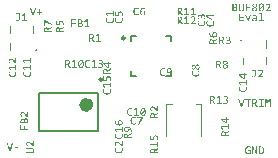
<source format=gto>
G04*
G04 #@! TF.GenerationSoftware,Altium Limited,Altium Designer,22.2.1 (43)*
G04*
G04 Layer_Color=65535*
%FSLAX24Y24*%
%MOIN*%
G70*
G04*
G04 #@! TF.SameCoordinates,385840A5-E032-4D16-B727-23F4FCC5E7AD*
G04*
G04*
G04 #@! TF.FilePolarity,Positive*
G04*
G01*
G75*
%ADD10C,0.0079*%
%ADD11C,0.0098*%
%ADD12C,0.0236*%
%ADD13C,0.0039*%
G36*
X8117Y5016D02*
Y5016D01*
Y5015D01*
Y5014D01*
Y5013D01*
X8117Y5011D01*
Y5009D01*
X8116Y5004D01*
X8115Y4998D01*
X8114Y4991D01*
X8113Y4984D01*
X8111Y4978D01*
Y4977D01*
X8110Y4977D01*
X8110Y4976D01*
X8110Y4975D01*
X8108Y4972D01*
X8106Y4968D01*
X8104Y4963D01*
X8101Y4958D01*
X8097Y4953D01*
X8093Y4949D01*
X8092Y4948D01*
X8091Y4947D01*
X8088Y4944D01*
X8085Y4942D01*
X8081Y4939D01*
X8076Y4935D01*
X8071Y4932D01*
X8064Y4930D01*
X8064D01*
X8064Y4930D01*
X8063Y4929D01*
X8061Y4929D01*
X8058Y4928D01*
X8053Y4927D01*
X8048Y4925D01*
X8041Y4924D01*
X8034Y4924D01*
X8026Y4923D01*
X8022D01*
X8020Y4924D01*
X8018D01*
X8012Y4924D01*
X8005Y4925D01*
X7998Y4926D01*
X7992Y4928D01*
X7985Y4930D01*
X7985D01*
X7984Y4930D01*
X7982Y4931D01*
X7979Y4932D01*
X7976Y4934D01*
X7971Y4937D01*
X7967Y4940D01*
X7962Y4943D01*
X7958Y4947D01*
X7957Y4948D01*
X7956Y4949D01*
X7954Y4952D01*
X7952Y4955D01*
X7949Y4959D01*
X7947Y4964D01*
X7944Y4969D01*
X7942Y4975D01*
Y4975D01*
X7942Y4975D01*
Y4976D01*
X7942Y4978D01*
X7941Y4981D01*
X7940Y4986D01*
X7939Y4991D01*
X7938Y4997D01*
X7938Y5004D01*
X7938Y5011D01*
Y5184D01*
X7973D01*
Y5013D01*
Y5013D01*
Y5011D01*
Y5008D01*
X7973Y5005D01*
X7974Y5000D01*
X7974Y4996D01*
X7975Y4992D01*
X7976Y4987D01*
Y4986D01*
X7976Y4985D01*
X7977Y4983D01*
X7978Y4980D01*
X7979Y4977D01*
X7981Y4974D01*
X7983Y4971D01*
X7985Y4968D01*
X7985Y4968D01*
X7986Y4967D01*
X7988Y4965D01*
X7990Y4964D01*
X7992Y4962D01*
X7995Y4960D01*
X7998Y4958D01*
X8002Y4956D01*
X8002D01*
X8004Y4956D01*
X8006Y4955D01*
X8009Y4954D01*
X8013Y4954D01*
X8017Y4953D01*
X8022Y4953D01*
X8027Y4952D01*
X8030D01*
X8032Y4953D01*
X8034Y4953D01*
X8037Y4953D01*
X8043Y4954D01*
X8049Y4956D01*
X8056Y4959D01*
X8059Y4961D01*
X8063Y4963D01*
X8066Y4966D01*
X8068Y4969D01*
Y4969D01*
X8069Y4969D01*
X8070Y4970D01*
X8070Y4972D01*
X8072Y4973D01*
X8073Y4975D01*
X8074Y4977D01*
X8075Y4980D01*
X8076Y4983D01*
X8078Y4987D01*
X8079Y4991D01*
X8080Y4994D01*
X8080Y4999D01*
X8081Y5004D01*
X8082Y5014D01*
Y5184D01*
X8117D01*
Y5016D01*
D02*
G37*
G36*
X8917Y5188D02*
X8921Y5187D01*
X8926Y5187D01*
X8931Y5186D01*
X8937Y5184D01*
X8942Y5183D01*
X8942D01*
X8943Y5182D01*
X8944Y5182D01*
X8947Y5180D01*
X8950Y5179D01*
X8954Y5177D01*
X8958Y5174D01*
X8962Y5171D01*
X8966Y5168D01*
X8967Y5167D01*
X8968Y5166D01*
X8970Y5164D01*
X8972Y5161D01*
X8975Y5158D01*
X8977Y5154D01*
X8980Y5149D01*
X8982Y5144D01*
X8982Y5143D01*
X8983Y5142D01*
X8984Y5139D01*
X8985Y5135D01*
X8986Y5130D01*
X8987Y5125D01*
X8988Y5119D01*
X8988Y5113D01*
Y5112D01*
Y5110D01*
X8988Y5108D01*
Y5104D01*
X8987Y5100D01*
X8986Y5095D01*
X8985Y5090D01*
X8984Y5085D01*
X8984Y5085D01*
X8983Y5083D01*
X8982Y5081D01*
X8981Y5077D01*
X8980Y5074D01*
X8977Y5070D01*
X8975Y5065D01*
X8972Y5060D01*
X8972Y5060D01*
X8971Y5058D01*
X8969Y5056D01*
X8966Y5053D01*
X8964Y5049D01*
X8960Y5044D01*
X8956Y5039D01*
X8952Y5034D01*
X8951Y5034D01*
X8950Y5032D01*
X8947Y5029D01*
X8944Y5026D01*
X8940Y5021D01*
X8935Y5016D01*
X8929Y5011D01*
X8923Y5005D01*
X8877Y4960D01*
X9002D01*
Y4927D01*
X8832D01*
Y4957D01*
X8899Y5024D01*
X8899Y5024D01*
X8899Y5024D01*
X8901Y5026D01*
X8904Y5029D01*
X8908Y5033D01*
X8912Y5037D01*
X8917Y5042D01*
X8921Y5047D01*
X8925Y5052D01*
X8925Y5052D01*
X8927Y5054D01*
X8929Y5056D01*
X8931Y5059D01*
X8934Y5062D01*
X8936Y5066D01*
X8939Y5070D01*
X8941Y5073D01*
X8941Y5074D01*
X8942Y5075D01*
X8943Y5077D01*
X8944Y5079D01*
X8946Y5082D01*
X8947Y5085D01*
X8948Y5088D01*
X8949Y5092D01*
Y5092D01*
X8949Y5093D01*
X8950Y5095D01*
X8950Y5097D01*
X8950Y5100D01*
X8951Y5103D01*
X8951Y5110D01*
Y5111D01*
Y5112D01*
Y5114D01*
X8951Y5116D01*
X8950Y5119D01*
X8950Y5122D01*
X8948Y5128D01*
Y5129D01*
X8948Y5130D01*
X8947Y5131D01*
X8946Y5134D01*
X8944Y5138D01*
X8940Y5143D01*
X8940Y5144D01*
X8939Y5144D01*
X8938Y5146D01*
X8937Y5147D01*
X8935Y5149D01*
X8932Y5151D01*
X8929Y5152D01*
X8926Y5154D01*
X8926Y5154D01*
X8925Y5154D01*
X8923Y5155D01*
X8921Y5156D01*
X8918Y5156D01*
X8915Y5157D01*
X8911Y5157D01*
X8904D01*
X8900Y5157D01*
X8897Y5156D01*
X8892Y5156D01*
X8887Y5154D01*
X8882Y5153D01*
X8877Y5150D01*
X8876Y5150D01*
X8874Y5149D01*
X8872Y5147D01*
X8868Y5145D01*
X8865Y5142D01*
X8860Y5139D01*
X8856Y5136D01*
X8852Y5131D01*
X8833Y5154D01*
X8834Y5154D01*
X8834Y5155D01*
X8836Y5156D01*
X8839Y5159D01*
X8843Y5163D01*
X8848Y5167D01*
X8854Y5171D01*
X8860Y5175D01*
X8867Y5178D01*
X8867D01*
X8868Y5179D01*
X8869Y5179D01*
X8870Y5180D01*
X8872Y5181D01*
X8874Y5181D01*
X8877Y5182D01*
X8879Y5183D01*
X8886Y5185D01*
X8893Y5187D01*
X8902Y5188D01*
X8911Y5188D01*
X8914D01*
X8917Y5188D01*
D02*
G37*
G36*
X8324Y5155D02*
X8214D01*
Y5071D01*
X8318D01*
Y5042D01*
X8214D01*
Y4927D01*
X8179D01*
Y5184D01*
X8324D01*
Y5155D01*
D02*
G37*
G36*
X7804Y5184D02*
X7806D01*
X7812Y5183D01*
X7818Y5182D01*
X7825Y5181D01*
X7833Y5179D01*
X7841Y5177D01*
X7849Y5173D01*
X7857Y5169D01*
X7864Y5164D01*
X7870Y5158D01*
X7876Y5151D01*
X7878Y5147D01*
X7880Y5142D01*
X7882Y5137D01*
X7883Y5133D01*
X7883Y5127D01*
X7884Y5121D01*
Y5121D01*
Y5120D01*
Y5119D01*
Y5118D01*
X7883Y5116D01*
X7883Y5114D01*
X7882Y5109D01*
X7881Y5104D01*
X7879Y5097D01*
X7877Y5092D01*
X7874Y5086D01*
X7874Y5085D01*
X7872Y5083D01*
X7870Y5080D01*
X7866Y5077D01*
X7862Y5074D01*
X7856Y5070D01*
X7850Y5066D01*
X7842Y5063D01*
X7842D01*
X7843Y5063D01*
X7845Y5062D01*
X7848Y5062D01*
X7851Y5061D01*
X7854Y5060D01*
X7861Y5056D01*
X7861Y5056D01*
X7863Y5055D01*
X7864Y5054D01*
X7867Y5053D01*
X7869Y5052D01*
X7872Y5050D01*
X7877Y5044D01*
X7878Y5044D01*
X7879Y5043D01*
X7880Y5041D01*
X7882Y5039D01*
X7883Y5037D01*
X7885Y5034D01*
X7887Y5031D01*
X7889Y5027D01*
X7889Y5026D01*
X7889Y5025D01*
X7890Y5023D01*
X7891Y5020D01*
X7892Y5016D01*
X7892Y5013D01*
X7893Y5008D01*
X7893Y5004D01*
Y5003D01*
Y5003D01*
Y5002D01*
Y5001D01*
X7893Y4997D01*
X7892Y4993D01*
X7891Y4988D01*
X7890Y4982D01*
X7888Y4976D01*
X7886Y4971D01*
X7885Y4970D01*
X7884Y4969D01*
X7883Y4966D01*
X7880Y4963D01*
X7877Y4959D01*
X7874Y4955D01*
X7870Y4951D01*
X7865Y4947D01*
X7865Y4947D01*
X7863Y4945D01*
X7860Y4944D01*
X7856Y4941D01*
X7852Y4939D01*
X7846Y4936D01*
X7840Y4934D01*
X7833Y4932D01*
X7833D01*
X7833Y4931D01*
X7832D01*
X7830Y4931D01*
X7829Y4931D01*
X7827Y4930D01*
X7821Y4930D01*
X7815Y4929D01*
X7808Y4928D01*
X7801Y4927D01*
X7792Y4927D01*
X7726D01*
Y5184D01*
X7802D01*
X7804Y5184D01*
D02*
G37*
G36*
X8700Y5188D02*
X8702D01*
X8707Y5187D01*
X8713Y5186D01*
X8719Y5185D01*
X8726Y5183D01*
X8732Y5180D01*
X8733D01*
X8733Y5180D01*
X8734Y5179D01*
X8735Y5179D01*
X8738Y5177D01*
X8742Y5174D01*
X8747Y5171D01*
X8752Y5167D01*
X8756Y5162D01*
X8761Y5156D01*
Y5156D01*
X8762Y5155D01*
X8762Y5154D01*
X8763Y5153D01*
X8764Y5151D01*
X8765Y5149D01*
X8768Y5145D01*
X8771Y5139D01*
X8774Y5132D01*
X8777Y5124D01*
X8780Y5115D01*
Y5114D01*
X8780Y5114D01*
X8780Y5112D01*
X8781Y5110D01*
X8781Y5108D01*
X8782Y5105D01*
X8782Y5101D01*
X8783Y5098D01*
X8784Y5094D01*
X8784Y5089D01*
X8785Y5084D01*
X8785Y5079D01*
X8786Y5068D01*
X8786Y5055D01*
Y5055D01*
Y5054D01*
Y5053D01*
Y5051D01*
X8786Y5048D01*
Y5045D01*
X8786Y5041D01*
Y5038D01*
X8785Y5029D01*
X8784Y5020D01*
X8782Y5011D01*
X8780Y5001D01*
Y5001D01*
X8780Y5000D01*
X8779Y4999D01*
X8779Y4997D01*
X8778Y4995D01*
X8777Y4993D01*
X8776Y4987D01*
X8773Y4981D01*
X8770Y4973D01*
X8766Y4967D01*
X8762Y4960D01*
Y4959D01*
X8761Y4959D01*
X8761Y4958D01*
X8760Y4957D01*
X8757Y4954D01*
X8754Y4950D01*
X8750Y4946D01*
X8744Y4941D01*
X8739Y4937D01*
X8732Y4933D01*
X8732D01*
X8732Y4932D01*
X8731Y4932D01*
X8729Y4931D01*
X8727Y4931D01*
X8725Y4930D01*
X8720Y4928D01*
X8714Y4926D01*
X8707Y4925D01*
X8699Y4924D01*
X8691Y4923D01*
X8687D01*
X8685Y4924D01*
X8683D01*
X8678Y4924D01*
X8672Y4925D01*
X8666Y4927D01*
X8659Y4928D01*
X8653Y4931D01*
X8653D01*
X8652Y4931D01*
X8651Y4932D01*
X8650Y4932D01*
X8647Y4934D01*
X8643Y4937D01*
X8638Y4940D01*
X8633Y4944D01*
X8629Y4949D01*
X8624Y4955D01*
Y4955D01*
X8623Y4955D01*
X8623Y4956D01*
X8622Y4958D01*
X8621Y4959D01*
X8620Y4961D01*
X8617Y4966D01*
X8614Y4972D01*
X8611Y4979D01*
X8608Y4987D01*
X8605Y4996D01*
Y4996D01*
X8605Y4997D01*
X8605Y4999D01*
X8604Y5001D01*
X8604Y5003D01*
X8603Y5006D01*
X8603Y5009D01*
X8602Y5013D01*
X8602Y5017D01*
X8601Y5022D01*
X8600Y5027D01*
X8600Y5032D01*
X8599Y5043D01*
X8599Y5055D01*
Y5056D01*
Y5057D01*
Y5058D01*
Y5060D01*
X8599Y5063D01*
Y5066D01*
X8600Y5070D01*
Y5073D01*
X8600Y5082D01*
X8602Y5091D01*
X8603Y5100D01*
X8605Y5109D01*
Y5110D01*
X8605Y5110D01*
X8606Y5112D01*
X8606Y5114D01*
X8607Y5116D01*
X8608Y5118D01*
X8610Y5124D01*
X8612Y5130D01*
X8615Y5137D01*
X8618Y5144D01*
X8623Y5151D01*
Y5152D01*
X8623Y5152D01*
X8624Y5153D01*
X8625Y5154D01*
X8628Y5157D01*
X8631Y5161D01*
X8635Y5165D01*
X8640Y5170D01*
X8646Y5174D01*
X8653Y5178D01*
X8653D01*
X8654Y5178D01*
X8654Y5179D01*
X8656Y5180D01*
X8657Y5180D01*
X8659Y5181D01*
X8665Y5183D01*
X8671Y5185D01*
X8678Y5186D01*
X8686Y5188D01*
X8694Y5188D01*
X8698D01*
X8700Y5188D01*
D02*
G37*
G36*
X8479D02*
X8484Y5187D01*
X8489Y5187D01*
X8495Y5186D01*
X8501Y5185D01*
X8507Y5184D01*
X8507D01*
X8508Y5183D01*
X8510Y5183D01*
X8512Y5182D01*
X8516Y5181D01*
X8520Y5179D01*
X8524Y5177D01*
X8528Y5175D01*
X8532Y5172D01*
X8532Y5171D01*
X8534Y5170D01*
X8536Y5169D01*
X8538Y5166D01*
X8540Y5163D01*
X8543Y5160D01*
X8545Y5156D01*
X8548Y5152D01*
X8548Y5152D01*
X8549Y5150D01*
X8549Y5148D01*
X8550Y5145D01*
X8551Y5141D01*
X8552Y5137D01*
X8552Y5132D01*
X8553Y5127D01*
Y5127D01*
Y5126D01*
Y5125D01*
X8552Y5124D01*
Y5122D01*
X8552Y5119D01*
X8551Y5114D01*
X8550Y5108D01*
X8548Y5102D01*
X8544Y5095D01*
X8540Y5089D01*
Y5089D01*
X8539Y5089D01*
X8538Y5087D01*
X8535Y5084D01*
X8531Y5080D01*
X8526Y5075D01*
X8520Y5071D01*
X8513Y5066D01*
X8505Y5062D01*
X8505Y5061D01*
X8507Y5061D01*
X8509Y5059D01*
X8511Y5058D01*
X8515Y5056D01*
X8518Y5054D01*
X8526Y5049D01*
X8526Y5049D01*
X8528Y5048D01*
X8530Y5046D01*
X8532Y5044D01*
X8534Y5042D01*
X8537Y5039D01*
X8543Y5034D01*
X8543Y5033D01*
X8544Y5032D01*
X8546Y5030D01*
X8547Y5028D01*
X8549Y5025D01*
X8551Y5022D01*
X8552Y5018D01*
X8554Y5014D01*
X8554Y5014D01*
X8555Y5013D01*
X8555Y5011D01*
X8556Y5008D01*
X8557Y5004D01*
X8558Y5000D01*
X8558Y4996D01*
X8558Y4992D01*
Y4991D01*
Y4991D01*
Y4989D01*
X8558Y4986D01*
X8557Y4982D01*
X8557Y4977D01*
X8555Y4972D01*
X8554Y4967D01*
X8551Y4962D01*
X8551Y4962D01*
X8550Y4960D01*
X8549Y4958D01*
X8547Y4955D01*
X8544Y4951D01*
X8541Y4948D01*
X8537Y4944D01*
X8533Y4941D01*
X8532Y4940D01*
X8530Y4939D01*
X8528Y4938D01*
X8525Y4936D01*
X8521Y4934D01*
X8516Y4931D01*
X8510Y4930D01*
X8504Y4928D01*
X8504D01*
X8504Y4927D01*
X8503D01*
X8501Y4927D01*
X8498Y4926D01*
X8494Y4926D01*
X8489Y4925D01*
X8483Y4924D01*
X8476Y4924D01*
X8469Y4923D01*
X8464D01*
X8461Y4924D01*
X8456Y4924D01*
X8450Y4924D01*
X8444Y4925D01*
X8438Y4926D01*
X8432Y4928D01*
X8431D01*
X8431Y4928D01*
X8429Y4929D01*
X8426Y4930D01*
X8422Y4931D01*
X8418Y4933D01*
X8414Y4935D01*
X8409Y4938D01*
X8405Y4941D01*
X8405Y4941D01*
X8403Y4943D01*
X8401Y4944D01*
X8399Y4947D01*
X8396Y4950D01*
X8393Y4953D01*
X8391Y4957D01*
X8388Y4961D01*
X8388Y4962D01*
X8388Y4963D01*
X8387Y4966D01*
X8386Y4969D01*
X8385Y4972D01*
X8384Y4977D01*
X8384Y4982D01*
X8383Y4987D01*
Y4987D01*
Y4988D01*
Y4989D01*
X8384Y4991D01*
Y4993D01*
X8384Y4995D01*
X8385Y5001D01*
X8387Y5007D01*
X8389Y5014D01*
X8392Y5021D01*
X8396Y5028D01*
X8397Y5028D01*
X8397Y5028D01*
X8398Y5029D01*
X8399Y5031D01*
X8402Y5034D01*
X8407Y5038D01*
X8412Y5043D01*
X8415Y5045D01*
X8419Y5048D01*
X8423Y5051D01*
X8428Y5054D01*
X8432Y5056D01*
X8437Y5059D01*
X8437D01*
X8436Y5059D01*
X8435Y5060D01*
X8433Y5061D01*
X8431Y5062D01*
X8428Y5064D01*
X8423Y5067D01*
X8417Y5071D01*
X8411Y5076D01*
X8405Y5082D01*
X8400Y5087D01*
Y5088D01*
X8400Y5088D01*
X8399Y5089D01*
X8399Y5090D01*
X8397Y5093D01*
X8395Y5098D01*
X8392Y5103D01*
X8391Y5109D01*
X8389Y5116D01*
X8389Y5123D01*
Y5124D01*
Y5125D01*
X8389Y5128D01*
X8389Y5131D01*
X8390Y5135D01*
X8391Y5138D01*
X8392Y5143D01*
X8394Y5147D01*
X8394Y5148D01*
X8395Y5149D01*
X8396Y5151D01*
X8398Y5154D01*
X8400Y5157D01*
X8403Y5161D01*
X8406Y5164D01*
X8409Y5168D01*
X8409Y5168D01*
X8411Y5169D01*
X8413Y5171D01*
X8416Y5173D01*
X8420Y5175D01*
X8425Y5178D01*
X8429Y5180D01*
X8435Y5182D01*
X8435D01*
X8436Y5183D01*
X8437Y5183D01*
X8438Y5183D01*
X8441Y5184D01*
X8446Y5185D01*
X8451Y5186D01*
X8457Y5187D01*
X8464Y5188D01*
X8472Y5188D01*
X8475D01*
X8479Y5188D01*
D02*
G37*
G36*
X8267Y4593D02*
X8228D01*
X8150Y4791D01*
X8189D01*
X8237Y4660D01*
X8248Y4628D01*
X8259Y4661D01*
X8307Y4791D01*
X8344D01*
X8267Y4593D01*
D02*
G37*
G36*
X8714Y4622D02*
X8773D01*
Y4593D01*
X8614D01*
Y4622D01*
X8679D01*
Y4844D01*
X8621D01*
Y4872D01*
X8714D01*
Y4622D01*
D02*
G37*
G36*
X8477Y4794D02*
X8481Y4794D01*
X8486Y4794D01*
X8492Y4793D01*
X8497Y4792D01*
X8503Y4790D01*
X8503D01*
X8503Y4790D01*
X8505Y4790D01*
X8508Y4789D01*
X8511Y4787D01*
X8515Y4786D01*
X8519Y4784D01*
X8523Y4781D01*
X8527Y4778D01*
X8527Y4778D01*
X8529Y4777D01*
X8531Y4775D01*
X8533Y4773D01*
X8535Y4770D01*
X8538Y4767D01*
X8540Y4763D01*
X8542Y4758D01*
X8543Y4758D01*
X8543Y4756D01*
X8544Y4754D01*
X8545Y4750D01*
X8546Y4746D01*
X8547Y4741D01*
X8548Y4735D01*
X8548Y4729D01*
Y4593D01*
X8517D01*
X8517Y4620D01*
X8516Y4620D01*
X8516Y4619D01*
X8515Y4618D01*
X8514Y4617D01*
X8511Y4614D01*
X8506Y4611D01*
X8501Y4607D01*
X8496Y4603D01*
X8490Y4600D01*
X8483Y4597D01*
X8483D01*
X8483Y4596D01*
X8482Y4596D01*
X8480Y4596D01*
X8477Y4594D01*
X8473Y4593D01*
X8468Y4592D01*
X8462Y4591D01*
X8456Y4590D01*
X8449Y4590D01*
X8446D01*
X8443Y4590D01*
X8439Y4590D01*
X8434Y4591D01*
X8429Y4592D01*
X8424Y4593D01*
X8419Y4594D01*
X8419Y4594D01*
X8418Y4595D01*
X8415Y4596D01*
X8413Y4597D01*
X8410Y4599D01*
X8406Y4601D01*
X8403Y4603D01*
X8400Y4606D01*
X8399Y4606D01*
X8398Y4607D01*
X8397Y4609D01*
X8396Y4611D01*
X8394Y4613D01*
X8392Y4617D01*
X8390Y4620D01*
X8389Y4624D01*
Y4624D01*
X8388Y4625D01*
X8388Y4627D01*
X8387Y4630D01*
X8386Y4634D01*
X8386Y4638D01*
X8385Y4642D01*
X8385Y4646D01*
Y4646D01*
Y4647D01*
Y4649D01*
X8385Y4651D01*
X8386Y4654D01*
X8386Y4657D01*
X8388Y4663D01*
X8390Y4671D01*
X8392Y4674D01*
X8394Y4678D01*
X8397Y4682D01*
X8400Y4686D01*
X8403Y4689D01*
X8407Y4693D01*
X8407Y4693D01*
X8408Y4693D01*
X8409Y4694D01*
X8411Y4695D01*
X8414Y4697D01*
X8417Y4698D01*
X8420Y4700D01*
X8424Y4701D01*
X8428Y4703D01*
X8433Y4705D01*
X8438Y4706D01*
X8444Y4707D01*
X8451Y4708D01*
X8458Y4709D01*
X8465Y4709D01*
X8473Y4710D01*
X8514D01*
Y4727D01*
Y4727D01*
Y4727D01*
Y4728D01*
X8513Y4730D01*
X8513Y4733D01*
X8512Y4737D01*
X8511Y4741D01*
X8509Y4746D01*
X8506Y4750D01*
X8502Y4755D01*
X8501Y4755D01*
X8500Y4756D01*
X8498Y4758D01*
X8494Y4760D01*
X8489Y4762D01*
X8483Y4764D01*
X8476Y4765D01*
X8468Y4766D01*
X8465D01*
X8462Y4765D01*
X8458D01*
X8453Y4765D01*
X8447Y4764D01*
X8441Y4763D01*
X8435Y4762D01*
X8434D01*
X8433Y4761D01*
X8432Y4761D01*
X8429Y4760D01*
X8425Y4759D01*
X8419Y4757D01*
X8414Y4756D01*
X8408Y4753D01*
X8401Y4751D01*
Y4782D01*
X8402D01*
X8402Y4782D01*
X8404Y4783D01*
X8406Y4783D01*
X8408Y4784D01*
X8410Y4785D01*
X8416Y4787D01*
X8416D01*
X8417Y4787D01*
X8418Y4787D01*
X8421Y4788D01*
X8423Y4788D01*
X8426Y4789D01*
X8433Y4790D01*
X8433D01*
X8434Y4791D01*
X8436Y4791D01*
X8438Y4791D01*
X8441Y4792D01*
X8444Y4792D01*
X8451Y4793D01*
X8451D01*
X8453Y4794D01*
X8455D01*
X8457Y4794D01*
X8460Y4794D01*
X8463D01*
X8471Y4795D01*
X8474D01*
X8477Y4794D01*
D02*
G37*
G36*
X8101Y4821D02*
X7990D01*
Y4742D01*
X8097D01*
Y4712D01*
X7990D01*
Y4623D01*
X8101D01*
Y4593D01*
X7955D01*
Y4851D01*
X8101D01*
Y4821D01*
D02*
G37*
G36*
X635Y4675D02*
Y4674D01*
Y4674D01*
Y4673D01*
Y4672D01*
X635Y4669D01*
X634Y4665D01*
X634Y4660D01*
X633Y4654D01*
X631Y4649D01*
X630Y4643D01*
X629Y4643D01*
X629Y4641D01*
X628Y4638D01*
X626Y4634D01*
X624Y4630D01*
X621Y4626D01*
X618Y4622D01*
X615Y4617D01*
X614Y4617D01*
X613Y4616D01*
X611Y4614D01*
X608Y4611D01*
X604Y4608D01*
X600Y4606D01*
X595Y4603D01*
X589Y4600D01*
X589D01*
X589Y4600D01*
X587Y4599D01*
X584Y4598D01*
X579Y4597D01*
X574Y4596D01*
X568Y4595D01*
X561Y4594D01*
X554Y4594D01*
X551D01*
X549Y4594D01*
X547D01*
X544Y4594D01*
X538Y4595D01*
X538D01*
X537Y4595D01*
X535D01*
X533Y4596D01*
X531Y4596D01*
X528Y4597D01*
X523Y4598D01*
X523D01*
X522Y4598D01*
X520Y4598D01*
X519Y4599D01*
X514Y4600D01*
X509Y4602D01*
X509D01*
X508Y4602D01*
X507Y4603D01*
X505Y4604D01*
X502Y4606D01*
X498Y4608D01*
Y4643D01*
X499Y4643D01*
X500Y4642D01*
X503Y4640D01*
X506Y4638D01*
X510Y4636D01*
X514Y4634D01*
X520Y4631D01*
X525Y4629D01*
X525D01*
X525Y4629D01*
X527Y4628D01*
X530Y4627D01*
X534Y4627D01*
X539Y4626D01*
X544Y4625D01*
X549Y4625D01*
X554Y4624D01*
X556D01*
X558Y4625D01*
X562Y4625D01*
X566Y4626D01*
X572Y4627D01*
X577Y4629D01*
X583Y4633D01*
X587Y4637D01*
X588Y4638D01*
X589Y4639D01*
X591Y4643D01*
X593Y4647D01*
X596Y4652D01*
X597Y4658D01*
X599Y4666D01*
X599Y4675D01*
Y4823D01*
X501D01*
Y4854D01*
X635D01*
Y4675D01*
D02*
G37*
G36*
X823Y4628D02*
X880D01*
Y4596D01*
X718D01*
Y4628D01*
X785D01*
Y4816D01*
X723Y4783D01*
X710Y4812D01*
X792Y4855D01*
X823D01*
Y4628D01*
D02*
G37*
G36*
X8278Y427D02*
X8283Y427D01*
X8289Y426D01*
X8301Y424D01*
X8301D01*
X8303Y424D01*
X8306Y423D01*
X8310Y422D01*
X8315Y421D01*
X8320Y419D01*
X8325Y417D01*
X8331Y415D01*
Y380D01*
X8330Y380D01*
X8328Y381D01*
X8325Y383D01*
X8322Y384D01*
X8317Y386D01*
X8312Y388D01*
X8306Y390D01*
X8301Y392D01*
X8300Y392D01*
X8298Y393D01*
X8295Y393D01*
X8291Y394D01*
X8286Y395D01*
X8281Y395D01*
X8275Y396D01*
X8268Y396D01*
X8265D01*
X8263Y396D01*
X8261D01*
X8256Y395D01*
X8250Y394D01*
X8244Y393D01*
X8238Y391D01*
X8232Y389D01*
X8231D01*
X8231Y388D01*
X8229Y387D01*
X8226Y386D01*
X8222Y383D01*
X8218Y380D01*
X8214Y377D01*
X8209Y373D01*
X8205Y368D01*
X8204Y367D01*
X8203Y366D01*
X8201Y363D01*
X8199Y359D01*
X8196Y354D01*
X8193Y349D01*
X8190Y343D01*
X8188Y336D01*
Y336D01*
X8188Y335D01*
X8187Y334D01*
X8187Y333D01*
X8187Y331D01*
X8186Y329D01*
X8185Y324D01*
X8184Y318D01*
X8183Y311D01*
X8183Y303D01*
X8182Y294D01*
Y294D01*
Y293D01*
Y292D01*
Y291D01*
Y289D01*
X8183Y286D01*
X8183Y280D01*
X8183Y274D01*
X8184Y267D01*
X8185Y259D01*
X8187Y252D01*
Y252D01*
X8187Y251D01*
X8188Y250D01*
X8188Y249D01*
X8189Y246D01*
X8191Y241D01*
X8193Y236D01*
X8195Y231D01*
X8198Y226D01*
X8202Y220D01*
X8202Y220D01*
X8203Y218D01*
X8205Y216D01*
X8209Y213D01*
X8212Y210D01*
X8217Y207D01*
X8222Y204D01*
X8227Y201D01*
X8228D01*
X8228Y200D01*
X8229Y200D01*
X8230Y200D01*
X8234Y198D01*
X8238Y197D01*
X8243Y196D01*
X8250Y195D01*
X8257Y194D01*
X8265Y194D01*
X8270D01*
X8273Y194D01*
X8274D01*
X8276Y194D01*
X8278Y195D01*
X8282Y195D01*
X8282D01*
X8284Y195D01*
X8287Y196D01*
X8290Y197D01*
X8290D01*
X8290Y197D01*
X8292Y197D01*
X8295Y198D01*
X8297Y199D01*
Y281D01*
X8245D01*
Y310D01*
X8332D01*
Y178D01*
X8332D01*
X8331Y178D01*
X8329Y177D01*
X8327Y176D01*
X8324Y175D01*
X8321Y174D01*
X8315Y172D01*
X8314D01*
X8313Y171D01*
X8311Y171D01*
X8309Y170D01*
X8306Y169D01*
X8303Y169D01*
X8296Y167D01*
X8296D01*
X8295Y167D01*
X8293Y166D01*
X8291Y166D01*
X8288Y166D01*
X8285Y165D01*
X8278Y164D01*
X8278D01*
X8276Y164D01*
X8275D01*
X8272Y164D01*
X8269Y163D01*
X8266D01*
X8260Y163D01*
X8256D01*
X8253Y163D01*
X8250D01*
X8247Y164D01*
X8244Y164D01*
X8237Y165D01*
X8229Y167D01*
X8221Y169D01*
X8212Y171D01*
X8212D01*
X8211Y171D01*
X8210Y172D01*
X8209Y173D01*
X8207Y173D01*
X8205Y175D01*
X8200Y177D01*
X8194Y181D01*
X8188Y185D01*
X8182Y190D01*
X8176Y195D01*
Y196D01*
X8176Y196D01*
X8175Y197D01*
X8174Y198D01*
X8173Y200D01*
X8171Y202D01*
X8168Y207D01*
X8164Y212D01*
X8161Y219D01*
X8157Y227D01*
X8154Y236D01*
Y236D01*
X8153Y237D01*
X8153Y238D01*
X8152Y240D01*
X8152Y243D01*
X8151Y246D01*
X8150Y249D01*
X8150Y252D01*
X8149Y256D01*
X8148Y260D01*
X8147Y270D01*
X8146Y281D01*
X8146Y292D01*
Y292D01*
Y293D01*
Y295D01*
Y297D01*
X8146Y300D01*
Y304D01*
X8146Y307D01*
X8147Y311D01*
X8148Y320D01*
X8149Y330D01*
X8152Y339D01*
X8155Y349D01*
Y349D01*
X8155Y350D01*
X8156Y351D01*
X8156Y353D01*
X8157Y355D01*
X8158Y358D01*
X8161Y364D01*
X8164Y371D01*
X8169Y377D01*
X8174Y385D01*
X8179Y392D01*
X8180Y392D01*
X8180Y392D01*
X8181Y393D01*
X8182Y395D01*
X8185Y398D01*
X8190Y402D01*
X8196Y406D01*
X8202Y410D01*
X8210Y415D01*
X8218Y418D01*
X8218D01*
X8219Y419D01*
X8220Y419D01*
X8222Y420D01*
X8224Y421D01*
X8226Y421D01*
X8229Y422D01*
X8233Y423D01*
X8240Y425D01*
X8248Y426D01*
X8258Y427D01*
X8268Y428D01*
X8274D01*
X8278Y427D01*
D02*
G37*
G36*
X8553Y167D02*
X8505D01*
X8433Y327D01*
X8413Y379D01*
Y249D01*
Y167D01*
X8378D01*
Y424D01*
X8425D01*
X8493Y271D01*
X8518Y213D01*
Y351D01*
Y424D01*
X8553D01*
Y167D01*
D02*
G37*
G36*
X8670Y424D02*
X8673D01*
X8678Y423D01*
X8684Y422D01*
X8691Y421D01*
X8697Y420D01*
X8705Y418D01*
X8712Y416D01*
X8720Y414D01*
X8727Y411D01*
X8734Y407D01*
X8741Y403D01*
X8748Y398D01*
X8754Y393D01*
X8754Y393D01*
X8755Y392D01*
X8756Y390D01*
X8758Y387D01*
X8760Y384D01*
X8763Y380D01*
X8766Y375D01*
X8769Y369D01*
X8771Y363D01*
X8774Y356D01*
X8776Y348D01*
X8779Y340D01*
X8781Y331D01*
X8782Y320D01*
X8783Y310D01*
X8783Y298D01*
Y298D01*
Y297D01*
Y296D01*
Y295D01*
Y291D01*
X8783Y287D01*
X8783Y281D01*
X8782Y275D01*
X8780Y262D01*
Y262D01*
Y262D01*
X8780Y261D01*
X8780Y259D01*
X8779Y256D01*
X8778Y252D01*
X8777Y247D01*
X8775Y242D01*
X8771Y231D01*
X8771Y230D01*
X8770Y229D01*
X8769Y226D01*
X8767Y222D01*
X8764Y218D01*
X8762Y213D01*
X8758Y209D01*
X8755Y204D01*
X8755Y204D01*
X8753Y202D01*
X8751Y200D01*
X8748Y197D01*
X8744Y194D01*
X8740Y191D01*
X8735Y187D01*
X8730Y184D01*
X8729Y184D01*
X8727Y183D01*
X8724Y181D01*
X8720Y179D01*
X8715Y177D01*
X8710Y175D01*
X8703Y173D01*
X8696Y171D01*
X8696D01*
X8695Y171D01*
X8694D01*
X8693Y170D01*
X8691Y170D01*
X8689Y170D01*
X8684Y169D01*
X8677Y168D01*
X8670Y167D01*
X8661Y167D01*
X8653Y167D01*
X8597D01*
Y424D01*
X8666D01*
X8670Y424D01*
D02*
G37*
G36*
X918Y1411D02*
X887D01*
X821Y1477D01*
X821Y1477D01*
X821Y1478D01*
X819Y1480D01*
X816Y1483D01*
X812Y1487D01*
X807Y1491D01*
X802Y1495D01*
X798Y1500D01*
X793Y1504D01*
X793Y1504D01*
X791Y1505D01*
X789Y1507D01*
X786Y1509D01*
X783Y1512D01*
X779Y1515D01*
X775Y1517D01*
X772Y1520D01*
X771Y1520D01*
X770Y1521D01*
X768Y1522D01*
X766Y1523D01*
X763Y1524D01*
X760Y1526D01*
X757Y1527D01*
X753Y1528D01*
X753D01*
X752Y1528D01*
X750Y1528D01*
X748Y1528D01*
X745Y1529D01*
X742Y1529D01*
X735Y1529D01*
X734D01*
X733D01*
X731D01*
X729Y1529D01*
X726Y1529D01*
X723Y1528D01*
X717Y1527D01*
X716D01*
X715Y1527D01*
X714Y1526D01*
X711Y1525D01*
X707Y1522D01*
X701Y1519D01*
X701Y1518D01*
X700Y1518D01*
X699Y1517D01*
X698Y1515D01*
X696Y1513D01*
X694Y1511D01*
X693Y1508D01*
X691Y1505D01*
X691Y1505D01*
X691Y1504D01*
X690Y1502D01*
X689Y1499D01*
X689Y1496D01*
X688Y1493D01*
X687Y1489D01*
Y1482D01*
X688Y1479D01*
X688Y1475D01*
X689Y1470D01*
X691Y1465D01*
X692Y1460D01*
X695Y1455D01*
X695Y1454D01*
X696Y1453D01*
X698Y1450D01*
X700Y1447D01*
X703Y1443D01*
X706Y1439D01*
X709Y1435D01*
X714Y1430D01*
X691Y1412D01*
X691Y1412D01*
X690Y1412D01*
X688Y1414D01*
X686Y1417D01*
X682Y1421D01*
X678Y1426D01*
X674Y1432D01*
X670Y1438D01*
X666Y1445D01*
Y1445D01*
X666Y1446D01*
X665Y1447D01*
X665Y1448D01*
X664Y1450D01*
X663Y1452D01*
X662Y1455D01*
X661Y1458D01*
X660Y1464D01*
X658Y1472D01*
X657Y1480D01*
X657Y1489D01*
Y1492D01*
X657Y1496D01*
X658Y1500D01*
X658Y1505D01*
X659Y1510D01*
X660Y1515D01*
X662Y1521D01*
Y1521D01*
X662Y1521D01*
X663Y1523D01*
X664Y1526D01*
X666Y1529D01*
X668Y1533D01*
X671Y1537D01*
X674Y1541D01*
X677Y1545D01*
X678Y1545D01*
X679Y1547D01*
X681Y1548D01*
X684Y1551D01*
X687Y1553D01*
X691Y1556D01*
X696Y1558D01*
X701Y1561D01*
X701Y1561D01*
X703Y1562D01*
X706Y1563D01*
X710Y1564D01*
X715Y1565D01*
X720Y1566D01*
X726Y1566D01*
X732Y1567D01*
X733D01*
X735D01*
X737Y1566D01*
X741D01*
X745Y1566D01*
X750Y1565D01*
X755Y1564D01*
X760Y1563D01*
X760Y1562D01*
X761Y1562D01*
X764Y1561D01*
X767Y1560D01*
X771Y1558D01*
X775Y1556D01*
X780Y1553D01*
X784Y1550D01*
X785Y1550D01*
X787Y1549D01*
X789Y1547D01*
X792Y1545D01*
X796Y1542D01*
X801Y1539D01*
X805Y1535D01*
X810Y1530D01*
X811Y1530D01*
X813Y1528D01*
X816Y1526D01*
X819Y1522D01*
X823Y1518D01*
X828Y1513D01*
X834Y1508D01*
X840Y1502D01*
X885Y1455D01*
Y1580D01*
X918D01*
Y1411D01*
D02*
G37*
G36*
X848Y1358D02*
X852Y1357D01*
X857Y1357D01*
X863Y1355D01*
X868Y1353D01*
X874Y1351D01*
X875Y1351D01*
X876Y1350D01*
X879Y1348D01*
X882Y1346D01*
X886Y1343D01*
X890Y1340D01*
X894Y1335D01*
X898Y1331D01*
X898Y1330D01*
X900Y1328D01*
X901Y1325D01*
X904Y1322D01*
X906Y1317D01*
X908Y1312D01*
X911Y1306D01*
X913Y1299D01*
Y1299D01*
X913Y1298D01*
Y1297D01*
X914Y1296D01*
X914Y1294D01*
X915Y1292D01*
X915Y1287D01*
X916Y1281D01*
X917Y1274D01*
X918Y1266D01*
X918Y1258D01*
Y1191D01*
X660D01*
Y1267D01*
X661Y1269D01*
Y1272D01*
X661Y1277D01*
X662Y1283D01*
X664Y1291D01*
X666Y1299D01*
X668Y1306D01*
X672Y1314D01*
X676Y1322D01*
X681Y1329D01*
X687Y1336D01*
X694Y1341D01*
X698Y1343D01*
X703Y1345D01*
X707Y1347D01*
X712Y1348D01*
X718Y1349D01*
X723Y1349D01*
X724D01*
X724D01*
X725D01*
X727D01*
X729Y1349D01*
X731Y1348D01*
X736Y1348D01*
X741Y1347D01*
X747Y1345D01*
X753Y1343D01*
X759Y1339D01*
X760Y1339D01*
X761Y1337D01*
X764Y1335D01*
X768Y1332D01*
X771Y1327D01*
X775Y1322D01*
X779Y1315D01*
X781Y1307D01*
Y1307D01*
X782Y1309D01*
X782Y1311D01*
X783Y1313D01*
X784Y1316D01*
X785Y1320D01*
X788Y1326D01*
X789Y1327D01*
X789Y1328D01*
X790Y1330D01*
X792Y1332D01*
X793Y1335D01*
X795Y1337D01*
X801Y1343D01*
X801Y1343D01*
X802Y1344D01*
X803Y1345D01*
X805Y1347D01*
X808Y1349D01*
X811Y1351D01*
X814Y1352D01*
X818Y1354D01*
X819Y1354D01*
X820Y1355D01*
X822Y1355D01*
X825Y1356D01*
X828Y1357D01*
X832Y1358D01*
X837Y1358D01*
X841Y1358D01*
X842D01*
X842D01*
X843D01*
X844D01*
X848Y1358D01*
D02*
G37*
G36*
X690Y1015D02*
X774D01*
Y1118D01*
X803D01*
Y1015D01*
X918D01*
Y979D01*
X660D01*
Y1124D01*
X690D01*
Y1015D01*
D02*
G37*
G36*
X4066Y425D02*
X4035D01*
X3969Y491D01*
X3969Y492D01*
X3968Y492D01*
X3967Y494D01*
X3964Y497D01*
X3960Y501D01*
X3955Y505D01*
X3950Y509D01*
X3946Y514D01*
X3941Y518D01*
X3941Y518D01*
X3939Y520D01*
X3937Y522D01*
X3934Y524D01*
X3931Y527D01*
X3927Y529D01*
X3923Y532D01*
X3920Y534D01*
X3919Y534D01*
X3918Y535D01*
X3916Y536D01*
X3914Y537D01*
X3911Y539D01*
X3908Y540D01*
X3905Y541D01*
X3901Y542D01*
X3901D01*
X3900Y542D01*
X3898Y543D01*
X3896Y543D01*
X3893Y543D01*
X3890Y544D01*
X3883Y544D01*
X3882D01*
X3881D01*
X3879D01*
X3877Y544D01*
X3874Y543D01*
X3871Y543D01*
X3865Y541D01*
X3864D01*
X3863Y541D01*
X3862Y540D01*
X3859Y539D01*
X3855Y537D01*
X3849Y533D01*
X3849Y533D01*
X3848Y532D01*
X3847Y531D01*
X3846Y529D01*
X3844Y528D01*
X3842Y525D01*
X3841Y522D01*
X3839Y519D01*
X3839Y519D01*
X3839Y518D01*
X3838Y516D01*
X3837Y514D01*
X3837Y511D01*
X3836Y508D01*
X3835Y504D01*
Y497D01*
X3836Y493D01*
X3836Y489D01*
X3837Y485D01*
X3839Y480D01*
X3840Y475D01*
X3843Y469D01*
X3843Y469D01*
X3844Y467D01*
X3846Y465D01*
X3848Y461D01*
X3851Y458D01*
X3854Y453D01*
X3857Y449D01*
X3862Y445D01*
X3839Y426D01*
X3839Y426D01*
X3838Y427D01*
X3836Y429D01*
X3834Y432D01*
X3830Y436D01*
X3826Y441D01*
X3822Y447D01*
X3818Y453D01*
X3814Y460D01*
Y460D01*
X3814Y461D01*
X3813Y462D01*
X3813Y463D01*
X3812Y465D01*
X3811Y467D01*
X3810Y469D01*
X3809Y472D01*
X3808Y479D01*
X3806Y486D01*
X3805Y495D01*
X3805Y504D01*
Y507D01*
X3805Y510D01*
X3805Y514D01*
X3806Y519D01*
X3807Y524D01*
X3808Y530D01*
X3810Y535D01*
Y535D01*
X3810Y536D01*
X3811Y537D01*
X3812Y540D01*
X3814Y543D01*
X3816Y547D01*
X3819Y551D01*
X3822Y555D01*
X3825Y559D01*
X3825Y560D01*
X3827Y561D01*
X3829Y563D01*
X3832Y565D01*
X3835Y568D01*
X3839Y570D01*
X3844Y573D01*
X3849Y575D01*
X3849Y575D01*
X3851Y576D01*
X3854Y577D01*
X3858Y578D01*
X3863Y579D01*
X3868Y580D01*
X3874Y581D01*
X3880Y581D01*
X3881D01*
X3883D01*
X3885Y581D01*
X3889D01*
X3893Y580D01*
X3898Y579D01*
X3903Y578D01*
X3907Y577D01*
X3908Y577D01*
X3909Y576D01*
X3912Y575D01*
X3915Y574D01*
X3919Y572D01*
X3923Y570D01*
X3928Y568D01*
X3932Y565D01*
X3933Y565D01*
X3935Y564D01*
X3937Y562D01*
X3940Y559D01*
X3944Y557D01*
X3948Y553D01*
X3953Y549D01*
X3958Y545D01*
X3959Y544D01*
X3961Y543D01*
X3964Y540D01*
X3967Y537D01*
X3971Y533D01*
X3976Y528D01*
X3982Y522D01*
X3988Y516D01*
X4033Y470D01*
Y595D01*
X4066D01*
Y425D01*
D02*
G37*
G36*
X4056Y370D02*
X4057Y369D01*
X4058Y367D01*
X4058Y365D01*
X4059Y362D01*
X4060Y359D01*
X4062Y355D01*
X4063Y351D01*
X4064Y346D01*
X4065Y341D01*
X4067Y330D01*
X4069Y318D01*
X4069Y305D01*
Y303D01*
X4069Y300D01*
X4069Y297D01*
X4068Y292D01*
X4068Y287D01*
X4067Y281D01*
X4065Y275D01*
X4063Y268D01*
X4061Y261D01*
X4059Y254D01*
X4055Y247D01*
X4052Y241D01*
X4048Y234D01*
X4042Y228D01*
X4037Y222D01*
X4036Y222D01*
X4035Y221D01*
X4033Y219D01*
X4030Y217D01*
X4027Y215D01*
X4023Y213D01*
X4018Y210D01*
X4012Y207D01*
X4006Y204D01*
X3999Y202D01*
X3991Y200D01*
X3982Y197D01*
X3973Y195D01*
X3963Y194D01*
X3952Y193D01*
X3940Y193D01*
X3940D01*
X3939D01*
X3937D01*
X3935D01*
X3932Y193D01*
X3929D01*
X3926Y193D01*
X3922Y194D01*
X3913Y195D01*
X3904Y196D01*
X3894Y198D01*
X3884Y201D01*
X3884D01*
X3883Y201D01*
X3882Y201D01*
X3880Y202D01*
X3878Y203D01*
X3875Y204D01*
X3869Y206D01*
X3863Y210D01*
X3856Y214D01*
X3849Y218D01*
X3842Y223D01*
X3842Y224D01*
X3841Y224D01*
X3840Y225D01*
X3839Y226D01*
X3836Y229D01*
X3832Y234D01*
X3827Y239D01*
X3823Y245D01*
X3819Y252D01*
X3815Y260D01*
Y260D01*
X3814Y261D01*
X3814Y262D01*
X3813Y263D01*
X3812Y266D01*
X3812Y268D01*
X3811Y271D01*
X3810Y274D01*
X3808Y281D01*
X3806Y289D01*
X3805Y298D01*
X3805Y307D01*
Y314D01*
X3805Y318D01*
X3806Y324D01*
X3806Y329D01*
X3808Y341D01*
Y341D01*
X3809Y343D01*
X3810Y346D01*
X3811Y350D01*
X3812Y355D01*
X3814Y360D01*
X3818Y370D01*
X3852D01*
X3852Y370D01*
X3851Y368D01*
X3849Y365D01*
X3848Y362D01*
X3846Y357D01*
X3844Y352D01*
X3842Y347D01*
X3841Y341D01*
X3840Y341D01*
X3840Y339D01*
X3839Y336D01*
X3838Y332D01*
X3838Y327D01*
X3837Y321D01*
X3837Y315D01*
X3836Y309D01*
Y306D01*
X3837Y302D01*
X3837Y298D01*
X3838Y293D01*
X3839Y287D01*
X3841Y282D01*
X3843Y276D01*
X3844Y275D01*
X3845Y274D01*
X3846Y271D01*
X3848Y267D01*
X3851Y263D01*
X3855Y259D01*
X3859Y255D01*
X3863Y251D01*
X3864Y251D01*
X3866Y249D01*
X3868Y247D01*
X3872Y245D01*
X3877Y243D01*
X3882Y240D01*
X3888Y238D01*
X3895Y235D01*
X3895D01*
X3896Y235D01*
X3897D01*
X3898Y235D01*
X3900Y234D01*
X3902Y234D01*
X3907Y233D01*
X3913Y232D01*
X3920Y231D01*
X3928Y230D01*
X3937Y230D01*
X3938D01*
X3939D01*
X3942D01*
X3945Y230D01*
X3949Y231D01*
X3954Y231D01*
X3959Y232D01*
X3965Y233D01*
X3977Y235D01*
X3984Y237D01*
X3990Y239D01*
X3996Y241D01*
X4002Y243D01*
X4008Y246D01*
X4012Y250D01*
X4013Y250D01*
X4013Y251D01*
X4015Y252D01*
X4016Y254D01*
X4018Y256D01*
X4020Y259D01*
X4023Y262D01*
X4025Y265D01*
X4028Y269D01*
X4030Y273D01*
X4032Y278D01*
X4034Y284D01*
X4035Y289D01*
X4037Y296D01*
X4037Y302D01*
X4038Y309D01*
Y312D01*
X4037Y316D01*
Y320D01*
X4037Y324D01*
X4036Y330D01*
X4035Y336D01*
X4034Y341D01*
Y342D01*
X4034Y342D01*
X4033Y344D01*
X4032Y347D01*
X4031Y350D01*
X4030Y355D01*
X4028Y360D01*
X4023Y370D01*
X4056D01*
Y370D01*
D02*
G37*
G36*
X1101Y4793D02*
X1054D01*
X968Y5050D01*
X1008D01*
X1063Y4876D01*
X1079Y4825D01*
X1095Y4876D01*
X1151Y5050D01*
X1188D01*
X1101Y4793D01*
D02*
G37*
G36*
X1317Y4915D02*
X1394D01*
Y4885D01*
X1317D01*
Y4805D01*
X1283D01*
Y4885D01*
X1206D01*
Y4915D01*
X1283D01*
Y4995D01*
X1317D01*
Y4915D01*
D02*
G37*
G36*
X589Y356D02*
X471D01*
Y388D01*
X589D01*
Y356D01*
D02*
G37*
G36*
X331Y265D02*
X284D01*
X198Y522D01*
X238D01*
X293Y349D01*
X309Y298D01*
X325Y349D01*
X381Y522D01*
X418D01*
X331Y265D01*
D02*
G37*
G36*
X9014Y1741D02*
X8979D01*
X8974Y1902D01*
X8972Y1963D01*
X8960Y1928D01*
X8922Y1825D01*
X8898D01*
X8862Y1924D01*
X8849Y1963D01*
X8849Y1899D01*
X8844Y1741D01*
X8811D01*
X8824Y1999D01*
X8865D01*
X8900Y1902D01*
X8911Y1869D01*
X8922Y1902D01*
X8959Y1999D01*
X9001D01*
X9014Y1741D01*
D02*
G37*
G36*
X8048D02*
X8001D01*
X7915Y1999D01*
X7955D01*
X8010Y1825D01*
X8026Y1774D01*
X8042Y1825D01*
X8098Y1999D01*
X8135D01*
X8048Y1741D01*
D02*
G37*
G36*
X8768Y1969D02*
X8708D01*
Y1771D01*
X8768D01*
Y1741D01*
X8614D01*
Y1771D01*
X8673D01*
Y1969D01*
X8614D01*
Y1999D01*
X8768D01*
Y1969D01*
D02*
G37*
G36*
X8468Y1998D02*
X8474Y1998D01*
X8479Y1998D01*
X8486Y1997D01*
X8493Y1995D01*
X8499Y1994D01*
X8499D01*
X8500Y1993D01*
X8501Y1993D01*
X8504Y1992D01*
X8508Y1990D01*
X8513Y1988D01*
X8517Y1986D01*
X8521Y1983D01*
X8525Y1980D01*
X8526Y1979D01*
X8527Y1978D01*
X8529Y1976D01*
X8531Y1974D01*
X8534Y1971D01*
X8536Y1967D01*
X8539Y1963D01*
X8541Y1958D01*
X8541Y1958D01*
X8541Y1956D01*
X8542Y1954D01*
X8543Y1950D01*
X8544Y1946D01*
X8545Y1942D01*
X8545Y1937D01*
X8546Y1931D01*
Y1930D01*
Y1929D01*
X8545Y1927D01*
Y1923D01*
X8545Y1920D01*
X8544Y1916D01*
X8543Y1912D01*
X8542Y1908D01*
Y1908D01*
X8541Y1906D01*
X8540Y1904D01*
X8540Y1901D01*
X8538Y1898D01*
X8536Y1895D01*
X8534Y1892D01*
X8531Y1888D01*
X8531Y1888D01*
X8530Y1887D01*
X8529Y1885D01*
X8527Y1883D01*
X8524Y1881D01*
X8521Y1878D01*
X8518Y1876D01*
X8514Y1873D01*
X8514Y1873D01*
X8512Y1872D01*
X8510Y1871D01*
X8507Y1870D01*
X8504Y1868D01*
X8500Y1867D01*
X8495Y1865D01*
X8490Y1864D01*
X8491D01*
X8492Y1863D01*
X8494Y1862D01*
X8497Y1861D01*
X8500Y1859D01*
X8503Y1857D01*
X8506Y1854D01*
X8509Y1851D01*
X8509Y1850D01*
X8510Y1849D01*
X8512Y1847D01*
X8514Y1844D01*
X8516Y1840D01*
X8519Y1836D01*
X8521Y1832D01*
X8524Y1826D01*
X8565Y1741D01*
X8525D01*
X8487Y1823D01*
X8487Y1824D01*
X8486Y1825D01*
X8485Y1827D01*
X8484Y1829D01*
X8481Y1834D01*
X8478Y1839D01*
X8478Y1839D01*
X8478Y1840D01*
X8477Y1841D01*
X8475Y1843D01*
X8472Y1846D01*
X8468Y1849D01*
X8468Y1849D01*
X8467Y1850D01*
X8466Y1850D01*
X8465Y1851D01*
X8461Y1853D01*
X8457Y1854D01*
X8457D01*
X8456Y1855D01*
X8455Y1855D01*
X8453Y1855D01*
X8451D01*
X8448Y1855D01*
X8443Y1856D01*
X8427D01*
Y1741D01*
X8392D01*
Y1999D01*
X8466D01*
X8468Y1998D01*
D02*
G37*
G36*
X8341Y1969D02*
X8265D01*
Y1741D01*
X8230D01*
Y1969D01*
X8153D01*
Y1999D01*
X8341D01*
Y1969D01*
D02*
G37*
G36*
X7060Y4790D02*
X7117D01*
Y4755D01*
X7060D01*
Y4631D01*
X7030D01*
X6859Y4740D01*
Y4790D01*
X7030D01*
Y4834D01*
X7060D01*
Y4790D01*
D02*
G37*
G36*
X7107Y4596D02*
X7108Y4595D01*
X7109Y4593D01*
X7109Y4591D01*
X7110Y4588D01*
X7111Y4585D01*
X7113Y4581D01*
X7114Y4576D01*
X7115Y4572D01*
X7116Y4567D01*
X7118Y4555D01*
X7120Y4544D01*
X7120Y4531D01*
Y4529D01*
X7120Y4526D01*
X7120Y4522D01*
X7119Y4518D01*
X7119Y4512D01*
X7118Y4507D01*
X7116Y4500D01*
X7114Y4494D01*
X7112Y4487D01*
X7110Y4480D01*
X7106Y4473D01*
X7103Y4466D01*
X7099Y4460D01*
X7093Y4453D01*
X7088Y4448D01*
X7087Y4447D01*
X7086Y4446D01*
X7084Y4445D01*
X7082Y4443D01*
X7078Y4441D01*
X7074Y4438D01*
X7069Y4436D01*
X7063Y4433D01*
X7057Y4430D01*
X7050Y4428D01*
X7042Y4425D01*
X7033Y4423D01*
X7024Y4421D01*
X7014Y4420D01*
X7003Y4419D01*
X6991Y4418D01*
X6991D01*
X6990D01*
X6988D01*
X6986D01*
X6983Y4419D01*
X6980D01*
X6977Y4419D01*
X6973Y4419D01*
X6964Y4420D01*
X6955Y4422D01*
X6945Y4424D01*
X6935Y4426D01*
X6935D01*
X6934Y4427D01*
X6933Y4427D01*
X6931Y4428D01*
X6929Y4429D01*
X6926Y4430D01*
X6920Y4432D01*
X6914Y4435D01*
X6907Y4439D01*
X6900Y4444D01*
X6893Y4449D01*
X6893Y4450D01*
X6892Y4450D01*
X6891Y4451D01*
X6890Y4452D01*
X6887Y4455D01*
X6883Y4459D01*
X6878Y4465D01*
X6874Y4471D01*
X6870Y4478D01*
X6866Y4486D01*
Y4486D01*
X6865Y4487D01*
X6865Y4488D01*
X6864Y4489D01*
X6863Y4491D01*
X6863Y4494D01*
X6862Y4496D01*
X6861Y4500D01*
X6859Y4507D01*
X6857Y4515D01*
X6856Y4524D01*
X6856Y4533D01*
Y4540D01*
X6856Y4544D01*
X6857Y4549D01*
X6857Y4555D01*
X6859Y4566D01*
Y4567D01*
X6860Y4569D01*
X6861Y4572D01*
X6862Y4576D01*
X6863Y4580D01*
X6865Y4585D01*
X6869Y4596D01*
X6903D01*
X6903Y4595D01*
X6902Y4594D01*
X6900Y4591D01*
X6899Y4587D01*
X6897Y4583D01*
X6895Y4578D01*
X6893Y4573D01*
X6892Y4567D01*
X6891Y4566D01*
X6891Y4564D01*
X6890Y4561D01*
X6889Y4557D01*
X6889Y4553D01*
X6888Y4547D01*
X6888Y4541D01*
X6887Y4534D01*
Y4532D01*
X6888Y4528D01*
X6888Y4524D01*
X6889Y4518D01*
X6890Y4513D01*
X6892Y4507D01*
X6894Y4502D01*
X6895Y4501D01*
X6896Y4499D01*
X6897Y4496D01*
X6899Y4493D01*
X6902Y4489D01*
X6906Y4485D01*
X6910Y4481D01*
X6914Y4477D01*
X6915Y4476D01*
X6917Y4475D01*
X6919Y4473D01*
X6923Y4471D01*
X6928Y4469D01*
X6933Y4466D01*
X6939Y4463D01*
X6946Y4461D01*
X6946D01*
X6947Y4461D01*
X6948D01*
X6949Y4460D01*
X6951Y4460D01*
X6953Y4459D01*
X6958Y4458D01*
X6964Y4457D01*
X6971Y4457D01*
X6979Y4456D01*
X6988Y4456D01*
X6989D01*
X6990D01*
X6993D01*
X6996Y4456D01*
X7000Y4456D01*
X7005Y4457D01*
X7010Y4457D01*
X7016Y4458D01*
X7028Y4461D01*
X7035Y4462D01*
X7041Y4464D01*
X7047Y4467D01*
X7053Y4469D01*
X7059Y4472D01*
X7063Y4476D01*
X7064Y4476D01*
X7064Y4477D01*
X7066Y4478D01*
X7067Y4480D01*
X7069Y4482D01*
X7071Y4484D01*
X7074Y4487D01*
X7076Y4491D01*
X7079Y4495D01*
X7081Y4499D01*
X7083Y4504D01*
X7085Y4510D01*
X7086Y4515D01*
X7088Y4521D01*
X7088Y4528D01*
X7089Y4535D01*
Y4538D01*
X7088Y4541D01*
Y4545D01*
X7088Y4550D01*
X7087Y4555D01*
X7086Y4561D01*
X7085Y4567D01*
Y4567D01*
X7085Y4568D01*
X7084Y4570D01*
X7083Y4573D01*
X7082Y4576D01*
X7081Y4581D01*
X7079Y4586D01*
X7074Y4596D01*
X7107D01*
Y4596D01*
D02*
G37*
G36*
X6750Y4824D02*
X6754Y4824D01*
X6759Y4823D01*
X6764Y4822D01*
X6770Y4820D01*
X6775Y4818D01*
X6776Y4817D01*
X6778Y4816D01*
X6781Y4815D01*
X6784Y4812D01*
X6788Y4809D01*
X6792Y4806D01*
X6797Y4802D01*
X6801Y4797D01*
X6802Y4796D01*
X6803Y4794D01*
X6805Y4791D01*
X6808Y4787D01*
X6811Y4782D01*
X6813Y4777D01*
X6816Y4770D01*
X6819Y4762D01*
Y4762D01*
X6819Y4761D01*
X6820Y4760D01*
X6820Y4758D01*
X6820Y4757D01*
X6821Y4754D01*
X6822Y4751D01*
X6822Y4748D01*
X6823Y4741D01*
X6824Y4733D01*
X6825Y4724D01*
X6825Y4714D01*
Y4708D01*
X6825Y4704D01*
Y4700D01*
X6825Y4696D01*
X6824Y4686D01*
Y4685D01*
X6824Y4684D01*
Y4682D01*
X6823Y4679D01*
X6823Y4675D01*
X6823Y4671D01*
X6822Y4663D01*
X6791D01*
Y4664D01*
X6791Y4665D01*
X6791Y4668D01*
X6792Y4671D01*
X6793Y4675D01*
X6793Y4679D01*
X6794Y4684D01*
X6794Y4689D01*
Y4691D01*
X6795Y4694D01*
Y4697D01*
X6795Y4702D01*
Y4707D01*
X6795Y4712D01*
Y4720D01*
X6795Y4724D01*
Y4728D01*
X6795Y4734D01*
X6794Y4739D01*
X6793Y4745D01*
X6792Y4750D01*
X6792Y4751D01*
X6791Y4752D01*
X6790Y4755D01*
X6790Y4758D01*
X6788Y4761D01*
X6787Y4765D01*
X6785Y4769D01*
X6782Y4772D01*
X6782Y4773D01*
X6781Y4774D01*
X6780Y4775D01*
X6778Y4777D01*
X6775Y4779D01*
X6773Y4781D01*
X6770Y4783D01*
X6767Y4785D01*
X6766Y4785D01*
X6765Y4785D01*
X6763Y4786D01*
X6760Y4787D01*
X6757Y4788D01*
X6754Y4788D01*
X6750Y4789D01*
X6746Y4789D01*
X6745D01*
X6744D01*
X6742Y4789D01*
X6739Y4788D01*
X6736Y4788D01*
X6733Y4787D01*
X6730Y4786D01*
X6727Y4784D01*
X6727Y4784D01*
X6726Y4783D01*
X6724Y4782D01*
X6722Y4781D01*
X6720Y4779D01*
X6718Y4777D01*
X6716Y4774D01*
X6714Y4771D01*
X6713Y4770D01*
X6713Y4769D01*
X6712Y4767D01*
X6711Y4765D01*
X6709Y4762D01*
X6708Y4758D01*
X6707Y4754D01*
X6706Y4750D01*
Y4749D01*
X6706Y4748D01*
X6705Y4745D01*
X6704Y4742D01*
X6704Y4738D01*
X6703Y4734D01*
X6703Y4729D01*
Y4695D01*
X6675D01*
Y4726D01*
X6674Y4729D01*
Y4732D01*
X6674Y4735D01*
X6673Y4738D01*
X6672Y4746D01*
Y4746D01*
X6671Y4747D01*
X6670Y4749D01*
X6669Y4751D01*
X6667Y4757D01*
X6663Y4762D01*
X6663Y4762D01*
X6662Y4763D01*
X6661Y4764D01*
X6659Y4766D01*
X6657Y4767D01*
X6655Y4769D01*
X6649Y4772D01*
X6649Y4773D01*
X6647Y4773D01*
X6646Y4774D01*
X6644Y4774D01*
X6641Y4775D01*
X6638Y4776D01*
X6634Y4776D01*
X6630D01*
X6630D01*
X6629D01*
X6628D01*
X6627Y4776D01*
X6623Y4776D01*
X6619Y4775D01*
X6614Y4773D01*
X6609Y4771D01*
X6604Y4768D01*
X6600Y4763D01*
X6600Y4763D01*
X6598Y4761D01*
X6597Y4758D01*
X6595Y4754D01*
X6593Y4749D01*
X6592Y4742D01*
X6591Y4735D01*
X6590Y4726D01*
Y4721D01*
X6591Y4718D01*
X6591Y4714D01*
X6591Y4710D01*
X6592Y4705D01*
X6593Y4700D01*
Y4699D01*
X6593Y4697D01*
X6594Y4695D01*
X6595Y4691D01*
X6596Y4687D01*
X6597Y4681D01*
X6599Y4676D01*
X6601Y4670D01*
X6571D01*
Y4671D01*
X6570Y4672D01*
X6570Y4673D01*
X6569Y4675D01*
X6569Y4676D01*
X6568Y4679D01*
X6567Y4684D01*
Y4685D01*
X6566Y4686D01*
X6566Y4687D01*
X6565Y4689D01*
X6565Y4691D01*
X6564Y4694D01*
X6564Y4699D01*
Y4700D01*
X6563Y4701D01*
Y4702D01*
X6563Y4704D01*
X6563Y4706D01*
X6562Y4709D01*
X6562Y4715D01*
Y4715D01*
X6561Y4716D01*
Y4717D01*
X6561Y4719D01*
X6561Y4724D01*
Y4734D01*
X6561Y4736D01*
X6561Y4741D01*
X6562Y4747D01*
X6563Y4753D01*
X6564Y4759D01*
X6565Y4765D01*
Y4765D01*
X6565Y4766D01*
X6566Y4768D01*
X6567Y4771D01*
X6568Y4774D01*
X6570Y4778D01*
X6572Y4782D01*
X6575Y4787D01*
X6578Y4791D01*
X6578Y4791D01*
X6579Y4793D01*
X6581Y4795D01*
X6584Y4797D01*
X6586Y4800D01*
X6590Y4802D01*
X6594Y4804D01*
X6598Y4807D01*
X6599Y4807D01*
X6600Y4808D01*
X6603Y4808D01*
X6606Y4810D01*
X6610Y4811D01*
X6614Y4811D01*
X6619Y4812D01*
X6625Y4812D01*
X6625D01*
X6626D01*
X6626D01*
X6628Y4812D01*
X6630D01*
X6632Y4812D01*
X6637Y4811D01*
X6643Y4809D01*
X6649Y4807D01*
X6656Y4805D01*
X6662Y4801D01*
X6662Y4800D01*
X6664Y4799D01*
X6667Y4796D01*
X6670Y4793D01*
X6674Y4788D01*
X6678Y4783D01*
X6682Y4777D01*
X6685Y4770D01*
Y4770D01*
X6686Y4771D01*
X6686Y4773D01*
X6687Y4776D01*
X6687Y4779D01*
X6689Y4782D01*
X6692Y4790D01*
X6692Y4790D01*
X6693Y4791D01*
X6694Y4793D01*
X6695Y4796D01*
X6697Y4798D01*
X6699Y4801D01*
X6704Y4807D01*
X6704Y4807D01*
X6705Y4808D01*
X6707Y4810D01*
X6709Y4812D01*
X6711Y4814D01*
X6714Y4816D01*
X6718Y4818D01*
X6721Y4820D01*
X6722Y4820D01*
X6723Y4820D01*
X6725Y4821D01*
X6728Y4822D01*
X6731Y4823D01*
X6735Y4824D01*
X6739Y4824D01*
X6744Y4825D01*
X6744D01*
X6744D01*
X6745D01*
X6747D01*
X6750Y4824D01*
D02*
G37*
G36*
X6812Y4605D02*
X6813Y4604D01*
X6813Y4602D01*
X6814Y4600D01*
X6815Y4597D01*
X6816Y4594D01*
X6817Y4590D01*
X6818Y4585D01*
X6820Y4580D01*
X6821Y4575D01*
X6823Y4564D01*
X6824Y4553D01*
X6825Y4540D01*
Y4538D01*
X6825Y4535D01*
X6824Y4531D01*
X6824Y4527D01*
X6823Y4521D01*
X6822Y4515D01*
X6821Y4509D01*
X6819Y4503D01*
X6817Y4496D01*
X6814Y4489D01*
X6811Y4482D01*
X6808Y4475D01*
X6803Y4469D01*
X6798Y4462D01*
X6792Y4456D01*
X6792Y4456D01*
X6791Y4455D01*
X6789Y4454D01*
X6786Y4452D01*
X6783Y4450D01*
X6779Y4447D01*
X6774Y4445D01*
X6768Y4442D01*
X6762Y4439D01*
X6754Y4436D01*
X6747Y4434D01*
X6738Y4432D01*
X6729Y4430D01*
X6718Y4429D01*
X6708Y4428D01*
X6696Y4427D01*
X6696D01*
X6695D01*
X6693D01*
X6691D01*
X6688Y4428D01*
X6685D01*
X6681Y4428D01*
X6677Y4428D01*
X6668Y4429D01*
X6659Y4430D01*
X6649Y4432D01*
X6640Y4435D01*
X6640D01*
X6639Y4435D01*
X6638Y4436D01*
X6636Y4437D01*
X6634Y4437D01*
X6631Y4438D01*
X6625Y4441D01*
X6619Y4444D01*
X6611Y4448D01*
X6605Y4453D01*
X6598Y4458D01*
X6597Y4458D01*
X6597Y4459D01*
X6596Y4460D01*
X6595Y4461D01*
X6591Y4464D01*
X6587Y4468D01*
X6583Y4473D01*
X6579Y4480D01*
X6574Y4487D01*
X6570Y4494D01*
Y4495D01*
X6570Y4495D01*
X6569Y4497D01*
X6569Y4498D01*
X6568Y4500D01*
X6567Y4503D01*
X6566Y4505D01*
X6565Y4509D01*
X6564Y4515D01*
X6562Y4524D01*
X6561Y4532D01*
X6561Y4542D01*
Y4549D01*
X6561Y4553D01*
X6562Y4558D01*
X6562Y4564D01*
X6564Y4575D01*
Y4576D01*
X6565Y4578D01*
X6565Y4581D01*
X6566Y4585D01*
X6568Y4589D01*
X6569Y4594D01*
X6573Y4605D01*
X6608D01*
X6607Y4604D01*
X6606Y4603D01*
X6605Y4600D01*
X6604Y4596D01*
X6602Y4592D01*
X6600Y4587D01*
X6598Y4581D01*
X6596Y4576D01*
X6596Y4575D01*
X6596Y4573D01*
X6595Y4570D01*
X6594Y4566D01*
X6593Y4561D01*
X6593Y4556D01*
X6592Y4550D01*
X6592Y4543D01*
Y4540D01*
X6592Y4537D01*
X6593Y4532D01*
X6594Y4527D01*
X6595Y4522D01*
X6597Y4516D01*
X6599Y4511D01*
X6599Y4510D01*
X6600Y4508D01*
X6602Y4505D01*
X6604Y4502D01*
X6607Y4498D01*
X6610Y4494D01*
X6614Y4490D01*
X6619Y4486D01*
X6620Y4485D01*
X6621Y4484D01*
X6624Y4482D01*
X6628Y4480D01*
X6632Y4477D01*
X6638Y4475D01*
X6644Y4472D01*
X6650Y4470D01*
X6651D01*
X6651Y4470D01*
X6652D01*
X6654Y4469D01*
X6655Y4469D01*
X6658Y4468D01*
X6663Y4467D01*
X6669Y4466D01*
X6676Y4466D01*
X6684Y4465D01*
X6693Y4465D01*
X6693D01*
X6695D01*
X6698D01*
X6701Y4465D01*
X6705Y4465D01*
X6710Y4466D01*
X6715Y4466D01*
X6721Y4467D01*
X6733Y4470D01*
X6739Y4471D01*
X6746Y4473D01*
X6752Y4475D01*
X6758Y4478D01*
X6763Y4481D01*
X6768Y4485D01*
X6769Y4485D01*
X6769Y4486D01*
X6770Y4487D01*
X6772Y4489D01*
X6774Y4491D01*
X6776Y4493D01*
X6778Y4496D01*
X6781Y4500D01*
X6783Y4504D01*
X6786Y4508D01*
X6788Y4513D01*
X6790Y4518D01*
X6791Y4524D01*
X6792Y4530D01*
X6793Y4537D01*
X6793Y4544D01*
Y4547D01*
X6793Y4550D01*
Y4554D01*
X6792Y4559D01*
X6792Y4564D01*
X6791Y4570D01*
X6790Y4576D01*
Y4576D01*
X6790Y4576D01*
X6789Y4578D01*
X6788Y4581D01*
X6787Y4585D01*
X6786Y4590D01*
X6784Y4595D01*
X6779Y4605D01*
X6812D01*
Y4605D01*
D02*
G37*
G36*
X3991Y1297D02*
X3995Y1297D01*
X4000Y1296D01*
X4006Y1295D01*
X4012Y1294D01*
X4018Y1291D01*
X4018D01*
X4018Y1291D01*
X4020Y1290D01*
X4023Y1289D01*
X4027Y1287D01*
X4031Y1284D01*
X4035Y1281D01*
X4040Y1277D01*
X4045Y1273D01*
X4045Y1272D01*
X4047Y1271D01*
X4049Y1268D01*
X4051Y1265D01*
X4054Y1261D01*
X4057Y1256D01*
X4060Y1250D01*
X4063Y1244D01*
Y1244D01*
X4063Y1244D01*
X4063Y1243D01*
X4064Y1241D01*
X4065Y1238D01*
X4066Y1234D01*
X4067Y1228D01*
X4068Y1222D01*
X4069Y1215D01*
X4069Y1208D01*
Y1204D01*
X4069Y1202D01*
Y1200D01*
X4068Y1195D01*
X4068Y1189D01*
X4067Y1183D01*
X4065Y1176D01*
X4063Y1170D01*
Y1170D01*
X4062Y1169D01*
X4061Y1167D01*
X4060Y1164D01*
X4057Y1160D01*
X4054Y1156D01*
X4051Y1152D01*
X4047Y1147D01*
X4042Y1143D01*
X4041D01*
X4041Y1142D01*
X4039Y1141D01*
X4036Y1139D01*
X4032Y1136D01*
X4027Y1134D01*
X4021Y1131D01*
X4014Y1128D01*
X4006Y1126D01*
X4006D01*
X4005Y1126D01*
X4004Y1125D01*
X4002Y1125D01*
X4000Y1125D01*
X3998Y1124D01*
X3995Y1124D01*
X3992Y1123D01*
X3988Y1123D01*
X3984Y1122D01*
X3976Y1121D01*
X3966Y1121D01*
X3955Y1120D01*
X3955D01*
X3954D01*
X3953D01*
X3952D01*
X3950D01*
X3948D01*
X3943Y1121D01*
X3937Y1121D01*
X3931Y1121D01*
X3924Y1122D01*
X3917Y1123D01*
X3917D01*
X3916D01*
X3915Y1123D01*
X3914Y1123D01*
X3910Y1124D01*
X3906Y1125D01*
X3901Y1126D01*
X3895Y1127D01*
X3882Y1131D01*
X3882D01*
X3882Y1132D01*
X3880Y1132D01*
X3876Y1133D01*
X3872Y1135D01*
X3868Y1138D01*
X3863Y1140D01*
X3858Y1143D01*
X3852Y1147D01*
X3852Y1147D01*
X3850Y1149D01*
X3847Y1151D01*
X3844Y1154D01*
X3841Y1157D01*
X3837Y1161D01*
X3833Y1166D01*
X3829Y1172D01*
Y1172D01*
X3829Y1172D01*
X3827Y1174D01*
X3826Y1177D01*
X3824Y1181D01*
X3821Y1186D01*
X3818Y1192D01*
X3816Y1199D01*
X3814Y1206D01*
Y1206D01*
X3813Y1207D01*
X3813Y1208D01*
X3813Y1210D01*
X3812Y1212D01*
X3812Y1214D01*
X3811Y1216D01*
X3811Y1219D01*
X3810Y1226D01*
X3809Y1234D01*
X3808Y1243D01*
X3808Y1252D01*
Y1278D01*
X3838D01*
Y1244D01*
X3838Y1242D01*
X3839Y1236D01*
X3839Y1230D01*
X3840Y1223D01*
X3842Y1216D01*
X3844Y1210D01*
Y1210D01*
X3844Y1209D01*
X3845Y1207D01*
X3846Y1204D01*
X3847Y1200D01*
X3850Y1196D01*
X3852Y1191D01*
X3856Y1186D01*
X3859Y1182D01*
X3860Y1181D01*
X3861Y1180D01*
X3863Y1178D01*
X3866Y1175D01*
X3870Y1172D01*
X3874Y1169D01*
X3878Y1167D01*
X3884Y1164D01*
X3884Y1164D01*
X3886Y1163D01*
X3889Y1162D01*
X3893Y1161D01*
X3898Y1160D01*
X3903Y1158D01*
X3909Y1157D01*
X3915Y1156D01*
X3923Y1156D01*
X3923Y1156D01*
X3922Y1158D01*
X3920Y1160D01*
X3919Y1164D01*
X3917Y1168D01*
X3915Y1173D01*
X3913Y1178D01*
X3911Y1184D01*
Y1184D01*
X3911Y1185D01*
Y1186D01*
X3911Y1187D01*
X3910Y1190D01*
X3909Y1195D01*
X3908Y1200D01*
X3907Y1206D01*
X3907Y1213D01*
X3907Y1219D01*
Y1223D01*
X3907Y1226D01*
X3907Y1231D01*
X3908Y1236D01*
X3909Y1242D01*
X3911Y1248D01*
X3913Y1254D01*
Y1254D01*
X3913Y1254D01*
X3914Y1256D01*
X3915Y1259D01*
X3917Y1262D01*
X3919Y1266D01*
X3922Y1270D01*
X3925Y1274D01*
X3928Y1278D01*
X3929Y1278D01*
X3930Y1279D01*
X3932Y1281D01*
X3935Y1283D01*
X3939Y1286D01*
X3943Y1288D01*
X3948Y1291D01*
X3953Y1293D01*
X3954Y1293D01*
X3955Y1294D01*
X3958Y1294D01*
X3962Y1295D01*
X3967Y1296D01*
X3972Y1297D01*
X3978Y1297D01*
X3984Y1298D01*
X3985D01*
X3985D01*
X3986D01*
X3987D01*
X3991Y1297D01*
D02*
G37*
G36*
X4066Y909D02*
X4034D01*
Y975D01*
X3846D01*
X3879Y913D01*
X3850Y901D01*
X3807Y983D01*
Y1013D01*
X4034D01*
Y1071D01*
X4066D01*
Y909D01*
D02*
G37*
G36*
X4056Y848D02*
X4057Y847D01*
X4057Y846D01*
X4058Y843D01*
X4059Y840D01*
X4060Y837D01*
X4061Y833D01*
X4062Y829D01*
X4064Y824D01*
X4065Y819D01*
X4067Y808D01*
X4068Y796D01*
X4069Y784D01*
Y781D01*
X4069Y778D01*
X4068Y775D01*
X4068Y770D01*
X4067Y765D01*
X4066Y759D01*
X4065Y753D01*
X4063Y746D01*
X4061Y739D01*
X4058Y732D01*
X4055Y725D01*
X4051Y719D01*
X4047Y712D01*
X4042Y706D01*
X4036Y700D01*
X4036Y700D01*
X4035Y699D01*
X4033Y697D01*
X4030Y695D01*
X4027Y693D01*
X4023Y691D01*
X4018Y688D01*
X4012Y685D01*
X4006Y682D01*
X3998Y680D01*
X3990Y678D01*
X3982Y675D01*
X3972Y673D01*
X3962Y672D01*
X3951Y671D01*
X3940Y671D01*
X3940D01*
X3939D01*
X3937D01*
X3935D01*
X3932Y671D01*
X3929D01*
X3925Y671D01*
X3921Y672D01*
X3912Y673D01*
X3903Y674D01*
X3893Y676D01*
X3884Y679D01*
X3884D01*
X3883Y679D01*
X3882Y680D01*
X3880Y680D01*
X3878Y681D01*
X3875Y682D01*
X3869Y684D01*
X3863Y688D01*
X3855Y692D01*
X3848Y696D01*
X3842Y702D01*
X3841Y702D01*
X3841Y702D01*
X3840Y703D01*
X3839Y704D01*
X3835Y707D01*
X3831Y712D01*
X3827Y717D01*
X3823Y723D01*
X3818Y730D01*
X3814Y738D01*
Y738D01*
X3814Y739D01*
X3813Y740D01*
X3813Y742D01*
X3812Y744D01*
X3811Y746D01*
X3810Y749D01*
X3809Y752D01*
X3808Y759D01*
X3806Y767D01*
X3805Y776D01*
X3805Y785D01*
Y792D01*
X3805Y796D01*
X3805Y802D01*
X3806Y807D01*
X3808Y819D01*
Y819D01*
X3809Y821D01*
X3809Y824D01*
X3810Y828D01*
X3812Y833D01*
X3813Y838D01*
X3817Y848D01*
X3852D01*
X3851Y848D01*
X3850Y846D01*
X3849Y843D01*
X3847Y840D01*
X3846Y835D01*
X3844Y830D01*
X3842Y825D01*
X3840Y819D01*
X3840Y819D01*
X3840Y817D01*
X3839Y814D01*
X3838Y810D01*
X3837Y805D01*
X3837Y799D01*
X3836Y793D01*
X3836Y787D01*
Y784D01*
X3836Y780D01*
X3837Y776D01*
X3838Y771D01*
X3839Y765D01*
X3841Y760D01*
X3843Y754D01*
X3843Y753D01*
X3844Y752D01*
X3846Y749D01*
X3848Y745D01*
X3851Y742D01*
X3854Y737D01*
X3858Y733D01*
X3863Y729D01*
X3864Y729D01*
X3865Y727D01*
X3868Y725D01*
X3872Y723D01*
X3876Y721D01*
X3882Y718D01*
X3887Y716D01*
X3894Y713D01*
X3895D01*
X3895Y713D01*
X3896D01*
X3898Y713D01*
X3899Y712D01*
X3902Y712D01*
X3907Y711D01*
X3913Y710D01*
X3920Y709D01*
X3928Y708D01*
X3937Y708D01*
X3937D01*
X3939D01*
X3942D01*
X3945Y708D01*
X3949Y709D01*
X3954Y709D01*
X3959Y710D01*
X3965Y711D01*
X3977Y713D01*
X3983Y715D01*
X3989Y717D01*
X3996Y719D01*
X4002Y722D01*
X4007Y724D01*
X4012Y728D01*
X4012Y728D01*
X4013Y729D01*
X4014Y730D01*
X4016Y732D01*
X4018Y734D01*
X4020Y737D01*
X4022Y740D01*
X4025Y743D01*
X4027Y747D01*
X4029Y751D01*
X4031Y756D01*
X4033Y762D01*
X4035Y767D01*
X4036Y774D01*
X4037Y780D01*
X4037Y787D01*
Y790D01*
X4037Y794D01*
Y798D01*
X4036Y803D01*
X4036Y808D01*
X4035Y814D01*
X4034Y819D01*
Y820D01*
X4033Y820D01*
X4033Y822D01*
X4032Y825D01*
X4031Y828D01*
X4029Y833D01*
X4028Y838D01*
X4023Y848D01*
X4056D01*
Y848D01*
D02*
G37*
G36*
X4229Y1078D02*
X4233D01*
X4237Y1078D01*
X4242Y1078D01*
X4252Y1076D01*
X4263Y1075D01*
X4274Y1072D01*
X4284Y1069D01*
X4285D01*
X4286Y1069D01*
X4287Y1068D01*
X4289Y1068D01*
X4291Y1067D01*
X4294Y1065D01*
X4300Y1062D01*
X4307Y1059D01*
X4315Y1054D01*
X4322Y1049D01*
X4329Y1042D01*
X4329Y1042D01*
X4330Y1042D01*
X4331Y1041D01*
X4332Y1039D01*
X4333Y1038D01*
X4335Y1036D01*
X4337Y1033D01*
X4339Y1030D01*
X4343Y1024D01*
X4347Y1017D01*
X4351Y1008D01*
X4355Y998D01*
Y998D01*
X4355Y997D01*
X4355Y996D01*
X4356Y994D01*
X4357Y991D01*
X4357Y988D01*
X4358Y985D01*
X4359Y981D01*
X4360Y977D01*
X4360Y972D01*
X4361Y967D01*
X4362Y962D01*
X4363Y951D01*
X4363Y938D01*
Y917D01*
X4333D01*
Y947D01*
X4333Y950D01*
X4332Y956D01*
X4332Y962D01*
X4331Y970D01*
X4330Y977D01*
X4328Y984D01*
Y985D01*
X4328Y985D01*
X4327Y986D01*
X4327Y988D01*
X4326Y991D01*
X4324Y995D01*
X4322Y1000D01*
X4320Y1005D01*
X4317Y1010D01*
X4313Y1015D01*
X4313Y1016D01*
X4311Y1017D01*
X4309Y1019D01*
X4306Y1022D01*
X4302Y1025D01*
X4299Y1028D01*
X4294Y1031D01*
X4289Y1034D01*
X4288D01*
X4288Y1034D01*
X4286Y1035D01*
X4283Y1036D01*
X4279Y1038D01*
X4274Y1039D01*
X4269Y1040D01*
X4262Y1041D01*
X4256Y1042D01*
X4248Y1043D01*
X4248Y1042D01*
X4249Y1041D01*
X4250Y1038D01*
X4252Y1035D01*
X4254Y1031D01*
X4256Y1026D01*
X4258Y1020D01*
X4259Y1014D01*
Y1014D01*
X4260Y1014D01*
Y1013D01*
X4260Y1011D01*
X4261Y1008D01*
X4261Y1004D01*
X4262Y999D01*
X4263Y993D01*
X4263Y986D01*
X4264Y979D01*
Y976D01*
X4263Y973D01*
X4263Y968D01*
X4262Y962D01*
X4261Y957D01*
X4260Y951D01*
X4258Y945D01*
X4258Y944D01*
X4257Y943D01*
X4256Y940D01*
X4254Y936D01*
X4252Y933D01*
X4249Y928D01*
X4246Y924D01*
X4242Y920D01*
X4242Y920D01*
X4240Y919D01*
X4239Y917D01*
X4236Y915D01*
X4232Y913D01*
X4228Y910D01*
X4223Y908D01*
X4218Y906D01*
X4218D01*
X4217Y906D01*
X4215Y905D01*
X4213Y904D01*
X4209Y904D01*
X4204Y903D01*
X4199Y902D01*
X4193Y901D01*
X4187Y901D01*
X4187D01*
X4187D01*
X4186D01*
X4184D01*
X4181Y901D01*
X4177Y902D01*
X4171Y903D01*
X4166Y904D01*
X4160Y905D01*
X4154Y907D01*
X4154D01*
X4153Y908D01*
X4151Y909D01*
X4148Y910D01*
X4145Y912D01*
X4140Y915D01*
X4136Y918D01*
X4132Y921D01*
X4127Y926D01*
X4126Y926D01*
X4125Y928D01*
X4123Y930D01*
X4120Y934D01*
X4117Y938D01*
X4114Y942D01*
X4111Y948D01*
X4109Y954D01*
Y954D01*
X4108Y954D01*
X4108Y955D01*
X4108Y957D01*
X4106Y960D01*
X4105Y964D01*
X4104Y970D01*
X4103Y976D01*
X4102Y982D01*
X4102Y990D01*
Y993D01*
X4102Y997D01*
X4102Y1001D01*
X4103Y1007D01*
X4104Y1013D01*
X4106Y1019D01*
X4108Y1025D01*
Y1025D01*
X4109Y1026D01*
X4110Y1028D01*
X4111Y1031D01*
X4113Y1035D01*
X4116Y1039D01*
X4119Y1044D01*
X4124Y1049D01*
X4129Y1053D01*
X4129Y1054D01*
X4131Y1055D01*
X4134Y1057D01*
X4138Y1060D01*
X4144Y1063D01*
X4150Y1066D01*
X4157Y1069D01*
X4165Y1072D01*
X4166D01*
X4166Y1072D01*
X4168Y1072D01*
X4169Y1073D01*
X4172Y1073D01*
X4174Y1074D01*
X4177Y1075D01*
X4180Y1075D01*
X4184Y1076D01*
X4188Y1076D01*
X4193Y1077D01*
X4198Y1078D01*
X4208Y1078D01*
X4220Y1079D01*
X4220D01*
X4221D01*
X4223D01*
X4226D01*
X4229Y1078D01*
D02*
G37*
G36*
X4363Y827D02*
X4281Y789D01*
X4281Y788D01*
X4279Y788D01*
X4278Y787D01*
X4275Y786D01*
X4270Y783D01*
X4265Y780D01*
X4265Y779D01*
X4264Y779D01*
X4263Y778D01*
X4261Y777D01*
X4258Y773D01*
X4255Y770D01*
X4255Y770D01*
X4255Y769D01*
X4254Y768D01*
X4253Y767D01*
X4252Y763D01*
X4250Y758D01*
Y758D01*
X4250Y757D01*
X4249Y756D01*
X4249Y754D01*
Y752D01*
X4249Y750D01*
X4248Y745D01*
Y728D01*
X4363D01*
Y693D01*
X4105D01*
Y768D01*
X4106Y770D01*
X4106Y775D01*
X4107Y781D01*
X4108Y788D01*
X4109Y794D01*
X4111Y800D01*
Y801D01*
X4111Y801D01*
X4112Y803D01*
X4113Y806D01*
X4114Y810D01*
X4116Y814D01*
X4118Y818D01*
X4121Y823D01*
X4124Y827D01*
X4125Y827D01*
X4126Y829D01*
X4128Y831D01*
X4130Y833D01*
X4134Y835D01*
X4137Y838D01*
X4141Y840D01*
X4146Y842D01*
X4146Y843D01*
X4148Y843D01*
X4150Y844D01*
X4154Y845D01*
X4158Y846D01*
X4162Y847D01*
X4168Y847D01*
X4173Y847D01*
X4174D01*
X4175D01*
X4178Y847D01*
X4181D01*
X4184Y846D01*
X4188Y846D01*
X4192Y845D01*
X4196Y844D01*
X4197D01*
X4198Y843D01*
X4200Y842D01*
X4203Y841D01*
X4206Y839D01*
X4209Y837D01*
X4213Y835D01*
X4216Y833D01*
X4216Y833D01*
X4217Y832D01*
X4219Y830D01*
X4221Y828D01*
X4223Y826D01*
X4226Y823D01*
X4228Y819D01*
X4231Y815D01*
X4231Y815D01*
X4232Y814D01*
X4233Y812D01*
X4235Y809D01*
X4236Y805D01*
X4238Y801D01*
X4239Y797D01*
X4240Y792D01*
Y792D01*
X4241Y794D01*
X4242Y796D01*
X4243Y798D01*
X4245Y801D01*
X4247Y804D01*
X4250Y807D01*
X4254Y810D01*
X4254Y811D01*
X4255Y812D01*
X4257Y813D01*
X4260Y815D01*
X4264Y817D01*
X4268Y820D01*
X4273Y823D01*
X4278Y826D01*
X4363Y867D01*
Y827D01*
D02*
G37*
G36*
X3990Y4922D02*
X3995Y4921D01*
X4000Y4920D01*
X4006Y4919D01*
X4012Y4917D01*
X4018Y4914D01*
X4019D01*
X4019Y4913D01*
X4021Y4912D01*
X4024Y4910D01*
X4028Y4908D01*
X4032Y4904D01*
X4036Y4901D01*
X4041Y4896D01*
X4046Y4891D01*
X4046Y4890D01*
X4048Y4888D01*
X4050Y4885D01*
X4052Y4882D01*
X4055Y4876D01*
X4058Y4871D01*
X4060Y4864D01*
X4063Y4857D01*
Y4857D01*
X4063Y4856D01*
X4064Y4855D01*
X4064Y4854D01*
X4064Y4852D01*
X4065Y4849D01*
X4066Y4844D01*
X4067Y4838D01*
X4068Y4831D01*
X4069Y4823D01*
X4069Y4814D01*
Y4807D01*
X4069Y4802D01*
Y4800D01*
X4069Y4798D01*
X4068Y4794D01*
X4068Y4789D01*
Y4787D01*
X4068Y4785D01*
X4067Y4781D01*
X4067Y4776D01*
Y4775D01*
X4067Y4774D01*
Y4773D01*
X4066Y4769D01*
X4066Y4765D01*
X4034D01*
Y4766D01*
X4035Y4767D01*
X4035Y4769D01*
X4036Y4772D01*
X4036Y4776D01*
X4037Y4780D01*
X4038Y4784D01*
X4038Y4789D01*
Y4792D01*
X4039Y4795D01*
Y4798D01*
X4039Y4802D01*
Y4807D01*
X4039Y4812D01*
Y4820D01*
X4039Y4823D01*
Y4827D01*
X4038Y4831D01*
X4038Y4836D01*
X4037Y4841D01*
X4036Y4845D01*
X4035Y4846D01*
X4035Y4848D01*
X4034Y4850D01*
X4033Y4853D01*
X4031Y4856D01*
X4030Y4860D01*
X4028Y4863D01*
X4025Y4867D01*
X4025Y4867D01*
X4024Y4868D01*
X4022Y4870D01*
X4020Y4872D01*
X4018Y4874D01*
X4015Y4877D01*
X4012Y4879D01*
X4008Y4881D01*
X4008Y4881D01*
X4007Y4881D01*
X4004Y4882D01*
X4002Y4883D01*
X3998Y4884D01*
X3994Y4885D01*
X3990Y4885D01*
X3986Y4885D01*
X3985D01*
X3985D01*
X3983D01*
X3982Y4885D01*
X3980Y4885D01*
X3977Y4884D01*
X3972Y4883D01*
X3967Y4881D01*
X3961Y4878D01*
X3958Y4876D01*
X3955Y4874D01*
X3953Y4871D01*
X3951Y4868D01*
Y4868D01*
X3950Y4867D01*
X3950Y4866D01*
X3949Y4865D01*
X3948Y4863D01*
X3947Y4861D01*
X3946Y4859D01*
X3945Y4856D01*
X3944Y4852D01*
X3943Y4848D01*
X3942Y4844D01*
X3941Y4840D01*
X3941Y4835D01*
X3940Y4830D01*
X3940Y4824D01*
Y4770D01*
X3808D01*
Y4908D01*
X3838D01*
Y4802D01*
X3910D01*
Y4828D01*
X3911Y4832D01*
Y4836D01*
X3911Y4842D01*
X3912Y4848D01*
X3913Y4854D01*
X3914Y4861D01*
Y4861D01*
X3914Y4862D01*
X3915Y4863D01*
X3916Y4867D01*
X3917Y4871D01*
X3918Y4876D01*
X3920Y4881D01*
X3923Y4886D01*
X3926Y4892D01*
X3926Y4892D01*
X3927Y4894D01*
X3929Y4897D01*
X3932Y4900D01*
X3935Y4903D01*
X3939Y4907D01*
X3943Y4910D01*
X3948Y4914D01*
X3949Y4914D01*
X3951Y4915D01*
X3954Y4916D01*
X3958Y4918D01*
X3963Y4920D01*
X3969Y4921D01*
X3976Y4922D01*
X3984Y4922D01*
X3984D01*
X3985D01*
X3986D01*
X3987D01*
X3990Y4922D01*
D02*
G37*
G36*
X4056Y4704D02*
X4057Y4703D01*
X4057Y4701D01*
X4058Y4699D01*
X4059Y4696D01*
X4060Y4693D01*
X4061Y4689D01*
X4062Y4685D01*
X4064Y4680D01*
X4065Y4675D01*
X4067Y4664D01*
X4068Y4652D01*
X4069Y4639D01*
Y4637D01*
X4069Y4634D01*
X4068Y4631D01*
X4068Y4626D01*
X4067Y4621D01*
X4066Y4615D01*
X4065Y4609D01*
X4063Y4602D01*
X4061Y4595D01*
X4058Y4588D01*
X4055Y4581D01*
X4051Y4575D01*
X4047Y4568D01*
X4042Y4562D01*
X4036Y4556D01*
X4036Y4555D01*
X4035Y4554D01*
X4033Y4553D01*
X4030Y4551D01*
X4027Y4549D01*
X4023Y4547D01*
X4018Y4544D01*
X4012Y4541D01*
X4006Y4538D01*
X3998Y4536D01*
X3990Y4534D01*
X3982Y4531D01*
X3972Y4529D01*
X3962Y4528D01*
X3951Y4527D01*
X3940Y4527D01*
X3940D01*
X3939D01*
X3937D01*
X3935D01*
X3932Y4527D01*
X3929D01*
X3925Y4527D01*
X3921Y4528D01*
X3912Y4529D01*
X3903Y4530D01*
X3893Y4532D01*
X3884Y4534D01*
X3884D01*
X3883Y4535D01*
X3882Y4535D01*
X3880Y4536D01*
X3878Y4537D01*
X3875Y4538D01*
X3869Y4540D01*
X3863Y4544D01*
X3855Y4548D01*
X3848Y4552D01*
X3842Y4557D01*
X3841Y4558D01*
X3841Y4558D01*
X3840Y4559D01*
X3839Y4560D01*
X3835Y4563D01*
X3831Y4568D01*
X3827Y4573D01*
X3823Y4579D01*
X3818Y4586D01*
X3814Y4594D01*
Y4594D01*
X3814Y4595D01*
X3813Y4596D01*
X3813Y4597D01*
X3812Y4600D01*
X3811Y4602D01*
X3810Y4605D01*
X3809Y4608D01*
X3808Y4615D01*
X3806Y4623D01*
X3805Y4632D01*
X3805Y4641D01*
Y4648D01*
X3805Y4652D01*
X3805Y4658D01*
X3806Y4663D01*
X3808Y4675D01*
Y4675D01*
X3809Y4677D01*
X3809Y4680D01*
X3810Y4684D01*
X3812Y4689D01*
X3813Y4694D01*
X3817Y4704D01*
X3852D01*
X3851Y4704D01*
X3850Y4702D01*
X3849Y4699D01*
X3847Y4696D01*
X3845Y4691D01*
X3844Y4686D01*
X3842Y4681D01*
X3840Y4675D01*
X3840Y4675D01*
X3840Y4673D01*
X3839Y4670D01*
X3838Y4666D01*
X3837Y4661D01*
X3837Y4655D01*
X3836Y4649D01*
X3836Y4643D01*
Y4640D01*
X3836Y4636D01*
X3837Y4632D01*
X3838Y4627D01*
X3839Y4621D01*
X3841Y4616D01*
X3843Y4610D01*
X3843Y4609D01*
X3844Y4608D01*
X3846Y4605D01*
X3848Y4601D01*
X3851Y4597D01*
X3854Y4593D01*
X3858Y4589D01*
X3863Y4585D01*
X3864Y4585D01*
X3865Y4583D01*
X3868Y4581D01*
X3872Y4579D01*
X3876Y4577D01*
X3882Y4574D01*
X3887Y4572D01*
X3894Y4569D01*
X3895D01*
X3895Y4569D01*
X3896D01*
X3898Y4569D01*
X3899Y4568D01*
X3902Y4568D01*
X3907Y4567D01*
X3913Y4566D01*
X3920Y4565D01*
X3928Y4564D01*
X3937Y4564D01*
X3937D01*
X3939D01*
X3942D01*
X3945Y4564D01*
X3949Y4565D01*
X3954Y4565D01*
X3959Y4566D01*
X3965Y4567D01*
X3977Y4569D01*
X3983Y4571D01*
X3989Y4573D01*
X3996Y4575D01*
X4002Y4577D01*
X4007Y4580D01*
X4012Y4584D01*
X4012Y4584D01*
X4013Y4585D01*
X4014Y4586D01*
X4016Y4588D01*
X4018Y4590D01*
X4020Y4593D01*
X4022Y4595D01*
X4025Y4599D01*
X4027Y4603D01*
X4029Y4607D01*
X4031Y4612D01*
X4033Y4618D01*
X4035Y4623D01*
X4036Y4630D01*
X4037Y4636D01*
X4037Y4643D01*
Y4646D01*
X4037Y4650D01*
Y4654D01*
X4036Y4658D01*
X4036Y4664D01*
X4035Y4670D01*
X4034Y4675D01*
Y4676D01*
X4033Y4676D01*
X4033Y4678D01*
X4032Y4681D01*
X4031Y4684D01*
X4029Y4689D01*
X4028Y4694D01*
X4023Y4704D01*
X4056D01*
Y4704D01*
D02*
G37*
G36*
X5171Y793D02*
X5175Y792D01*
X5180Y791D01*
X5186Y789D01*
X5193Y787D01*
X5198Y785D01*
X5199D01*
X5199Y784D01*
X5201Y783D01*
X5204Y781D01*
X5208Y779D01*
X5212Y775D01*
X5217Y771D01*
X5221Y767D01*
X5226Y762D01*
X5226Y761D01*
X5228Y759D01*
X5230Y756D01*
X5232Y752D01*
X5235Y747D01*
X5238Y742D01*
X5240Y735D01*
X5243Y728D01*
Y727D01*
X5243Y727D01*
X5244Y726D01*
X5244Y725D01*
X5244Y723D01*
X5245Y720D01*
X5246Y715D01*
X5247Y709D01*
X5248Y702D01*
X5249Y694D01*
X5249Y685D01*
Y678D01*
X5249Y673D01*
Y671D01*
X5249Y669D01*
X5248Y665D01*
X5248Y660D01*
Y658D01*
X5248Y656D01*
X5247Y652D01*
X5247Y647D01*
Y646D01*
X5247Y645D01*
Y644D01*
X5246Y640D01*
X5246Y636D01*
X5215D01*
Y637D01*
X5215Y638D01*
X5216Y640D01*
X5216Y643D01*
X5217Y647D01*
X5217Y651D01*
X5218Y655D01*
X5218Y660D01*
Y663D01*
X5219Y665D01*
Y669D01*
X5219Y673D01*
Y678D01*
X5219Y683D01*
Y691D01*
X5219Y694D01*
Y698D01*
X5218Y702D01*
X5218Y707D01*
X5217Y711D01*
X5216Y716D01*
X5216Y717D01*
X5215Y719D01*
X5214Y721D01*
X5213Y724D01*
X5212Y727D01*
X5210Y731D01*
X5208Y734D01*
X5205Y738D01*
X5205Y738D01*
X5204Y739D01*
X5202Y741D01*
X5200Y743D01*
X5198Y745D01*
X5195Y747D01*
X5192Y749D01*
X5188Y751D01*
X5188Y752D01*
X5187Y752D01*
X5184Y753D01*
X5182Y754D01*
X5178Y755D01*
X5175Y756D01*
X5170Y756D01*
X5166Y756D01*
X5165D01*
X5165D01*
X5163D01*
X5162Y756D01*
X5160Y756D01*
X5157Y755D01*
X5152Y754D01*
X5147Y752D01*
X5141Y749D01*
X5138Y747D01*
X5135Y745D01*
X5133Y742D01*
X5131Y739D01*
Y739D01*
X5131Y738D01*
X5130Y737D01*
X5129Y736D01*
X5128Y734D01*
X5127Y732D01*
X5126Y729D01*
X5125Y726D01*
X5124Y723D01*
X5123Y719D01*
X5122Y715D01*
X5121Y711D01*
X5121Y706D01*
X5120Y701D01*
X5120Y695D01*
Y641D01*
X4988D01*
Y779D01*
X5018D01*
Y673D01*
X5091D01*
Y699D01*
X5091Y703D01*
Y707D01*
X5092Y712D01*
X5092Y719D01*
X5093Y725D01*
X5094Y731D01*
Y732D01*
X5094Y733D01*
X5095Y734D01*
X5096Y738D01*
X5097Y742D01*
X5098Y747D01*
X5100Y752D01*
X5103Y757D01*
X5106Y763D01*
X5106Y763D01*
X5108Y765D01*
X5109Y767D01*
X5112Y770D01*
X5115Y774D01*
X5119Y778D01*
X5123Y781D01*
X5128Y785D01*
X5129Y785D01*
X5131Y786D01*
X5134Y787D01*
X5138Y789D01*
X5143Y790D01*
X5149Y792D01*
X5156Y793D01*
X5164Y793D01*
X5164D01*
X5165D01*
X5166D01*
X5167D01*
X5171Y793D01*
D02*
G37*
G36*
X5246Y414D02*
X5214D01*
Y480D01*
X5026D01*
X5059Y418D01*
X5030Y406D01*
X4987Y488D01*
Y518D01*
X5214D01*
Y576D01*
X5246D01*
Y414D01*
D02*
G37*
G36*
Y325D02*
X5164Y287D01*
X5163Y286D01*
X5162Y286D01*
X5160Y285D01*
X5158Y284D01*
X5153Y281D01*
X5148Y278D01*
X5148Y277D01*
X5147Y277D01*
X5146Y276D01*
X5144Y275D01*
X5141Y272D01*
X5138Y268D01*
X5138Y268D01*
X5137Y267D01*
X5137Y266D01*
X5136Y265D01*
X5135Y261D01*
X5133Y256D01*
Y256D01*
X5133Y255D01*
X5132Y254D01*
X5132Y253D01*
Y250D01*
X5132Y248D01*
X5131Y243D01*
Y226D01*
X5246D01*
Y191D01*
X4988D01*
Y266D01*
X4989Y268D01*
X4989Y273D01*
X4990Y279D01*
X4991Y286D01*
X4992Y292D01*
X4993Y298D01*
Y299D01*
X4994Y299D01*
X4994Y301D01*
X4995Y304D01*
X4997Y308D01*
X4999Y312D01*
X5001Y316D01*
X5004Y321D01*
X5007Y325D01*
X5008Y325D01*
X5009Y327D01*
X5011Y329D01*
X5013Y331D01*
X5016Y334D01*
X5020Y336D01*
X5024Y338D01*
X5029Y340D01*
X5029Y341D01*
X5031Y341D01*
X5033Y342D01*
X5037Y343D01*
X5041Y344D01*
X5045Y345D01*
X5051Y345D01*
X5056Y345D01*
X5057D01*
X5058D01*
X5060Y345D01*
X5064D01*
X5067Y344D01*
X5071Y344D01*
X5075Y343D01*
X5079Y342D01*
X5079D01*
X5081Y341D01*
X5083Y340D01*
X5086Y339D01*
X5089Y337D01*
X5092Y336D01*
X5095Y334D01*
X5099Y331D01*
X5099Y331D01*
X5100Y330D01*
X5102Y328D01*
X5104Y326D01*
X5106Y324D01*
X5109Y321D01*
X5111Y317D01*
X5114Y314D01*
X5114Y313D01*
X5115Y312D01*
X5116Y310D01*
X5117Y307D01*
X5119Y303D01*
X5120Y299D01*
X5122Y295D01*
X5123Y290D01*
Y290D01*
X5124Y292D01*
X5125Y294D01*
X5126Y296D01*
X5128Y299D01*
X5130Y302D01*
X5133Y305D01*
X5136Y308D01*
X5137Y309D01*
X5138Y310D01*
X5140Y311D01*
X5143Y313D01*
X5147Y316D01*
X5151Y318D01*
X5156Y321D01*
X5161Y324D01*
X5246Y365D01*
Y325D01*
D02*
G37*
G36*
X4453Y1411D02*
X4458Y1411D01*
X4464Y1410D01*
X4475Y1408D01*
X4476D01*
X4478Y1408D01*
X4481Y1407D01*
X4485Y1406D01*
X4489Y1405D01*
X4494Y1403D01*
X4505Y1399D01*
Y1365D01*
X4504Y1365D01*
X4503Y1366D01*
X4500Y1367D01*
X4496Y1369D01*
X4491Y1371D01*
X4487Y1373D01*
X4481Y1374D01*
X4476Y1376D01*
X4475Y1376D01*
X4473Y1377D01*
X4470Y1377D01*
X4466Y1378D01*
X4461Y1379D01*
X4456Y1380D01*
X4450Y1380D01*
X4443Y1380D01*
X4440D01*
X4437Y1380D01*
X4432Y1379D01*
X4427Y1379D01*
X4422Y1377D01*
X4416Y1376D01*
X4410Y1373D01*
X4410Y1373D01*
X4408Y1372D01*
X4405Y1371D01*
X4402Y1369D01*
X4398Y1366D01*
X4394Y1362D01*
X4389Y1358D01*
X4386Y1353D01*
X4385Y1353D01*
X4384Y1351D01*
X4382Y1349D01*
X4380Y1345D01*
X4377Y1340D01*
X4375Y1335D01*
X4372Y1329D01*
X4370Y1322D01*
Y1322D01*
X4369Y1321D01*
Y1320D01*
X4369Y1319D01*
X4368Y1317D01*
X4368Y1315D01*
X4367Y1310D01*
X4366Y1304D01*
X4366Y1296D01*
X4365Y1289D01*
X4365Y1280D01*
Y1279D01*
Y1277D01*
Y1275D01*
X4365Y1271D01*
X4365Y1267D01*
X4366Y1263D01*
X4366Y1257D01*
X4367Y1251D01*
X4369Y1239D01*
X4371Y1233D01*
X4373Y1227D01*
X4375Y1221D01*
X4378Y1215D01*
X4381Y1209D01*
X4385Y1204D01*
X4385Y1204D01*
X4386Y1203D01*
X4387Y1202D01*
X4388Y1200D01*
X4390Y1198D01*
X4393Y1196D01*
X4396Y1194D01*
X4400Y1192D01*
X4404Y1189D01*
X4408Y1187D01*
X4413Y1185D01*
X4418Y1183D01*
X4424Y1181D01*
X4430Y1180D01*
X4437Y1179D01*
X4444Y1179D01*
X4447D01*
X4450Y1179D01*
X4454D01*
X4459Y1180D01*
X4464Y1181D01*
X4470Y1181D01*
X4476Y1183D01*
X4476D01*
X4476Y1183D01*
X4478Y1183D01*
X4481Y1184D01*
X4485Y1186D01*
X4490Y1187D01*
X4494Y1189D01*
X4505Y1193D01*
Y1160D01*
X4505D01*
X4504Y1160D01*
X4502Y1159D01*
X4500Y1158D01*
X4497Y1157D01*
X4493Y1156D01*
X4490Y1155D01*
X4485Y1154D01*
X4480Y1153D01*
X4475Y1151D01*
X4464Y1149D01*
X4452Y1148D01*
X4440Y1148D01*
X4438D01*
X4435Y1148D01*
X4431Y1148D01*
X4427Y1148D01*
X4421Y1149D01*
X4415Y1150D01*
X4409Y1151D01*
X4403Y1153D01*
X4396Y1155D01*
X4389Y1158D01*
X4382Y1161D01*
X4375Y1165D01*
X4368Y1169D01*
X4362Y1174D01*
X4356Y1180D01*
X4356Y1180D01*
X4355Y1182D01*
X4354Y1184D01*
X4352Y1186D01*
X4349Y1189D01*
X4347Y1194D01*
X4345Y1199D01*
X4342Y1204D01*
X4339Y1211D01*
X4336Y1218D01*
X4334Y1226D01*
X4332Y1234D01*
X4330Y1244D01*
X4328Y1254D01*
X4327Y1265D01*
X4327Y1276D01*
Y1277D01*
Y1278D01*
Y1279D01*
Y1282D01*
X4327Y1284D01*
Y1288D01*
X4328Y1291D01*
X4328Y1295D01*
X4329Y1304D01*
X4330Y1313D01*
X4332Y1323D01*
X4335Y1332D01*
Y1333D01*
X4335Y1333D01*
X4336Y1335D01*
X4337Y1337D01*
X4337Y1339D01*
X4338Y1341D01*
X4341Y1347D01*
X4344Y1354D01*
X4348Y1361D01*
X4353Y1368D01*
X4358Y1375D01*
X4358Y1375D01*
X4359Y1375D01*
X4360Y1376D01*
X4361Y1378D01*
X4364Y1381D01*
X4368Y1385D01*
X4373Y1389D01*
X4380Y1394D01*
X4387Y1398D01*
X4394Y1402D01*
X4395D01*
X4395Y1402D01*
X4397Y1403D01*
X4398Y1404D01*
X4400Y1404D01*
X4403Y1405D01*
X4405Y1406D01*
X4408Y1407D01*
X4415Y1409D01*
X4424Y1410D01*
X4432Y1411D01*
X4442Y1412D01*
X4449D01*
X4453Y1411D01*
D02*
G37*
G36*
X4728Y1376D02*
X4620Y1151D01*
X4581D01*
X4693Y1376D01*
X4554D01*
Y1408D01*
X4728D01*
Y1376D01*
D02*
G37*
G36*
X6566Y3153D02*
X6570Y3153D01*
X6575Y3152D01*
X6580Y3151D01*
X6584Y3149D01*
X6589Y3147D01*
X6590Y3147D01*
X6591Y3146D01*
X6594Y3144D01*
X6597Y3142D01*
X6600Y3139D01*
X6604Y3136D01*
X6607Y3133D01*
X6611Y3128D01*
X6611Y3128D01*
X6612Y3126D01*
X6614Y3124D01*
X6616Y3120D01*
X6618Y3116D01*
X6620Y3111D01*
X6622Y3106D01*
X6624Y3100D01*
Y3099D01*
X6624Y3099D01*
Y3098D01*
X6625Y3097D01*
X6625Y3093D01*
X6626Y3089D01*
X6627Y3084D01*
X6628Y3078D01*
X6628Y3071D01*
X6628Y3064D01*
Y3059D01*
X6628Y3057D01*
X6628Y3052D01*
X6627Y3046D01*
X6626Y3040D01*
X6625Y3033D01*
X6624Y3027D01*
Y3027D01*
X6623Y3027D01*
X6623Y3025D01*
X6622Y3022D01*
X6621Y3018D01*
X6619Y3013D01*
X6616Y3009D01*
X6614Y3005D01*
X6611Y3000D01*
X6610Y3000D01*
X6609Y2999D01*
X6607Y2997D01*
X6605Y2994D01*
X6602Y2991D01*
X6599Y2989D01*
X6595Y2986D01*
X6591Y2984D01*
X6590Y2984D01*
X6589Y2983D01*
X6586Y2982D01*
X6583Y2981D01*
X6579Y2980D01*
X6575Y2980D01*
X6570Y2979D01*
X6565Y2979D01*
X6564D01*
X6564D01*
X6562D01*
X6561Y2979D01*
X6559D01*
X6556Y2979D01*
X6551Y2980D01*
X6544Y2982D01*
X6538Y2984D01*
X6531Y2988D01*
X6524Y2992D01*
X6524Y2992D01*
X6523Y2992D01*
X6522Y2993D01*
X6521Y2994D01*
X6518Y2997D01*
X6514Y3002D01*
X6509Y3008D01*
X6506Y3011D01*
X6504Y3014D01*
X6501Y3018D01*
X6498Y3023D01*
X6496Y3028D01*
X6493Y3032D01*
Y3032D01*
X6492Y3031D01*
X6492Y3030D01*
X6491Y3028D01*
X6489Y3026D01*
X6488Y3024D01*
X6484Y3018D01*
X6480Y3012D01*
X6476Y3006D01*
X6470Y3001D01*
X6464Y2996D01*
X6464D01*
X6464Y2995D01*
X6463Y2995D01*
X6461Y2994D01*
X6459Y2992D01*
X6454Y2990D01*
X6449Y2988D01*
X6442Y2986D01*
X6436Y2985D01*
X6428Y2984D01*
X6428D01*
X6426D01*
X6424Y2985D01*
X6421Y2985D01*
X6417Y2986D01*
X6413Y2986D01*
X6409Y2988D01*
X6405Y2989D01*
X6404Y2989D01*
X6403Y2990D01*
X6400Y2991D01*
X6398Y2993D01*
X6395Y2995D01*
X6391Y2998D01*
X6387Y3001D01*
X6384Y3005D01*
X6384Y3005D01*
X6382Y3007D01*
X6381Y3009D01*
X6379Y3012D01*
X6377Y3015D01*
X6374Y3020D01*
X6372Y3025D01*
X6369Y3030D01*
Y3031D01*
X6369Y3031D01*
X6369Y3032D01*
X6368Y3033D01*
X6368Y3037D01*
X6366Y3041D01*
X6365Y3046D01*
X6365Y3053D01*
X6364Y3060D01*
X6364Y3067D01*
Y3071D01*
X6364Y3074D01*
X6364Y3079D01*
X6365Y3085D01*
X6365Y3091D01*
X6367Y3096D01*
X6368Y3102D01*
Y3103D01*
X6368Y3103D01*
X6369Y3105D01*
X6370Y3108D01*
X6371Y3111D01*
X6373Y3115D01*
X6375Y3119D01*
X6377Y3124D01*
X6380Y3128D01*
X6380Y3128D01*
X6381Y3129D01*
X6383Y3131D01*
X6385Y3133D01*
X6388Y3136D01*
X6392Y3138D01*
X6395Y3141D01*
X6399Y3143D01*
X6400Y3143D01*
X6401Y3144D01*
X6404Y3145D01*
X6407Y3146D01*
X6410Y3147D01*
X6415Y3148D01*
X6419Y3148D01*
X6424Y3148D01*
X6425D01*
X6425D01*
X6427D01*
X6428Y3148D01*
X6430D01*
X6432Y3148D01*
X6438Y3147D01*
X6443Y3145D01*
X6450Y3143D01*
X6456Y3140D01*
X6462Y3135D01*
X6463D01*
X6463Y3135D01*
X6465Y3133D01*
X6468Y3130D01*
X6472Y3126D01*
X6476Y3121D01*
X6481Y3115D01*
X6485Y3108D01*
X6490Y3100D01*
X6490Y3101D01*
X6491Y3102D01*
X6492Y3104D01*
X6494Y3107D01*
X6496Y3110D01*
X6498Y3114D01*
X6503Y3121D01*
X6503Y3122D01*
X6504Y3123D01*
X6505Y3125D01*
X6507Y3127D01*
X6510Y3130D01*
X6512Y3133D01*
X6518Y3138D01*
X6519Y3139D01*
X6520Y3140D01*
X6521Y3141D01*
X6524Y3143D01*
X6527Y3144D01*
X6530Y3146D01*
X6533Y3148D01*
X6537Y3150D01*
X6538Y3150D01*
X6539Y3150D01*
X6541Y3151D01*
X6544Y3152D01*
X6547Y3153D01*
X6551Y3153D01*
X6556Y3153D01*
X6560Y3154D01*
X6561D01*
X6561D01*
X6563D01*
X6566Y3153D01*
D02*
G37*
G36*
X6615Y2929D02*
X6616Y2928D01*
X6617Y2927D01*
X6617Y2924D01*
X6618Y2921D01*
X6619Y2918D01*
X6621Y2914D01*
X6622Y2910D01*
X6623Y2905D01*
X6624Y2900D01*
X6626Y2889D01*
X6627Y2877D01*
X6628Y2865D01*
Y2862D01*
X6628Y2859D01*
X6627Y2856D01*
X6627Y2851D01*
X6626Y2846D01*
X6625Y2840D01*
X6624Y2834D01*
X6622Y2827D01*
X6620Y2820D01*
X6618Y2813D01*
X6614Y2806D01*
X6611Y2800D01*
X6606Y2793D01*
X6601Y2787D01*
X6596Y2781D01*
X6595Y2781D01*
X6594Y2780D01*
X6592Y2778D01*
X6589Y2776D01*
X6586Y2774D01*
X6582Y2772D01*
X6577Y2769D01*
X6571Y2766D01*
X6565Y2763D01*
X6558Y2761D01*
X6550Y2759D01*
X6541Y2756D01*
X6532Y2754D01*
X6521Y2753D01*
X6511Y2752D01*
X6499Y2752D01*
X6499D01*
X6498D01*
X6496D01*
X6494D01*
X6491Y2752D01*
X6488D01*
X6484Y2752D01*
X6480Y2753D01*
X6472Y2754D01*
X6462Y2755D01*
X6453Y2757D01*
X6443Y2760D01*
X6443D01*
X6442Y2760D01*
X6441Y2761D01*
X6439Y2761D01*
X6437Y2762D01*
X6434Y2763D01*
X6428Y2765D01*
X6422Y2769D01*
X6415Y2773D01*
X6408Y2777D01*
X6401Y2783D01*
X6400Y2783D01*
X6400Y2783D01*
X6399Y2784D01*
X6398Y2785D01*
X6395Y2788D01*
X6391Y2793D01*
X6386Y2798D01*
X6382Y2804D01*
X6377Y2811D01*
X6374Y2819D01*
Y2819D01*
X6373Y2820D01*
X6373Y2821D01*
X6372Y2823D01*
X6371Y2825D01*
X6371Y2827D01*
X6370Y2830D01*
X6369Y2833D01*
X6367Y2840D01*
X6365Y2848D01*
X6364Y2857D01*
X6364Y2866D01*
Y2873D01*
X6364Y2877D01*
X6365Y2883D01*
X6365Y2888D01*
X6367Y2900D01*
Y2900D01*
X6368Y2902D01*
X6369Y2905D01*
X6370Y2909D01*
X6371Y2914D01*
X6373Y2919D01*
X6377Y2929D01*
X6411D01*
X6411Y2929D01*
X6410Y2927D01*
X6408Y2924D01*
X6407Y2921D01*
X6405Y2916D01*
X6403Y2911D01*
X6401Y2906D01*
X6399Y2900D01*
X6399Y2900D01*
X6399Y2898D01*
X6398Y2895D01*
X6397Y2891D01*
X6397Y2886D01*
X6396Y2880D01*
X6396Y2874D01*
X6395Y2868D01*
Y2865D01*
X6396Y2861D01*
X6396Y2857D01*
X6397Y2852D01*
X6398Y2846D01*
X6400Y2841D01*
X6402Y2835D01*
X6402Y2834D01*
X6403Y2833D01*
X6405Y2830D01*
X6407Y2826D01*
X6410Y2823D01*
X6414Y2818D01*
X6418Y2814D01*
X6422Y2810D01*
X6423Y2810D01*
X6424Y2808D01*
X6427Y2806D01*
X6431Y2804D01*
X6436Y2802D01*
X6441Y2799D01*
X6447Y2797D01*
X6454Y2794D01*
X6454D01*
X6455Y2794D01*
X6456D01*
X6457Y2794D01*
X6459Y2793D01*
X6461Y2793D01*
X6466Y2792D01*
X6472Y2791D01*
X6479Y2790D01*
X6487Y2789D01*
X6496Y2789D01*
X6497D01*
X6498D01*
X6501D01*
X6504Y2789D01*
X6508Y2790D01*
X6513Y2790D01*
X6518Y2791D01*
X6524Y2792D01*
X6536Y2794D01*
X6542Y2796D01*
X6549Y2798D01*
X6555Y2800D01*
X6561Y2803D01*
X6566Y2805D01*
X6571Y2809D01*
X6572Y2809D01*
X6572Y2810D01*
X6574Y2811D01*
X6575Y2813D01*
X6577Y2815D01*
X6579Y2818D01*
X6582Y2821D01*
X6584Y2824D01*
X6586Y2828D01*
X6589Y2832D01*
X6591Y2837D01*
X6593Y2843D01*
X6594Y2848D01*
X6596Y2855D01*
X6596Y2861D01*
X6597Y2868D01*
Y2871D01*
X6596Y2875D01*
Y2879D01*
X6596Y2884D01*
X6595Y2889D01*
X6594Y2895D01*
X6593Y2900D01*
Y2901D01*
X6593Y2901D01*
X6592Y2903D01*
X6591Y2906D01*
X6590Y2909D01*
X6589Y2914D01*
X6587Y2919D01*
X6582Y2929D01*
X6615D01*
Y2929D01*
D02*
G37*
G36*
X4338Y1706D02*
X4343Y1706D01*
X4349Y1706D01*
X4360Y1704D01*
X4361D01*
X4363Y1703D01*
X4366Y1702D01*
X4370Y1701D01*
X4375Y1700D01*
X4379Y1698D01*
X4390Y1694D01*
Y1660D01*
X4390Y1660D01*
X4388Y1661D01*
X4385Y1663D01*
X4381Y1664D01*
X4377Y1666D01*
X4372Y1668D01*
X4367Y1670D01*
X4361Y1671D01*
X4360Y1672D01*
X4358Y1672D01*
X4356Y1673D01*
X4352Y1674D01*
X4347Y1674D01*
X4341Y1675D01*
X4335Y1675D01*
X4329Y1676D01*
X4326D01*
X4322Y1675D01*
X4318Y1675D01*
X4313Y1674D01*
X4307Y1673D01*
X4301Y1671D01*
X4296Y1669D01*
X4295Y1668D01*
X4294Y1667D01*
X4291Y1666D01*
X4287Y1664D01*
X4283Y1661D01*
X4279Y1657D01*
X4275Y1653D01*
X4271Y1649D01*
X4271Y1648D01*
X4269Y1646D01*
X4267Y1644D01*
X4265Y1640D01*
X4263Y1635D01*
X4260Y1630D01*
X4257Y1624D01*
X4255Y1617D01*
Y1617D01*
X4255Y1616D01*
Y1615D01*
X4254Y1614D01*
X4254Y1612D01*
X4254Y1610D01*
X4253Y1605D01*
X4252Y1599D01*
X4251Y1592D01*
X4250Y1584D01*
X4250Y1575D01*
Y1574D01*
Y1573D01*
Y1570D01*
X4250Y1567D01*
X4251Y1562D01*
X4251Y1558D01*
X4252Y1553D01*
X4253Y1547D01*
X4255Y1535D01*
X4256Y1528D01*
X4258Y1522D01*
X4261Y1516D01*
X4263Y1510D01*
X4266Y1504D01*
X4270Y1500D01*
X4270Y1499D01*
X4271Y1499D01*
X4272Y1497D01*
X4274Y1496D01*
X4276Y1494D01*
X4278Y1492D01*
X4281Y1489D01*
X4285Y1487D01*
X4289Y1484D01*
X4293Y1482D01*
X4298Y1480D01*
X4304Y1478D01*
X4309Y1477D01*
X4316Y1475D01*
X4322Y1475D01*
X4329Y1474D01*
X4332D01*
X4336Y1475D01*
X4339D01*
X4344Y1475D01*
X4350Y1476D01*
X4356Y1477D01*
X4361Y1478D01*
X4361D01*
X4362Y1478D01*
X4364Y1479D01*
X4367Y1480D01*
X4370Y1481D01*
X4375Y1482D01*
X4380Y1484D01*
X4390Y1489D01*
Y1456D01*
X4390D01*
X4389Y1455D01*
X4387Y1454D01*
X4385Y1454D01*
X4382Y1453D01*
X4379Y1452D01*
X4375Y1450D01*
X4371Y1449D01*
X4366Y1448D01*
X4361Y1447D01*
X4350Y1445D01*
X4338Y1443D01*
X4325Y1443D01*
X4323D01*
X4320Y1443D01*
X4316Y1443D01*
X4312Y1444D01*
X4307Y1444D01*
X4301Y1445D01*
X4295Y1447D01*
X4288Y1449D01*
X4281Y1451D01*
X4274Y1453D01*
X4267Y1457D01*
X4260Y1460D01*
X4254Y1464D01*
X4248Y1470D01*
X4242Y1475D01*
X4241Y1476D01*
X4240Y1477D01*
X4239Y1479D01*
X4237Y1481D01*
X4235Y1485D01*
X4233Y1489D01*
X4230Y1494D01*
X4227Y1500D01*
X4224Y1506D01*
X4222Y1513D01*
X4219Y1521D01*
X4217Y1530D01*
X4215Y1539D01*
X4214Y1549D01*
X4213Y1560D01*
X4213Y1572D01*
Y1572D01*
Y1573D01*
Y1575D01*
Y1577D01*
X4213Y1580D01*
Y1583D01*
X4213Y1586D01*
X4214Y1590D01*
X4214Y1599D01*
X4216Y1608D01*
X4218Y1618D01*
X4220Y1628D01*
Y1628D01*
X4221Y1629D01*
X4221Y1630D01*
X4222Y1632D01*
X4223Y1634D01*
X4224Y1637D01*
X4226Y1643D01*
X4230Y1649D01*
X4234Y1656D01*
X4238Y1663D01*
X4243Y1670D01*
X4244Y1670D01*
X4244Y1671D01*
X4245Y1672D01*
X4246Y1673D01*
X4249Y1676D01*
X4254Y1680D01*
X4259Y1685D01*
X4265Y1689D01*
X4272Y1693D01*
X4280Y1697D01*
X4280D01*
X4281Y1698D01*
X4282Y1698D01*
X4283Y1699D01*
X4286Y1700D01*
X4288Y1700D01*
X4291Y1701D01*
X4294Y1702D01*
X4301Y1704D01*
X4309Y1706D01*
X4318Y1706D01*
X4327Y1707D01*
X4334D01*
X4338Y1706D01*
D02*
G37*
G36*
X4555Y1478D02*
X4612D01*
Y1446D01*
X4451D01*
Y1478D01*
X4517D01*
Y1666D01*
X4455Y1632D01*
X4442Y1662D01*
X4524Y1705D01*
X4555D01*
Y1478D01*
D02*
G37*
G36*
X4756Y1707D02*
X4758D01*
X4763Y1706D01*
X4769Y1705D01*
X4775Y1704D01*
X4782Y1702D01*
X4788Y1699D01*
X4789D01*
X4789Y1699D01*
X4790Y1698D01*
X4791Y1698D01*
X4794Y1696D01*
X4799Y1693D01*
X4803Y1690D01*
X4808Y1686D01*
X4813Y1681D01*
X4817Y1675D01*
Y1675D01*
X4818Y1674D01*
X4819Y1673D01*
X4819Y1672D01*
X4820Y1670D01*
X4822Y1668D01*
X4824Y1664D01*
X4827Y1658D01*
X4830Y1651D01*
X4833Y1643D01*
X4836Y1634D01*
Y1633D01*
X4836Y1633D01*
X4837Y1631D01*
X4837Y1629D01*
X4838Y1627D01*
X4838Y1624D01*
X4839Y1621D01*
X4839Y1617D01*
X4840Y1613D01*
X4841Y1608D01*
X4841Y1603D01*
X4842Y1598D01*
X4842Y1587D01*
X4843Y1575D01*
Y1574D01*
Y1573D01*
Y1572D01*
Y1570D01*
X4842Y1567D01*
Y1564D01*
X4842Y1561D01*
Y1557D01*
X4841Y1548D01*
X4840Y1539D01*
X4838Y1530D01*
X4836Y1521D01*
Y1520D01*
X4836Y1520D01*
X4836Y1518D01*
X4835Y1517D01*
X4835Y1514D01*
X4834Y1512D01*
X4832Y1506D01*
X4829Y1500D01*
X4826Y1493D01*
X4823Y1486D01*
X4818Y1479D01*
Y1479D01*
X4818Y1478D01*
X4817Y1477D01*
X4816Y1476D01*
X4814Y1473D01*
X4810Y1469D01*
X4806Y1465D01*
X4801Y1460D01*
X4795Y1456D01*
X4788Y1452D01*
X4788D01*
X4788Y1452D01*
X4787Y1451D01*
X4785Y1451D01*
X4784Y1450D01*
X4782Y1449D01*
X4777Y1447D01*
X4770Y1445D01*
X4764Y1444D01*
X4755Y1443D01*
X4747Y1442D01*
X4743D01*
X4742Y1443D01*
X4739D01*
X4734Y1443D01*
X4728Y1444D01*
X4722Y1446D01*
X4716Y1447D01*
X4709Y1450D01*
X4709D01*
X4708Y1450D01*
X4707Y1451D01*
X4706Y1452D01*
X4703Y1453D01*
X4699Y1456D01*
X4695Y1459D01*
X4690Y1463D01*
X4685Y1468D01*
X4680Y1474D01*
Y1474D01*
X4680Y1475D01*
X4679Y1476D01*
X4678Y1477D01*
X4677Y1479D01*
X4676Y1480D01*
X4673Y1485D01*
X4670Y1491D01*
X4667Y1498D01*
X4664Y1506D01*
X4662Y1515D01*
Y1516D01*
X4661Y1517D01*
X4661Y1518D01*
X4661Y1520D01*
X4660Y1522D01*
X4660Y1525D01*
X4659Y1528D01*
X4659Y1532D01*
X4658Y1536D01*
X4657Y1541D01*
X4657Y1546D01*
X4656Y1551D01*
X4656Y1562D01*
X4655Y1575D01*
Y1575D01*
Y1576D01*
Y1578D01*
Y1580D01*
X4656Y1582D01*
Y1585D01*
X4656Y1589D01*
Y1592D01*
X4657Y1601D01*
X4658Y1610D01*
X4659Y1619D01*
X4661Y1628D01*
Y1629D01*
X4662Y1629D01*
X4662Y1631D01*
X4662Y1633D01*
X4663Y1635D01*
X4664Y1637D01*
X4666Y1643D01*
X4668Y1649D01*
X4671Y1657D01*
X4675Y1664D01*
X4679Y1670D01*
Y1671D01*
X4680Y1671D01*
X4680Y1672D01*
X4681Y1673D01*
X4684Y1676D01*
X4687Y1680D01*
X4692Y1685D01*
X4697Y1689D01*
X4703Y1693D01*
X4709Y1697D01*
X4709D01*
X4710Y1698D01*
X4711Y1698D01*
X4712Y1699D01*
X4714Y1700D01*
X4716Y1701D01*
X4721Y1702D01*
X4727Y1704D01*
X4734Y1706D01*
X4742Y1707D01*
X4751Y1707D01*
X4754D01*
X4756Y1707D01*
D02*
G37*
G36*
X2900Y4430D02*
X2957D01*
Y4398D01*
X2795D01*
Y4430D01*
X2862D01*
Y4618D01*
X2800Y4584D01*
X2787Y4614D01*
X2869Y4657D01*
X2900D01*
Y4430D01*
D02*
G37*
G36*
X2648Y4655D02*
X2651D01*
X2656Y4655D01*
X2663Y4654D01*
X2670Y4652D01*
X2678Y4650D01*
X2686Y4648D01*
X2693Y4644D01*
X2701Y4640D01*
X2708Y4635D01*
X2715Y4629D01*
X2720Y4622D01*
X2723Y4618D01*
X2725Y4613D01*
X2726Y4609D01*
X2727Y4604D01*
X2728Y4598D01*
X2728Y4593D01*
Y4592D01*
Y4592D01*
Y4591D01*
Y4589D01*
X2728Y4587D01*
X2728Y4585D01*
X2727Y4581D01*
X2726Y4575D01*
X2724Y4569D01*
X2722Y4563D01*
X2718Y4557D01*
X2718Y4556D01*
X2716Y4555D01*
X2714Y4552D01*
X2711Y4548D01*
X2706Y4545D01*
X2701Y4541D01*
X2694Y4538D01*
X2686Y4535D01*
X2687D01*
X2688Y4534D01*
X2690Y4534D01*
X2692Y4533D01*
X2695Y4532D01*
X2699Y4531D01*
X2706Y4528D01*
X2706Y4527D01*
X2707Y4527D01*
X2709Y4526D01*
X2711Y4524D01*
X2714Y4523D01*
X2716Y4521D01*
X2722Y4516D01*
X2722Y4515D01*
X2723Y4514D01*
X2725Y4513D01*
X2726Y4511D01*
X2728Y4508D01*
X2730Y4505D01*
X2731Y4502D01*
X2733Y4498D01*
X2733Y4498D01*
X2734Y4496D01*
X2734Y4494D01*
X2735Y4491D01*
X2736Y4488D01*
X2737Y4484D01*
X2737Y4480D01*
X2737Y4475D01*
Y4475D01*
Y4474D01*
Y4473D01*
Y4472D01*
X2737Y4468D01*
X2736Y4464D01*
X2736Y4459D01*
X2734Y4453D01*
X2732Y4448D01*
X2730Y4442D01*
X2730Y4441D01*
X2729Y4440D01*
X2727Y4437D01*
X2725Y4434D01*
X2722Y4430D01*
X2719Y4426D01*
X2714Y4422D01*
X2710Y4418D01*
X2709Y4418D01*
X2707Y4417D01*
X2705Y4415D01*
X2701Y4413D01*
X2696Y4410D01*
X2691Y4408D01*
X2685Y4405D01*
X2678Y4403D01*
X2678D01*
X2677Y4403D01*
X2676D01*
X2675Y4402D01*
X2673Y4402D01*
X2671Y4401D01*
X2666Y4401D01*
X2660Y4400D01*
X2653Y4399D01*
X2645Y4398D01*
X2637Y4398D01*
X2570D01*
Y4656D01*
X2646D01*
X2648Y4655D01*
D02*
G37*
G36*
X2503Y4626D02*
X2394D01*
Y4542D01*
X2497D01*
Y4513D01*
X2394D01*
Y4398D01*
X2358D01*
Y4656D01*
X2503D01*
Y4626D01*
D02*
G37*
G36*
X523Y3194D02*
X492D01*
X426Y3260D01*
X426Y3260D01*
X425Y3260D01*
X423Y3262D01*
X420Y3265D01*
X416Y3269D01*
X412Y3274D01*
X407Y3278D01*
X403Y3282D01*
X398Y3286D01*
X397Y3287D01*
X396Y3288D01*
X394Y3290D01*
X391Y3292D01*
X387Y3295D01*
X384Y3298D01*
X380Y3300D01*
X376Y3302D01*
X376Y3303D01*
X375Y3303D01*
X373Y3304D01*
X370Y3306D01*
X367Y3307D01*
X365Y3308D01*
X361Y3309D01*
X358Y3310D01*
X358D01*
X356Y3311D01*
X355Y3311D01*
X352Y3311D01*
X349Y3312D01*
X346Y3312D01*
X339Y3312D01*
X339D01*
X338D01*
X336D01*
X333Y3312D01*
X331Y3312D01*
X328Y3311D01*
X321Y3310D01*
X321D01*
X320Y3309D01*
X318Y3309D01*
X316Y3308D01*
X311Y3305D01*
X306Y3301D01*
X306Y3301D01*
X305Y3300D01*
X304Y3299D01*
X303Y3298D01*
X301Y3296D01*
X299Y3294D01*
X297Y3291D01*
X296Y3288D01*
X296Y3287D01*
X295Y3286D01*
X295Y3284D01*
X294Y3282D01*
X293Y3279D01*
X293Y3276D01*
X292Y3272D01*
Y3265D01*
X292Y3262D01*
X293Y3258D01*
X294Y3253D01*
X295Y3248D01*
X297Y3243D01*
X300Y3238D01*
X300Y3237D01*
X301Y3236D01*
X303Y3233D01*
X304Y3230D01*
X307Y3226D01*
X310Y3222D01*
X314Y3217D01*
X318Y3213D01*
X296Y3195D01*
X295Y3195D01*
X295Y3195D01*
X293Y3197D01*
X290Y3200D01*
X287Y3204D01*
X283Y3209D01*
X279Y3215D01*
X275Y3221D01*
X271Y3228D01*
Y3228D01*
X271Y3229D01*
X270Y3230D01*
X269Y3231D01*
X269Y3233D01*
X268Y3235D01*
X267Y3238D01*
X266Y3241D01*
X264Y3247D01*
X263Y3255D01*
X262Y3263D01*
X262Y3272D01*
Y3275D01*
X262Y3278D01*
X262Y3282D01*
X263Y3287D01*
X264Y3293D01*
X265Y3298D01*
X267Y3303D01*
Y3304D01*
X267Y3304D01*
X268Y3306D01*
X269Y3308D01*
X271Y3312D01*
X273Y3316D01*
X275Y3319D01*
X278Y3324D01*
X282Y3328D01*
X282Y3328D01*
X283Y3329D01*
X285Y3331D01*
X288Y3334D01*
X292Y3336D01*
X296Y3339D01*
X301Y3341D01*
X305Y3343D01*
X306Y3344D01*
X308Y3344D01*
X311Y3345D01*
X315Y3346D01*
X319Y3347D01*
X324Y3348D01*
X330Y3349D01*
X337Y3349D01*
X337D01*
X339D01*
X342Y3349D01*
X345D01*
X350Y3348D01*
X354Y3348D01*
X359Y3347D01*
X364Y3345D01*
X365Y3345D01*
X366Y3345D01*
X369Y3344D01*
X372Y3342D01*
X376Y3341D01*
X380Y3339D01*
X385Y3336D01*
X389Y3333D01*
X390Y3333D01*
X391Y3332D01*
X394Y3330D01*
X397Y3328D01*
X401Y3325D01*
X405Y3321D01*
X410Y3318D01*
X415Y3313D01*
X416Y3313D01*
X417Y3311D01*
X420Y3309D01*
X424Y3305D01*
X428Y3301D01*
X433Y3296D01*
X439Y3291D01*
X445Y3285D01*
X490Y3238D01*
Y3363D01*
X523D01*
Y3194D01*
D02*
G37*
G36*
Y2977D02*
X491D01*
Y3044D01*
X303D01*
X336Y2982D01*
X307Y2969D01*
X264Y3051D01*
Y3082D01*
X491D01*
Y3139D01*
X523D01*
Y2977D01*
D02*
G37*
G36*
X513Y2917D02*
X514Y2916D01*
X514Y2914D01*
X515Y2912D01*
X516Y2909D01*
X517Y2906D01*
X518Y2902D01*
X519Y2897D01*
X521Y2892D01*
X522Y2888D01*
X524Y2876D01*
X525Y2865D01*
X526Y2852D01*
Y2850D01*
X526Y2847D01*
X525Y2843D01*
X525Y2839D01*
X524Y2833D01*
X523Y2827D01*
X522Y2821D01*
X520Y2815D01*
X518Y2808D01*
X515Y2801D01*
X512Y2794D01*
X509Y2787D01*
X504Y2781D01*
X499Y2774D01*
X493Y2768D01*
X493Y2768D01*
X492Y2767D01*
X490Y2766D01*
X487Y2764D01*
X484Y2762D01*
X480Y2759D01*
X475Y2757D01*
X469Y2754D01*
X463Y2751D01*
X455Y2748D01*
X447Y2746D01*
X439Y2744D01*
X429Y2742D01*
X419Y2741D01*
X408Y2740D01*
X397Y2739D01*
X397D01*
X396D01*
X394D01*
X392D01*
X389Y2740D01*
X386D01*
X382Y2740D01*
X378Y2740D01*
X369Y2741D01*
X360Y2743D01*
X350Y2745D01*
X341Y2747D01*
X341D01*
X340Y2747D01*
X339Y2748D01*
X337Y2749D01*
X335Y2749D01*
X332Y2750D01*
X326Y2753D01*
X320Y2756D01*
X312Y2760D01*
X305Y2765D01*
X299Y2770D01*
X298Y2770D01*
X298Y2771D01*
X297Y2772D01*
X296Y2773D01*
X292Y2776D01*
X288Y2780D01*
X284Y2785D01*
X280Y2792D01*
X275Y2799D01*
X271Y2806D01*
Y2807D01*
X271Y2807D01*
X270Y2809D01*
X270Y2810D01*
X269Y2812D01*
X268Y2815D01*
X267Y2817D01*
X266Y2821D01*
X265Y2827D01*
X263Y2836D01*
X262Y2845D01*
X262Y2854D01*
Y2861D01*
X262Y2865D01*
X262Y2870D01*
X263Y2876D01*
X265Y2887D01*
Y2888D01*
X266Y2890D01*
X266Y2893D01*
X267Y2897D01*
X269Y2901D01*
X270Y2906D01*
X274Y2917D01*
X309D01*
X308Y2916D01*
X307Y2915D01*
X306Y2912D01*
X304Y2908D01*
X303Y2904D01*
X301Y2899D01*
X299Y2893D01*
X297Y2888D01*
X297Y2887D01*
X297Y2885D01*
X296Y2882D01*
X295Y2878D01*
X294Y2873D01*
X294Y2868D01*
X293Y2862D01*
X293Y2855D01*
Y2852D01*
X293Y2849D01*
X294Y2845D01*
X295Y2839D01*
X296Y2834D01*
X298Y2828D01*
X300Y2823D01*
X300Y2822D01*
X301Y2820D01*
X303Y2817D01*
X305Y2814D01*
X308Y2810D01*
X311Y2806D01*
X315Y2802D01*
X320Y2798D01*
X321Y2797D01*
X322Y2796D01*
X325Y2794D01*
X329Y2792D01*
X333Y2789D01*
X339Y2787D01*
X344Y2784D01*
X351Y2782D01*
X352D01*
X352Y2782D01*
X353D01*
X355Y2781D01*
X356Y2781D01*
X359Y2780D01*
X364Y2779D01*
X370Y2778D01*
X377Y2778D01*
X385Y2777D01*
X394Y2777D01*
X394D01*
X396D01*
X399D01*
X402Y2777D01*
X406Y2777D01*
X411Y2778D01*
X416Y2778D01*
X422Y2779D01*
X434Y2782D01*
X440Y2783D01*
X447Y2785D01*
X453Y2787D01*
X459Y2790D01*
X464Y2793D01*
X469Y2797D01*
X469Y2797D01*
X470Y2798D01*
X471Y2799D01*
X473Y2801D01*
X475Y2803D01*
X477Y2805D01*
X479Y2808D01*
X482Y2812D01*
X484Y2816D01*
X487Y2820D01*
X488Y2825D01*
X490Y2830D01*
X492Y2836D01*
X493Y2842D01*
X494Y2849D01*
X494Y2856D01*
Y2859D01*
X494Y2862D01*
Y2866D01*
X493Y2871D01*
X493Y2876D01*
X492Y2882D01*
X491Y2888D01*
Y2888D01*
X490Y2888D01*
X490Y2890D01*
X489Y2893D01*
X488Y2897D01*
X487Y2902D01*
X485Y2907D01*
X480Y2917D01*
X513D01*
Y2917D01*
D02*
G37*
G36*
X4549Y5053D02*
X4554Y5053D01*
X4560Y5052D01*
X4571Y5050D01*
X4572D01*
X4574Y5050D01*
X4577Y5049D01*
X4581Y5048D01*
X4585Y5047D01*
X4590Y5045D01*
X4601Y5041D01*
Y5007D01*
X4600Y5007D01*
X4599Y5008D01*
X4596Y5009D01*
X4592Y5011D01*
X4588Y5013D01*
X4583Y5015D01*
X4577Y5016D01*
X4572Y5018D01*
X4571Y5018D01*
X4569Y5019D01*
X4566Y5019D01*
X4562Y5020D01*
X4557Y5021D01*
X4552Y5022D01*
X4546Y5022D01*
X4539Y5022D01*
X4536D01*
X4533Y5022D01*
X4529Y5021D01*
X4523Y5021D01*
X4518Y5019D01*
X4512Y5018D01*
X4507Y5015D01*
X4506Y5015D01*
X4504Y5014D01*
X4501Y5012D01*
X4498Y5010D01*
X4494Y5008D01*
X4490Y5004D01*
X4486Y5000D01*
X4482Y4995D01*
X4481Y4995D01*
X4480Y4993D01*
X4478Y4990D01*
X4476Y4987D01*
X4473Y4982D01*
X4471Y4977D01*
X4468Y4971D01*
X4466Y4964D01*
Y4964D01*
X4466Y4963D01*
Y4962D01*
X4465Y4961D01*
X4465Y4959D01*
X4464Y4957D01*
X4463Y4952D01*
X4462Y4946D01*
X4462Y4938D01*
X4461Y4930D01*
X4461Y4922D01*
Y4921D01*
Y4919D01*
Y4917D01*
X4461Y4913D01*
X4461Y4909D01*
X4462Y4905D01*
X4462Y4899D01*
X4463Y4893D01*
X4466Y4881D01*
X4467Y4875D01*
X4469Y4869D01*
X4471Y4863D01*
X4474Y4857D01*
X4477Y4851D01*
X4481Y4846D01*
X4481Y4846D01*
X4482Y4845D01*
X4483Y4844D01*
X4485Y4842D01*
X4487Y4840D01*
X4489Y4838D01*
X4492Y4836D01*
X4496Y4834D01*
X4500Y4831D01*
X4504Y4829D01*
X4509Y4827D01*
X4514Y4825D01*
X4520Y4823D01*
X4526Y4822D01*
X4533Y4821D01*
X4540Y4821D01*
X4543D01*
X4546Y4821D01*
X4550D01*
X4555Y4822D01*
X4560Y4823D01*
X4566Y4823D01*
X4572Y4825D01*
X4572D01*
X4573Y4825D01*
X4574Y4825D01*
X4577Y4826D01*
X4581Y4827D01*
X4586Y4829D01*
X4591Y4831D01*
X4601Y4835D01*
Y4802D01*
X4601D01*
X4600Y4802D01*
X4598Y4801D01*
X4596Y4800D01*
X4593Y4799D01*
X4590Y4798D01*
X4586Y4797D01*
X4581Y4796D01*
X4576Y4795D01*
X4572Y4793D01*
X4560Y4791D01*
X4549Y4790D01*
X4536Y4789D01*
X4534D01*
X4531Y4790D01*
X4527Y4790D01*
X4523Y4790D01*
X4517Y4791D01*
X4512Y4792D01*
X4505Y4793D01*
X4499Y4795D01*
X4492Y4797D01*
X4485Y4800D01*
X4478Y4803D01*
X4471Y4807D01*
X4465Y4811D01*
X4458Y4816D01*
X4452Y4822D01*
X4452Y4822D01*
X4451Y4824D01*
X4450Y4825D01*
X4448Y4828D01*
X4446Y4831D01*
X4443Y4836D01*
X4441Y4841D01*
X4438Y4846D01*
X4435Y4853D01*
X4432Y4860D01*
X4430Y4868D01*
X4428Y4876D01*
X4426Y4886D01*
X4425Y4896D01*
X4424Y4907D01*
X4423Y4918D01*
Y4919D01*
Y4920D01*
Y4921D01*
Y4924D01*
X4424Y4926D01*
Y4929D01*
X4424Y4933D01*
X4424Y4937D01*
X4425Y4946D01*
X4427Y4955D01*
X4429Y4965D01*
X4431Y4974D01*
Y4975D01*
X4431Y4975D01*
X4432Y4977D01*
X4433Y4979D01*
X4433Y4981D01*
X4434Y4983D01*
X4437Y4989D01*
X4440Y4996D01*
X4444Y5003D01*
X4449Y5010D01*
X4454Y5017D01*
X4454Y5017D01*
X4455Y5017D01*
X4456Y5018D01*
X4457Y5020D01*
X4460Y5023D01*
X4464Y5027D01*
X4470Y5031D01*
X4476Y5036D01*
X4483Y5040D01*
X4491Y5044D01*
X4491D01*
X4491Y5044D01*
X4493Y5045D01*
X4494Y5046D01*
X4496Y5046D01*
X4499Y5047D01*
X4501Y5048D01*
X4505Y5049D01*
X4512Y5050D01*
X4520Y5052D01*
X4529Y5053D01*
X4538Y5053D01*
X4545D01*
X4549Y5053D01*
D02*
G37*
G36*
X4809Y5020D02*
X4775D01*
X4773Y5020D01*
X4767Y5020D01*
X4761Y5019D01*
X4754Y5018D01*
X4747Y5017D01*
X4741Y5015D01*
X4740D01*
X4740Y5014D01*
X4738Y5014D01*
X4735Y5012D01*
X4731Y5011D01*
X4727Y5009D01*
X4722Y5006D01*
X4717Y5003D01*
X4713Y4999D01*
X4712Y4999D01*
X4711Y4997D01*
X4709Y4995D01*
X4706Y4992D01*
X4703Y4988D01*
X4700Y4985D01*
X4697Y4980D01*
X4695Y4975D01*
X4695Y4974D01*
X4694Y4972D01*
X4693Y4969D01*
X4692Y4966D01*
X4691Y4961D01*
X4689Y4955D01*
X4688Y4949D01*
X4687Y4943D01*
X4687Y4935D01*
X4687Y4936D01*
X4689Y4937D01*
X4691Y4938D01*
X4695Y4940D01*
X4699Y4941D01*
X4704Y4943D01*
X4709Y4945D01*
X4715Y4947D01*
X4715D01*
X4716Y4947D01*
X4717D01*
X4718Y4947D01*
X4721Y4948D01*
X4725Y4949D01*
X4731Y4950D01*
X4737Y4951D01*
X4743Y4951D01*
X4750Y4951D01*
X4754D01*
X4757Y4951D01*
X4762Y4951D01*
X4767Y4950D01*
X4773Y4949D01*
X4779Y4947D01*
X4784Y4946D01*
X4785D01*
X4785Y4945D01*
X4787Y4945D01*
X4790Y4943D01*
X4793Y4942D01*
X4797Y4939D01*
X4801Y4937D01*
X4805Y4933D01*
X4809Y4930D01*
X4809Y4929D01*
X4810Y4928D01*
X4812Y4926D01*
X4814Y4923D01*
X4817Y4919D01*
X4819Y4915D01*
X4821Y4910D01*
X4823Y4905D01*
X4824Y4905D01*
X4824Y4903D01*
X4825Y4900D01*
X4826Y4896D01*
X4827Y4891D01*
X4828Y4886D01*
X4828Y4880D01*
X4829Y4874D01*
Y4874D01*
Y4873D01*
Y4872D01*
Y4871D01*
X4828Y4867D01*
X4828Y4863D01*
X4827Y4858D01*
X4826Y4852D01*
X4824Y4846D01*
X4822Y4841D01*
Y4840D01*
X4822Y4840D01*
X4821Y4838D01*
X4820Y4835D01*
X4818Y4831D01*
X4815Y4827D01*
X4812Y4823D01*
X4808Y4818D01*
X4804Y4814D01*
X4803Y4813D01*
X4802Y4812D01*
X4799Y4810D01*
X4796Y4807D01*
X4792Y4804D01*
X4787Y4801D01*
X4781Y4798D01*
X4775Y4796D01*
X4775D01*
X4775Y4795D01*
X4774Y4795D01*
X4772Y4795D01*
X4769Y4794D01*
X4764Y4792D01*
X4759Y4791D01*
X4753Y4790D01*
X4746Y4789D01*
X4738Y4789D01*
X4735D01*
X4733Y4789D01*
X4731D01*
X4726Y4790D01*
X4720Y4791D01*
X4714Y4792D01*
X4707Y4793D01*
X4701Y4796D01*
X4700D01*
X4700Y4796D01*
X4698Y4797D01*
X4695Y4799D01*
X4691Y4801D01*
X4687Y4804D01*
X4682Y4807D01*
X4678Y4812D01*
X4674Y4817D01*
Y4817D01*
X4673Y4817D01*
X4672Y4819D01*
X4670Y4822D01*
X4667Y4826D01*
X4665Y4831D01*
X4662Y4838D01*
X4659Y4845D01*
X4657Y4852D01*
Y4852D01*
X4656Y4853D01*
X4656Y4854D01*
X4656Y4856D01*
X4656Y4858D01*
X4655Y4861D01*
X4655Y4863D01*
X4654Y4866D01*
X4654Y4870D01*
X4653Y4874D01*
X4652Y4883D01*
X4652Y4892D01*
X4651Y4903D01*
Y4903D01*
Y4904D01*
Y4905D01*
Y4906D01*
Y4908D01*
Y4910D01*
X4652Y4915D01*
X4652Y4921D01*
X4652Y4927D01*
X4653Y4934D01*
X4654Y4941D01*
Y4941D01*
Y4942D01*
X4654Y4943D01*
X4654Y4944D01*
X4655Y4948D01*
X4656Y4952D01*
X4657Y4958D01*
X4658Y4964D01*
X4662Y4976D01*
Y4976D01*
X4662Y4977D01*
X4663Y4979D01*
X4664Y4982D01*
X4666Y4986D01*
X4669Y4990D01*
X4671Y4996D01*
X4674Y5001D01*
X4678Y5006D01*
X4678Y5007D01*
X4679Y5008D01*
X4682Y5011D01*
X4685Y5014D01*
X4688Y5018D01*
X4692Y5022D01*
X4697Y5026D01*
X4702Y5029D01*
X4703D01*
X4703Y5030D01*
X4705Y5031D01*
X4708Y5032D01*
X4712Y5035D01*
X4717Y5037D01*
X4723Y5040D01*
X4730Y5042D01*
X4737Y5045D01*
X4737D01*
X4738Y5045D01*
X4739Y5045D01*
X4740Y5046D01*
X4742Y5046D01*
X4745Y5046D01*
X4747Y5047D01*
X4750Y5048D01*
X4757Y5049D01*
X4765Y5049D01*
X4774Y5050D01*
X4783Y5050D01*
X4809D01*
Y5020D01*
D02*
G37*
G36*
X1015Y3200D02*
X983D01*
Y3267D01*
X794D01*
X828Y3205D01*
X799Y3192D01*
X756Y3274D01*
Y3305D01*
X983D01*
Y3362D01*
X1015D01*
Y3200D01*
D02*
G37*
G36*
Y2979D02*
X983D01*
Y3045D01*
X794D01*
X828Y2983D01*
X799Y2970D01*
X756Y3052D01*
Y3083D01*
X983D01*
Y3140D01*
X1015D01*
Y2979D01*
D02*
G37*
G36*
X1005Y2918D02*
X1006Y2917D01*
X1006Y2915D01*
X1007Y2913D01*
X1008Y2910D01*
X1009Y2907D01*
X1010Y2903D01*
X1011Y2898D01*
X1013Y2894D01*
X1014Y2889D01*
X1016Y2878D01*
X1017Y2866D01*
X1018Y2853D01*
Y2851D01*
X1018Y2848D01*
X1017Y2844D01*
X1017Y2840D01*
X1016Y2835D01*
X1015Y2829D01*
X1014Y2822D01*
X1012Y2816D01*
X1010Y2809D01*
X1007Y2802D01*
X1004Y2795D01*
X1000Y2788D01*
X996Y2782D01*
X991Y2776D01*
X985Y2770D01*
X985Y2769D01*
X984Y2768D01*
X982Y2767D01*
X979Y2765D01*
X976Y2763D01*
X972Y2760D01*
X967Y2758D01*
X961Y2755D01*
X955Y2752D01*
X947Y2750D01*
X939Y2747D01*
X931Y2745D01*
X921Y2743D01*
X911Y2742D01*
X900Y2741D01*
X889Y2740D01*
X889D01*
X888D01*
X886D01*
X884D01*
X881Y2741D01*
X878D01*
X874Y2741D01*
X870Y2741D01*
X861Y2742D01*
X852Y2744D01*
X842Y2746D01*
X833Y2748D01*
X833D01*
X832Y2749D01*
X831Y2749D01*
X829Y2750D01*
X827Y2751D01*
X824Y2752D01*
X818Y2754D01*
X812Y2757D01*
X804Y2761D01*
X797Y2766D01*
X791Y2771D01*
X790Y2772D01*
X790Y2772D01*
X789Y2773D01*
X788Y2774D01*
X784Y2777D01*
X780Y2781D01*
X776Y2787D01*
X772Y2793D01*
X767Y2800D01*
X763Y2808D01*
Y2808D01*
X763Y2809D01*
X762Y2810D01*
X762Y2811D01*
X761Y2814D01*
X760Y2816D01*
X759Y2818D01*
X758Y2822D01*
X757Y2829D01*
X755Y2837D01*
X754Y2846D01*
X754Y2855D01*
Y2862D01*
X754Y2866D01*
X754Y2871D01*
X755Y2877D01*
X757Y2888D01*
Y2889D01*
X758Y2891D01*
X758Y2894D01*
X759Y2898D01*
X761Y2902D01*
X762Y2907D01*
X766Y2918D01*
X801D01*
X800Y2918D01*
X799Y2916D01*
X798Y2913D01*
X796Y2909D01*
X794Y2905D01*
X793Y2900D01*
X791Y2895D01*
X789Y2889D01*
X789Y2888D01*
X789Y2886D01*
X788Y2883D01*
X787Y2879D01*
X786Y2875D01*
X786Y2869D01*
X785Y2863D01*
X785Y2857D01*
Y2854D01*
X785Y2850D01*
X786Y2846D01*
X787Y2840D01*
X788Y2835D01*
X790Y2829D01*
X792Y2824D01*
X792Y2823D01*
X793Y2821D01*
X795Y2818D01*
X797Y2815D01*
X800Y2811D01*
X803Y2807D01*
X807Y2803D01*
X812Y2799D01*
X813Y2798D01*
X814Y2797D01*
X817Y2795D01*
X821Y2793D01*
X825Y2791D01*
X831Y2788D01*
X836Y2785D01*
X843Y2783D01*
X844D01*
X844Y2783D01*
X845D01*
X847Y2782D01*
X848Y2782D01*
X851Y2781D01*
X855Y2780D01*
X862Y2779D01*
X869Y2779D01*
X877Y2778D01*
X886Y2778D01*
X886D01*
X888D01*
X891D01*
X894Y2778D01*
X898Y2778D01*
X903Y2779D01*
X908Y2779D01*
X914Y2780D01*
X926Y2783D01*
X932Y2784D01*
X938Y2786D01*
X945Y2789D01*
X951Y2791D01*
X956Y2794D01*
X961Y2798D01*
X961Y2798D01*
X962Y2799D01*
X963Y2800D01*
X965Y2802D01*
X967Y2804D01*
X969Y2806D01*
X971Y2809D01*
X974Y2813D01*
X976Y2817D01*
X978Y2821D01*
X980Y2826D01*
X982Y2832D01*
X984Y2837D01*
X985Y2843D01*
X986Y2850D01*
X986Y2857D01*
Y2860D01*
X986Y2863D01*
Y2867D01*
X985Y2872D01*
X985Y2878D01*
X984Y2883D01*
X983Y2889D01*
Y2889D01*
X982Y2890D01*
X982Y2892D01*
X981Y2895D01*
X980Y2898D01*
X978Y2903D01*
X977Y2908D01*
X972Y2918D01*
X1005D01*
Y2918D01*
D02*
G37*
G36*
X3770Y4763D02*
X3739D01*
Y4829D01*
X3550D01*
X3584Y4767D01*
X3555Y4754D01*
X3512Y4836D01*
Y4867D01*
X3739D01*
Y4924D01*
X3770D01*
Y4763D01*
D02*
G37*
G36*
X3761Y4702D02*
X3762Y4701D01*
X3762Y4699D01*
X3763Y4697D01*
X3764Y4694D01*
X3765Y4691D01*
X3766Y4687D01*
X3767Y4683D01*
X3769Y4678D01*
X3770Y4673D01*
X3772Y4662D01*
X3773Y4650D01*
X3774Y4637D01*
Y4635D01*
X3773Y4632D01*
X3773Y4628D01*
X3773Y4624D01*
X3772Y4619D01*
X3771Y4613D01*
X3770Y4606D01*
X3768Y4600D01*
X3766Y4593D01*
X3763Y4586D01*
X3760Y4579D01*
X3756Y4572D01*
X3752Y4566D01*
X3747Y4560D01*
X3741Y4554D01*
X3741Y4553D01*
X3740Y4552D01*
X3738Y4551D01*
X3735Y4549D01*
X3732Y4547D01*
X3728Y4545D01*
X3723Y4542D01*
X3717Y4539D01*
X3710Y4536D01*
X3703Y4534D01*
X3695Y4531D01*
X3687Y4529D01*
X3677Y4527D01*
X3667Y4526D01*
X3656Y4525D01*
X3645Y4524D01*
X3645D01*
X3644D01*
X3642D01*
X3640D01*
X3637Y4525D01*
X3634D01*
X3630Y4525D01*
X3626Y4525D01*
X3617Y4526D01*
X3608Y4528D01*
X3598Y4530D01*
X3589Y4532D01*
X3588D01*
X3588Y4533D01*
X3586Y4533D01*
X3584Y4534D01*
X3583Y4535D01*
X3580Y4536D01*
X3574Y4538D01*
X3567Y4542D01*
X3560Y4545D01*
X3553Y4550D01*
X3546Y4555D01*
X3546Y4556D01*
X3546Y4556D01*
X3545Y4557D01*
X3543Y4558D01*
X3540Y4561D01*
X3536Y4565D01*
X3532Y4571D01*
X3527Y4577D01*
X3523Y4584D01*
X3519Y4592D01*
Y4592D01*
X3519Y4593D01*
X3518Y4594D01*
X3518Y4595D01*
X3517Y4598D01*
X3516Y4600D01*
X3515Y4603D01*
X3514Y4606D01*
X3513Y4613D01*
X3511Y4621D01*
X3510Y4630D01*
X3510Y4639D01*
Y4646D01*
X3510Y4650D01*
X3510Y4655D01*
X3511Y4661D01*
X3513Y4672D01*
Y4673D01*
X3514Y4675D01*
X3514Y4678D01*
X3515Y4682D01*
X3517Y4687D01*
X3518Y4691D01*
X3522Y4702D01*
X3557D01*
X3556Y4702D01*
X3555Y4700D01*
X3554Y4697D01*
X3552Y4693D01*
X3550Y4689D01*
X3548Y4684D01*
X3547Y4679D01*
X3545Y4673D01*
X3545Y4672D01*
X3544Y4670D01*
X3544Y4667D01*
X3543Y4664D01*
X3542Y4659D01*
X3542Y4653D01*
X3541Y4647D01*
X3541Y4641D01*
Y4638D01*
X3541Y4634D01*
X3542Y4630D01*
X3543Y4625D01*
X3544Y4619D01*
X3545Y4613D01*
X3548Y4608D01*
X3548Y4607D01*
X3549Y4606D01*
X3551Y4603D01*
X3553Y4599D01*
X3556Y4595D01*
X3559Y4591D01*
X3563Y4587D01*
X3568Y4583D01*
X3568Y4583D01*
X3570Y4581D01*
X3573Y4579D01*
X3577Y4577D01*
X3581Y4575D01*
X3586Y4572D01*
X3592Y4569D01*
X3599Y4567D01*
X3600D01*
X3600Y4567D01*
X3601D01*
X3603Y4566D01*
X3604Y4566D01*
X3606Y4565D01*
X3611Y4565D01*
X3618Y4564D01*
X3625Y4563D01*
X3633Y4562D01*
X3642Y4562D01*
X3642D01*
X3644D01*
X3646D01*
X3650Y4562D01*
X3654Y4563D01*
X3659Y4563D01*
X3664Y4564D01*
X3670Y4565D01*
X3682Y4567D01*
X3688Y4568D01*
X3694Y4570D01*
X3701Y4573D01*
X3707Y4575D01*
X3712Y4578D01*
X3717Y4582D01*
X3717Y4582D01*
X3718Y4583D01*
X3719Y4584D01*
X3721Y4586D01*
X3723Y4588D01*
X3725Y4590D01*
X3727Y4593D01*
X3729Y4597D01*
X3732Y4601D01*
X3734Y4605D01*
X3736Y4610D01*
X3738Y4616D01*
X3740Y4621D01*
X3741Y4627D01*
X3742Y4634D01*
X3742Y4641D01*
Y4644D01*
X3742Y4647D01*
Y4651D01*
X3741Y4656D01*
X3741Y4662D01*
X3740Y4667D01*
X3739Y4673D01*
Y4673D01*
X3738Y4674D01*
X3738Y4676D01*
X3737Y4679D01*
X3736Y4682D01*
X3734Y4687D01*
X3732Y4692D01*
X3728Y4702D01*
X3761D01*
Y4702D01*
D02*
G37*
G36*
X7553Y1350D02*
X7610D01*
Y1314D01*
X7553D01*
Y1190D01*
X7522D01*
X7352Y1300D01*
Y1350D01*
X7522D01*
Y1393D01*
X7553D01*
Y1350D01*
D02*
G37*
G36*
X7610Y995D02*
X7578D01*
Y1061D01*
X7390D01*
X7423Y999D01*
X7394Y986D01*
X7351Y1068D01*
Y1099D01*
X7578D01*
Y1156D01*
X7610D01*
Y995D01*
D02*
G37*
G36*
Y906D02*
X7528Y867D01*
X7527Y867D01*
X7526Y867D01*
X7524Y866D01*
X7522Y865D01*
X7517Y862D01*
X7512Y858D01*
X7512Y858D01*
X7511Y858D01*
X7510Y857D01*
X7508Y856D01*
X7505Y852D01*
X7502Y849D01*
X7502Y848D01*
X7501Y848D01*
X7501Y847D01*
X7500Y845D01*
X7499Y842D01*
X7497Y837D01*
Y837D01*
X7497Y836D01*
X7496Y835D01*
X7496Y833D01*
Y831D01*
X7496Y829D01*
X7495Y823D01*
Y807D01*
X7610D01*
Y772D01*
X7352D01*
Y846D01*
X7353Y849D01*
X7353Y854D01*
X7354Y860D01*
X7355Y866D01*
X7356Y873D01*
X7357Y879D01*
Y879D01*
X7358Y880D01*
X7358Y882D01*
X7359Y885D01*
X7361Y889D01*
X7363Y893D01*
X7365Y897D01*
X7368Y902D01*
X7371Y906D01*
X7372Y906D01*
X7373Y907D01*
X7375Y909D01*
X7377Y912D01*
X7380Y914D01*
X7384Y917D01*
X7388Y919D01*
X7393Y921D01*
X7393Y921D01*
X7395Y922D01*
X7397Y923D01*
X7401Y924D01*
X7405Y924D01*
X7409Y925D01*
X7415Y926D01*
X7420Y926D01*
X7421D01*
X7422D01*
X7424Y926D01*
X7428D01*
X7431Y925D01*
X7435Y924D01*
X7439Y924D01*
X7443Y922D01*
X7443D01*
X7445Y922D01*
X7447Y921D01*
X7450Y920D01*
X7453Y918D01*
X7456Y916D01*
X7459Y914D01*
X7463Y912D01*
X7463Y911D01*
X7464Y910D01*
X7466Y909D01*
X7468Y907D01*
X7470Y904D01*
X7473Y901D01*
X7475Y898D01*
X7478Y894D01*
X7478Y894D01*
X7479Y893D01*
X7480Y890D01*
X7481Y887D01*
X7483Y884D01*
X7484Y880D01*
X7486Y876D01*
X7487Y871D01*
Y871D01*
X7488Y873D01*
X7489Y875D01*
X7490Y877D01*
X7492Y880D01*
X7494Y883D01*
X7497Y886D01*
X7500Y889D01*
X7501Y889D01*
X7502Y890D01*
X7504Y892D01*
X7507Y894D01*
X7511Y896D01*
X7515Y899D01*
X7520Y902D01*
X7525Y905D01*
X7610Y945D01*
Y906D01*
D02*
G37*
G36*
X7497Y2101D02*
X7502Y2100D01*
X7508Y2100D01*
X7514Y2099D01*
X7520Y2098D01*
X7526Y2096D01*
X7526D01*
X7526Y2096D01*
X7528Y2096D01*
X7531Y2095D01*
X7535Y2093D01*
X7539Y2091D01*
X7543Y2089D01*
X7547Y2086D01*
X7552Y2083D01*
X7552Y2083D01*
X7553Y2082D01*
X7555Y2080D01*
X7558Y2078D01*
X7560Y2075D01*
X7563Y2072D01*
X7565Y2068D01*
X7567Y2063D01*
X7568Y2063D01*
X7568Y2061D01*
X7569Y2059D01*
X7570Y2056D01*
X7571Y2052D01*
X7572Y2047D01*
X7573Y2042D01*
X7573Y2037D01*
Y2037D01*
Y2036D01*
Y2035D01*
X7573Y2033D01*
Y2031D01*
X7572Y2029D01*
X7572Y2024D01*
X7570Y2018D01*
X7568Y2012D01*
X7565Y2006D01*
X7561Y2000D01*
X7561Y1999D01*
X7559Y1998D01*
X7557Y1995D01*
X7553Y1991D01*
X7549Y1988D01*
X7543Y1984D01*
X7537Y1980D01*
X7530Y1976D01*
X7531D01*
X7532Y1976D01*
X7534Y1976D01*
X7537Y1975D01*
X7540Y1974D01*
X7543Y1973D01*
X7550Y1970D01*
X7551Y1969D01*
X7552Y1969D01*
X7554Y1968D01*
X7556Y1966D01*
X7559Y1965D01*
X7562Y1963D01*
X7568Y1958D01*
X7568Y1957D01*
X7569Y1956D01*
X7570Y1955D01*
X7572Y1953D01*
X7574Y1950D01*
X7577Y1947D01*
X7578Y1944D01*
X7580Y1940D01*
X7581Y1940D01*
X7581Y1938D01*
X7582Y1936D01*
X7583Y1934D01*
X7584Y1930D01*
X7585Y1926D01*
X7585Y1922D01*
X7585Y1918D01*
Y1918D01*
Y1917D01*
Y1916D01*
Y1915D01*
X7585Y1912D01*
X7584Y1907D01*
X7584Y1902D01*
X7582Y1897D01*
X7580Y1892D01*
X7578Y1886D01*
X7578Y1885D01*
X7577Y1883D01*
X7575Y1881D01*
X7573Y1877D01*
X7570Y1873D01*
X7567Y1869D01*
X7562Y1864D01*
X7558Y1860D01*
X7557Y1860D01*
X7555Y1858D01*
X7552Y1856D01*
X7548Y1854D01*
X7543Y1851D01*
X7537Y1848D01*
X7530Y1845D01*
X7523Y1842D01*
X7522D01*
X7522Y1842D01*
X7521Y1842D01*
X7519Y1841D01*
X7517Y1841D01*
X7515Y1840D01*
X7512Y1840D01*
X7509Y1839D01*
X7502Y1838D01*
X7494Y1837D01*
X7484Y1836D01*
X7474Y1836D01*
X7469D01*
X7465Y1836D01*
X7461D01*
X7456Y1837D01*
X7447Y1837D01*
X7446D01*
X7445Y1838D01*
X7442D01*
X7439Y1838D01*
X7436Y1838D01*
X7432Y1839D01*
X7424Y1840D01*
Y1871D01*
X7425D01*
X7426Y1870D01*
X7429Y1870D01*
X7432Y1869D01*
X7435Y1869D01*
X7440Y1868D01*
X7445Y1868D01*
X7450Y1867D01*
X7452D01*
X7455Y1867D01*
X7458D01*
X7462Y1866D01*
X7467D01*
X7472Y1866D01*
X7481D01*
X7484Y1866D01*
X7489D01*
X7494Y1867D01*
X7500Y1867D01*
X7505Y1868D01*
X7511Y1869D01*
X7511Y1870D01*
X7513Y1870D01*
X7516Y1871D01*
X7518Y1872D01*
X7522Y1873D01*
X7526Y1875D01*
X7530Y1877D01*
X7533Y1879D01*
X7533Y1879D01*
X7534Y1880D01*
X7536Y1882D01*
X7538Y1884D01*
X7540Y1886D01*
X7542Y1889D01*
X7544Y1892D01*
X7545Y1895D01*
X7546Y1895D01*
X7546Y1897D01*
X7547Y1898D01*
X7548Y1901D01*
X7548Y1904D01*
X7549Y1908D01*
X7549Y1912D01*
X7550Y1916D01*
Y1916D01*
Y1918D01*
X7549Y1920D01*
X7549Y1922D01*
X7548Y1925D01*
X7548Y1928D01*
X7546Y1932D01*
X7545Y1935D01*
X7544Y1935D01*
X7544Y1936D01*
X7543Y1937D01*
X7541Y1939D01*
X7539Y1941D01*
X7537Y1943D01*
X7535Y1946D01*
X7531Y1948D01*
X7531Y1948D01*
X7530Y1949D01*
X7528Y1950D01*
X7525Y1951D01*
X7522Y1952D01*
X7519Y1953D01*
X7515Y1955D01*
X7511Y1956D01*
X7510D01*
X7509Y1956D01*
X7506Y1957D01*
X7503Y1957D01*
X7499Y1958D01*
X7495Y1958D01*
X7490Y1958D01*
X7455D01*
Y1987D01*
X7487D01*
X7489Y1987D01*
X7492D01*
X7496Y1987D01*
X7499Y1988D01*
X7506Y1990D01*
X7507D01*
X7508Y1990D01*
X7510Y1991D01*
X7512Y1992D01*
X7517Y1995D01*
X7522Y1998D01*
X7523Y1999D01*
X7523Y1999D01*
X7525Y2000D01*
X7526Y2002D01*
X7528Y2004D01*
X7530Y2007D01*
X7533Y2012D01*
X7533Y2013D01*
X7534Y2014D01*
X7534Y2016D01*
X7535Y2018D01*
X7536Y2021D01*
X7536Y2024D01*
X7537Y2027D01*
Y2031D01*
Y2032D01*
Y2032D01*
Y2033D01*
X7537Y2035D01*
X7536Y2038D01*
X7535Y2043D01*
X7534Y2048D01*
X7532Y2053D01*
X7528Y2058D01*
X7524Y2061D01*
X7523Y2062D01*
X7522Y2063D01*
X7519Y2064D01*
X7515Y2066D01*
X7510Y2068D01*
X7503Y2070D01*
X7496Y2071D01*
X7487Y2071D01*
X7482D01*
X7479Y2071D01*
X7475Y2070D01*
X7470Y2070D01*
X7466Y2069D01*
X7460Y2068D01*
X7460D01*
X7458Y2068D01*
X7455Y2067D01*
X7452Y2066D01*
X7447Y2065D01*
X7442Y2064D01*
X7437Y2062D01*
X7431Y2061D01*
Y2091D01*
X7431D01*
X7432Y2091D01*
X7434Y2092D01*
X7435Y2092D01*
X7437Y2093D01*
X7440Y2093D01*
X7445Y2095D01*
X7445D01*
X7446Y2095D01*
X7448Y2095D01*
X7450Y2096D01*
X7452Y2096D01*
X7455Y2097D01*
X7460Y2098D01*
X7460D01*
X7461Y2098D01*
X7463D01*
X7465Y2099D01*
X7467Y2099D01*
X7470Y2099D01*
X7475Y2100D01*
X7476D01*
X7476Y2100D01*
X7478D01*
X7480Y2101D01*
X7484Y2101D01*
X7495D01*
X7497Y2101D01*
D02*
G37*
G36*
X7309Y1872D02*
X7366D01*
Y1840D01*
X7204D01*
Y1872D01*
X7271D01*
Y2060D01*
X7209Y2026D01*
X7196Y2055D01*
X7278Y2099D01*
X7309D01*
Y1872D01*
D02*
G37*
G36*
X7058Y2097D02*
X7064Y2097D01*
X7069Y2096D01*
X7076Y2095D01*
X7083Y2094D01*
X7089Y2092D01*
X7089D01*
X7089Y2092D01*
X7091Y2091D01*
X7094Y2090D01*
X7098Y2088D01*
X7103Y2086D01*
X7107Y2084D01*
X7111Y2081D01*
X7115Y2078D01*
X7116Y2078D01*
X7117Y2077D01*
X7119Y2075D01*
X7121Y2072D01*
X7124Y2069D01*
X7126Y2065D01*
X7129Y2061D01*
X7131Y2057D01*
X7131Y2056D01*
X7131Y2055D01*
X7132Y2052D01*
X7133Y2049D01*
X7134Y2045D01*
X7135Y2040D01*
X7135Y2035D01*
X7136Y2029D01*
Y2029D01*
Y2027D01*
X7135Y2025D01*
Y2022D01*
X7135Y2019D01*
X7134Y2015D01*
X7133Y2011D01*
X7132Y2006D01*
Y2006D01*
X7131Y2004D01*
X7130Y2002D01*
X7129Y2000D01*
X7128Y1997D01*
X7126Y1994D01*
X7124Y1990D01*
X7121Y1987D01*
X7121Y1986D01*
X7120Y1985D01*
X7119Y1984D01*
X7117Y1982D01*
X7114Y1979D01*
X7111Y1977D01*
X7107Y1974D01*
X7104Y1972D01*
X7104Y1971D01*
X7102Y1971D01*
X7100Y1969D01*
X7097Y1968D01*
X7094Y1967D01*
X7090Y1965D01*
X7085Y1963D01*
X7080Y1962D01*
X7081D01*
X7082Y1961D01*
X7084Y1960D01*
X7086Y1959D01*
X7089Y1957D01*
X7093Y1955D01*
X7096Y1952D01*
X7099Y1949D01*
X7099Y1949D01*
X7100Y1947D01*
X7102Y1945D01*
X7104Y1942D01*
X7106Y1939D01*
X7108Y1935D01*
X7111Y1930D01*
X7114Y1924D01*
X7155Y1840D01*
X7115D01*
X7077Y1922D01*
X7077Y1922D01*
X7076Y1923D01*
X7075Y1925D01*
X7074Y1927D01*
X7071Y1933D01*
X7068Y1938D01*
X7068Y1938D01*
X7067Y1938D01*
X7066Y1940D01*
X7065Y1941D01*
X7062Y1944D01*
X7058Y1947D01*
X7058Y1948D01*
X7057Y1948D01*
X7056Y1949D01*
X7055Y1949D01*
X7051Y1951D01*
X7047Y1953D01*
X7046D01*
X7046Y1953D01*
X7045Y1953D01*
X7043Y1954D01*
X7041D01*
X7038Y1954D01*
X7033Y1954D01*
X7017D01*
Y1840D01*
X6982D01*
Y2097D01*
X7056D01*
X7058Y2097D01*
D02*
G37*
G36*
X8143Y2834D02*
X8200D01*
Y2799D01*
X8143D01*
Y2675D01*
X8112D01*
X7942Y2784D01*
Y2834D01*
X8112D01*
Y2878D01*
X8143D01*
Y2834D01*
D02*
G37*
G36*
X8200Y2479D02*
X8168D01*
Y2545D01*
X7980D01*
X8013Y2483D01*
X7984Y2471D01*
X7941Y2553D01*
Y2583D01*
X8168D01*
Y2640D01*
X8200D01*
Y2479D01*
D02*
G37*
G36*
X8190Y2418D02*
X8191Y2417D01*
X8191Y2415D01*
X8192Y2413D01*
X8193Y2410D01*
X8194Y2407D01*
X8195Y2403D01*
X8196Y2399D01*
X8198Y2394D01*
X8199Y2389D01*
X8201Y2378D01*
X8202Y2366D01*
X8203Y2353D01*
Y2351D01*
X8203Y2348D01*
X8202Y2345D01*
X8202Y2340D01*
X8201Y2335D01*
X8200Y2329D01*
X8199Y2323D01*
X8197Y2316D01*
X8195Y2309D01*
X8192Y2302D01*
X8189Y2295D01*
X8185Y2288D01*
X8181Y2282D01*
X8176Y2276D01*
X8170Y2270D01*
X8170Y2269D01*
X8169Y2268D01*
X8167Y2267D01*
X8164Y2265D01*
X8161Y2263D01*
X8157Y2261D01*
X8152Y2258D01*
X8146Y2255D01*
X8140Y2252D01*
X8132Y2250D01*
X8124Y2247D01*
X8116Y2245D01*
X8106Y2243D01*
X8096Y2242D01*
X8085Y2241D01*
X8074Y2241D01*
X8074D01*
X8073D01*
X8071D01*
X8069D01*
X8066Y2241D01*
X8063D01*
X8059Y2241D01*
X8055Y2242D01*
X8046Y2243D01*
X8037Y2244D01*
X8027Y2246D01*
X8018Y2248D01*
X8018D01*
X8017Y2249D01*
X8016Y2249D01*
X8014Y2250D01*
X8012Y2251D01*
X8009Y2252D01*
X8003Y2254D01*
X7997Y2258D01*
X7989Y2262D01*
X7982Y2266D01*
X7976Y2271D01*
X7975Y2272D01*
X7975Y2272D01*
X7974Y2273D01*
X7973Y2274D01*
X7969Y2277D01*
X7965Y2282D01*
X7961Y2287D01*
X7957Y2293D01*
X7952Y2300D01*
X7948Y2308D01*
Y2308D01*
X7948Y2309D01*
X7947Y2310D01*
X7947Y2311D01*
X7946Y2314D01*
X7945Y2316D01*
X7944Y2319D01*
X7943Y2322D01*
X7942Y2329D01*
X7940Y2337D01*
X7939Y2346D01*
X7939Y2355D01*
Y2362D01*
X7939Y2366D01*
X7940Y2371D01*
X7940Y2377D01*
X7942Y2388D01*
Y2389D01*
X7943Y2391D01*
X7943Y2394D01*
X7944Y2398D01*
X7946Y2403D01*
X7947Y2408D01*
X7951Y2418D01*
X7986D01*
X7985Y2418D01*
X7984Y2416D01*
X7983Y2413D01*
X7981Y2409D01*
X7980Y2405D01*
X7978Y2400D01*
X7976Y2395D01*
X7974Y2389D01*
X7974Y2388D01*
X7974Y2387D01*
X7973Y2384D01*
X7972Y2380D01*
X7971Y2375D01*
X7971Y2369D01*
X7970Y2363D01*
X7970Y2357D01*
Y2354D01*
X7970Y2350D01*
X7971Y2346D01*
X7972Y2341D01*
X7973Y2335D01*
X7975Y2329D01*
X7977Y2324D01*
X7977Y2323D01*
X7978Y2322D01*
X7980Y2319D01*
X7982Y2315D01*
X7985Y2311D01*
X7988Y2307D01*
X7992Y2303D01*
X7997Y2299D01*
X7998Y2299D01*
X7999Y2297D01*
X8002Y2295D01*
X8006Y2293D01*
X8010Y2291D01*
X8016Y2288D01*
X8022Y2286D01*
X8028Y2283D01*
X8029D01*
X8029Y2283D01*
X8030D01*
X8032Y2283D01*
X8033Y2282D01*
X8036Y2282D01*
X8041Y2281D01*
X8047Y2280D01*
X8054Y2279D01*
X8062Y2278D01*
X8071Y2278D01*
X8071D01*
X8073D01*
X8076D01*
X8079Y2278D01*
X8083Y2279D01*
X8088Y2279D01*
X8093Y2280D01*
X8099Y2281D01*
X8111Y2283D01*
X8117Y2285D01*
X8124Y2286D01*
X8130Y2289D01*
X8136Y2291D01*
X8141Y2294D01*
X8146Y2298D01*
X8146Y2298D01*
X8147Y2299D01*
X8148Y2300D01*
X8150Y2302D01*
X8152Y2304D01*
X8154Y2306D01*
X8156Y2309D01*
X8159Y2313D01*
X8161Y2317D01*
X8164Y2321D01*
X8165Y2326D01*
X8167Y2332D01*
X8169Y2337D01*
X8170Y2344D01*
X8171Y2350D01*
X8171Y2357D01*
Y2360D01*
X8171Y2364D01*
Y2368D01*
X8170Y2372D01*
X8170Y2378D01*
X8169Y2384D01*
X8168Y2389D01*
Y2389D01*
X8167Y2390D01*
X8167Y2392D01*
X8166Y2395D01*
X8165Y2398D01*
X8164Y2403D01*
X8162Y2408D01*
X8157Y2418D01*
X8190D01*
Y2418D01*
D02*
G37*
G36*
X7265Y3278D02*
X7271Y3278D01*
X7276Y3277D01*
X7283Y3276D01*
X7290Y3275D01*
X7296Y3273D01*
X7296D01*
X7296Y3273D01*
X7298Y3272D01*
X7301Y3271D01*
X7305Y3269D01*
X7310Y3268D01*
X7314Y3265D01*
X7318Y3263D01*
X7322Y3259D01*
X7323Y3259D01*
X7324Y3258D01*
X7326Y3256D01*
X7328Y3253D01*
X7331Y3250D01*
X7333Y3247D01*
X7336Y3243D01*
X7338Y3238D01*
X7338Y3237D01*
X7338Y3236D01*
X7339Y3233D01*
X7340Y3230D01*
X7341Y3226D01*
X7342Y3221D01*
X7342Y3216D01*
X7343Y3210D01*
Y3210D01*
Y3208D01*
X7342Y3206D01*
Y3203D01*
X7342Y3200D01*
X7341Y3196D01*
X7340Y3192D01*
X7339Y3187D01*
Y3187D01*
X7338Y3186D01*
X7337Y3184D01*
X7336Y3181D01*
X7335Y3178D01*
X7333Y3175D01*
X7331Y3171D01*
X7328Y3168D01*
X7328Y3167D01*
X7327Y3167D01*
X7326Y3165D01*
X7324Y3163D01*
X7321Y3160D01*
X7318Y3158D01*
X7314Y3155D01*
X7311Y3153D01*
X7311Y3152D01*
X7309Y3152D01*
X7307Y3150D01*
X7304Y3149D01*
X7301Y3148D01*
X7297Y3146D01*
X7292Y3145D01*
X7287Y3143D01*
X7288D01*
X7289Y3143D01*
X7291Y3142D01*
X7293Y3140D01*
X7296Y3138D01*
X7300Y3136D01*
X7303Y3133D01*
X7306Y3130D01*
X7306Y3130D01*
X7307Y3128D01*
X7309Y3126D01*
X7311Y3124D01*
X7313Y3120D01*
X7315Y3116D01*
X7318Y3111D01*
X7321Y3105D01*
X7362Y3021D01*
X7322D01*
X7284Y3103D01*
X7284Y3103D01*
X7283Y3105D01*
X7282Y3106D01*
X7281Y3108D01*
X7278Y3114D01*
X7275Y3119D01*
X7275Y3119D01*
X7274Y3120D01*
X7273Y3121D01*
X7272Y3122D01*
X7269Y3126D01*
X7265Y3128D01*
X7265Y3129D01*
X7264Y3129D01*
X7263Y3130D01*
X7262Y3130D01*
X7258Y3132D01*
X7254Y3134D01*
X7253D01*
X7253Y3134D01*
X7252Y3134D01*
X7250Y3135D01*
X7248D01*
X7245Y3135D01*
X7240Y3135D01*
X7224D01*
Y3021D01*
X7189D01*
Y3278D01*
X7263D01*
X7265Y3278D01*
D02*
G37*
G36*
X7496Y3282D02*
X7500Y3281D01*
X7506Y3281D01*
X7512Y3280D01*
X7518Y3279D01*
X7524Y3278D01*
X7524D01*
X7524Y3277D01*
X7526Y3277D01*
X7529Y3276D01*
X7533Y3275D01*
X7537Y3273D01*
X7541Y3271D01*
X7545Y3269D01*
X7549Y3266D01*
X7549Y3265D01*
X7551Y3264D01*
X7553Y3263D01*
X7555Y3260D01*
X7557Y3257D01*
X7560Y3254D01*
X7562Y3250D01*
X7564Y3246D01*
X7565Y3246D01*
X7565Y3244D01*
X7566Y3242D01*
X7567Y3239D01*
X7568Y3235D01*
X7569Y3231D01*
X7569Y3226D01*
X7570Y3221D01*
Y3221D01*
Y3220D01*
Y3219D01*
X7569Y3218D01*
Y3216D01*
X7569Y3213D01*
X7568Y3208D01*
X7567Y3202D01*
X7564Y3196D01*
X7561Y3189D01*
X7557Y3183D01*
Y3183D01*
X7556Y3183D01*
X7555Y3181D01*
X7552Y3178D01*
X7548Y3174D01*
X7543Y3169D01*
X7537Y3165D01*
X7530Y3160D01*
X7521Y3156D01*
X7522Y3155D01*
X7523Y3155D01*
X7526Y3153D01*
X7528Y3152D01*
X7532Y3150D01*
X7535Y3148D01*
X7543Y3143D01*
X7543Y3143D01*
X7544Y3142D01*
X7546Y3140D01*
X7549Y3138D01*
X7551Y3136D01*
X7554Y3133D01*
X7560Y3127D01*
X7560Y3127D01*
X7561Y3126D01*
X7562Y3124D01*
X7564Y3122D01*
X7566Y3119D01*
X7568Y3116D01*
X7569Y3112D01*
X7571Y3108D01*
X7571Y3108D01*
X7572Y3107D01*
X7572Y3105D01*
X7573Y3102D01*
X7574Y3098D01*
X7575Y3094D01*
X7575Y3090D01*
X7575Y3085D01*
Y3085D01*
Y3085D01*
Y3083D01*
X7575Y3080D01*
X7574Y3076D01*
X7574Y3071D01*
X7572Y3066D01*
X7571Y3061D01*
X7568Y3056D01*
X7568Y3056D01*
X7567Y3054D01*
X7566Y3052D01*
X7563Y3049D01*
X7561Y3045D01*
X7558Y3042D01*
X7554Y3038D01*
X7550Y3035D01*
X7549Y3034D01*
X7547Y3033D01*
X7545Y3032D01*
X7541Y3030D01*
X7538Y3028D01*
X7533Y3025D01*
X7527Y3023D01*
X7521Y3022D01*
X7521D01*
X7520Y3021D01*
X7519D01*
X7518Y3021D01*
X7515Y3020D01*
X7511Y3020D01*
X7505Y3019D01*
X7499Y3018D01*
X7493Y3018D01*
X7486Y3017D01*
X7480D01*
X7478Y3018D01*
X7473Y3018D01*
X7467Y3018D01*
X7461Y3019D01*
X7455Y3020D01*
X7449Y3022D01*
X7448D01*
X7448Y3022D01*
X7446Y3023D01*
X7443Y3024D01*
X7439Y3025D01*
X7435Y3027D01*
X7431Y3029D01*
X7426Y3032D01*
X7422Y3035D01*
X7421Y3035D01*
X7420Y3037D01*
X7418Y3038D01*
X7416Y3041D01*
X7413Y3043D01*
X7410Y3047D01*
X7408Y3051D01*
X7405Y3055D01*
X7405Y3056D01*
X7405Y3057D01*
X7404Y3060D01*
X7403Y3063D01*
X7402Y3066D01*
X7401Y3071D01*
X7400Y3076D01*
X7400Y3081D01*
Y3081D01*
Y3082D01*
Y3083D01*
X7400Y3085D01*
Y3087D01*
X7401Y3089D01*
X7402Y3095D01*
X7403Y3101D01*
X7406Y3108D01*
X7409Y3115D01*
X7413Y3122D01*
X7414Y3122D01*
X7414Y3122D01*
X7415Y3123D01*
X7416Y3125D01*
X7419Y3128D01*
X7423Y3132D01*
X7429Y3137D01*
X7432Y3139D01*
X7436Y3142D01*
X7440Y3145D01*
X7444Y3147D01*
X7449Y3150D01*
X7454Y3153D01*
X7454D01*
X7453Y3153D01*
X7452Y3154D01*
X7450Y3155D01*
X7448Y3156D01*
X7445Y3158D01*
X7440Y3161D01*
X7434Y3165D01*
X7428Y3170D01*
X7422Y3176D01*
X7417Y3181D01*
Y3182D01*
X7417Y3182D01*
X7416Y3183D01*
X7416Y3184D01*
X7414Y3187D01*
X7412Y3192D01*
X7409Y3197D01*
X7408Y3203D01*
X7406Y3210D01*
X7406Y3217D01*
Y3218D01*
Y3219D01*
X7406Y3222D01*
X7406Y3225D01*
X7407Y3228D01*
X7408Y3232D01*
X7409Y3237D01*
X7411Y3241D01*
X7411Y3242D01*
X7412Y3243D01*
X7413Y3245D01*
X7415Y3248D01*
X7417Y3251D01*
X7419Y3255D01*
X7422Y3258D01*
X7426Y3262D01*
X7426Y3262D01*
X7428Y3263D01*
X7430Y3265D01*
X7433Y3267D01*
X7437Y3269D01*
X7441Y3272D01*
X7446Y3274D01*
X7452Y3276D01*
X7452D01*
X7453Y3277D01*
X7454Y3277D01*
X7455Y3277D01*
X7458Y3278D01*
X7462Y3279D01*
X7468Y3280D01*
X7474Y3281D01*
X7481Y3282D01*
X7489Y3282D01*
X7492D01*
X7496Y3282D01*
D02*
G37*
G36*
X7139Y4230D02*
X7143Y4230D01*
X7148Y4229D01*
X7154Y4228D01*
X7160Y4226D01*
X7166Y4224D01*
X7166D01*
X7166Y4224D01*
X7168Y4223D01*
X7171Y4221D01*
X7175Y4219D01*
X7179Y4217D01*
X7183Y4213D01*
X7188Y4210D01*
X7193Y4205D01*
X7193Y4205D01*
X7195Y4204D01*
X7196Y4201D01*
X7199Y4198D01*
X7202Y4193D01*
X7205Y4188D01*
X7208Y4183D01*
X7211Y4177D01*
Y4177D01*
X7211Y4176D01*
X7211Y4175D01*
X7212Y4174D01*
X7213Y4171D01*
X7214Y4166D01*
X7215Y4161D01*
X7216Y4155D01*
X7217Y4148D01*
X7217Y4140D01*
Y4137D01*
X7217Y4135D01*
Y4133D01*
X7216Y4127D01*
X7216Y4122D01*
X7215Y4115D01*
X7213Y4109D01*
X7211Y4103D01*
Y4102D01*
X7210Y4102D01*
X7209Y4100D01*
X7208Y4097D01*
X7205Y4093D01*
X7202Y4089D01*
X7199Y4084D01*
X7195Y4080D01*
X7190Y4075D01*
X7189D01*
X7189Y4075D01*
X7187Y4073D01*
X7184Y4071D01*
X7180Y4069D01*
X7175Y4066D01*
X7169Y4063D01*
X7162Y4061D01*
X7154Y4059D01*
X7154D01*
X7153Y4058D01*
X7152Y4058D01*
X7150Y4058D01*
X7148Y4057D01*
X7146Y4057D01*
X7143Y4056D01*
X7140Y4056D01*
X7136Y4055D01*
X7132Y4055D01*
X7124Y4054D01*
X7114Y4053D01*
X7103Y4053D01*
X7103D01*
X7102D01*
X7101D01*
X7100D01*
X7098D01*
X7096D01*
X7091Y4053D01*
X7085Y4054D01*
X7079Y4054D01*
X7072Y4055D01*
X7065Y4055D01*
X7065D01*
X7064D01*
X7063Y4056D01*
X7062Y4056D01*
X7058Y4057D01*
X7054Y4057D01*
X7049Y4059D01*
X7043Y4060D01*
X7030Y4064D01*
X7030D01*
X7030Y4064D01*
X7028Y4065D01*
X7024Y4066D01*
X7020Y4068D01*
X7016Y4070D01*
X7011Y4073D01*
X7006Y4076D01*
X7000Y4080D01*
X7000Y4080D01*
X6998Y4081D01*
X6995Y4083D01*
X6992Y4086D01*
X6989Y4090D01*
X6985Y4094D01*
X6981Y4099D01*
X6977Y4104D01*
Y4104D01*
X6977Y4105D01*
X6975Y4107D01*
X6974Y4110D01*
X6971Y4114D01*
X6969Y4119D01*
X6966Y4125D01*
X6964Y4131D01*
X6962Y4139D01*
Y4139D01*
X6961Y4140D01*
X6961Y4141D01*
X6961Y4142D01*
X6960Y4144D01*
X6960Y4146D01*
X6959Y4149D01*
X6959Y4152D01*
X6958Y4159D01*
X6957Y4166D01*
X6956Y4175D01*
X6956Y4185D01*
Y4210D01*
X6986D01*
Y4177D01*
X6986Y4174D01*
X6987Y4169D01*
X6987Y4163D01*
X6988Y4156D01*
X6990Y4149D01*
X6991Y4143D01*
Y4142D01*
X6992Y4142D01*
X6992Y4140D01*
X6994Y4137D01*
X6995Y4133D01*
X6998Y4128D01*
X7000Y4123D01*
X7004Y4119D01*
X7007Y4114D01*
X7008Y4114D01*
X7009Y4112D01*
X7011Y4110D01*
X7014Y4108D01*
X7018Y4105D01*
X7022Y4102D01*
X7026Y4099D01*
X7032Y4097D01*
X7032Y4096D01*
X7034Y4096D01*
X7037Y4095D01*
X7041Y4093D01*
X7046Y4092D01*
X7051Y4091D01*
X7057Y4090D01*
X7063Y4089D01*
X7071Y4088D01*
X7071Y4089D01*
X7070Y4091D01*
X7068Y4093D01*
X7067Y4097D01*
X7065Y4101D01*
X7063Y4105D01*
X7061Y4111D01*
X7059Y4117D01*
Y4117D01*
X7059Y4117D01*
Y4118D01*
X7059Y4120D01*
X7058Y4123D01*
X7057Y4127D01*
X7056Y4132D01*
X7055Y4139D01*
X7055Y4145D01*
X7055Y4152D01*
Y4155D01*
X7055Y4159D01*
X7055Y4164D01*
X7056Y4169D01*
X7057Y4175D01*
X7059Y4181D01*
X7061Y4186D01*
Y4186D01*
X7061Y4187D01*
X7062Y4189D01*
X7063Y4191D01*
X7065Y4195D01*
X7067Y4199D01*
X7070Y4203D01*
X7073Y4207D01*
X7076Y4210D01*
X7077Y4211D01*
X7078Y4212D01*
X7080Y4214D01*
X7083Y4216D01*
X7087Y4218D01*
X7091Y4221D01*
X7096Y4223D01*
X7101Y4225D01*
X7102Y4226D01*
X7103Y4226D01*
X7106Y4227D01*
X7110Y4228D01*
X7115Y4229D01*
X7120Y4230D01*
X7126Y4230D01*
X7132Y4230D01*
X7133D01*
X7133D01*
X7134D01*
X7135D01*
X7139Y4230D01*
D02*
G37*
G36*
X7214Y3974D02*
X7132Y3936D01*
X7131Y3936D01*
X7130Y3935D01*
X7128Y3934D01*
X7126Y3933D01*
X7121Y3930D01*
X7116Y3927D01*
X7115Y3927D01*
X7115Y3926D01*
X7114Y3925D01*
X7112Y3924D01*
X7109Y3921D01*
X7106Y3917D01*
X7106Y3917D01*
X7105Y3916D01*
X7105Y3915D01*
X7104Y3914D01*
X7102Y3910D01*
X7101Y3906D01*
Y3905D01*
X7100Y3905D01*
X7100Y3903D01*
X7100Y3902D01*
Y3899D01*
X7099Y3897D01*
X7099Y3892D01*
Y3876D01*
X7214D01*
Y3840D01*
X6956D01*
Y3915D01*
X6956Y3917D01*
X6957Y3922D01*
X6957Y3928D01*
X6958Y3935D01*
X6960Y3941D01*
X6961Y3948D01*
Y3948D01*
X6962Y3948D01*
X6962Y3950D01*
X6963Y3953D01*
X6965Y3957D01*
X6967Y3961D01*
X6969Y3966D01*
X6972Y3970D01*
X6975Y3974D01*
X6975Y3975D01*
X6977Y3976D01*
X6979Y3978D01*
X6981Y3980D01*
X6984Y3983D01*
X6988Y3985D01*
X6992Y3988D01*
X6996Y3990D01*
X6997Y3990D01*
X6999Y3990D01*
X7001Y3991D01*
X7005Y3992D01*
X7009Y3993D01*
X7013Y3994D01*
X7018Y3994D01*
X7024Y3995D01*
X7025D01*
X7026D01*
X7028Y3994D01*
X7032D01*
X7035Y3994D01*
X7039Y3993D01*
X7043Y3992D01*
X7047Y3991D01*
X7047D01*
X7049Y3990D01*
X7051Y3989D01*
X7053Y3988D01*
X7056Y3987D01*
X7060Y3985D01*
X7063Y3983D01*
X7067Y3980D01*
X7067Y3980D01*
X7068Y3979D01*
X7070Y3978D01*
X7072Y3976D01*
X7074Y3973D01*
X7076Y3970D01*
X7079Y3966D01*
X7082Y3963D01*
X7082Y3962D01*
X7083Y3961D01*
X7084Y3959D01*
X7085Y3956D01*
X7087Y3953D01*
X7088Y3949D01*
X7090Y3944D01*
X7091Y3939D01*
Y3939D01*
X7092Y3941D01*
X7093Y3943D01*
X7094Y3945D01*
X7096Y3948D01*
X7098Y3952D01*
X7101Y3955D01*
X7104Y3958D01*
X7105Y3958D01*
X7106Y3959D01*
X7108Y3960D01*
X7111Y3962D01*
X7114Y3965D01*
X7118Y3967D01*
X7123Y3970D01*
X7129Y3973D01*
X7214Y4014D01*
Y3974D01*
D02*
G37*
G36*
X7583Y4089D02*
X7588Y4088D01*
X7594Y4088D01*
X7600Y4087D01*
X7606Y4086D01*
X7612Y4084D01*
X7612D01*
X7612Y4084D01*
X7614Y4084D01*
X7617Y4083D01*
X7621Y4081D01*
X7625Y4080D01*
X7629Y4077D01*
X7633Y4075D01*
X7638Y4072D01*
X7638Y4071D01*
X7639Y4070D01*
X7641Y4068D01*
X7643Y4066D01*
X7646Y4063D01*
X7649Y4060D01*
X7651Y4056D01*
X7653Y4052D01*
X7654Y4051D01*
X7654Y4050D01*
X7655Y4047D01*
X7656Y4044D01*
X7657Y4040D01*
X7658Y4036D01*
X7659Y4030D01*
X7659Y4025D01*
Y4025D01*
Y4024D01*
Y4023D01*
X7659Y4021D01*
Y4020D01*
X7658Y4017D01*
X7658Y4012D01*
X7656Y4006D01*
X7654Y4000D01*
X7651Y3994D01*
X7647Y3988D01*
X7647Y3987D01*
X7645Y3986D01*
X7643Y3983D01*
X7639Y3979D01*
X7635Y3976D01*
X7629Y3972D01*
X7623Y3968D01*
X7616Y3964D01*
X7617D01*
X7618Y3964D01*
X7620Y3964D01*
X7623Y3963D01*
X7626Y3962D01*
X7629Y3961D01*
X7636Y3958D01*
X7637Y3958D01*
X7638Y3957D01*
X7640Y3956D01*
X7642Y3955D01*
X7645Y3953D01*
X7648Y3951D01*
X7654Y3946D01*
X7654Y3945D01*
X7655Y3944D01*
X7656Y3943D01*
X7658Y3941D01*
X7660Y3938D01*
X7663Y3935D01*
X7664Y3932D01*
X7666Y3928D01*
X7667Y3928D01*
X7667Y3927D01*
X7668Y3924D01*
X7669Y3922D01*
X7670Y3918D01*
X7671Y3915D01*
X7671Y3911D01*
X7671Y3906D01*
Y3906D01*
Y3905D01*
Y3904D01*
Y3903D01*
X7671Y3900D01*
X7670Y3896D01*
X7670Y3891D01*
X7668Y3885D01*
X7666Y3880D01*
X7664Y3874D01*
X7664Y3874D01*
X7663Y3872D01*
X7661Y3869D01*
X7659Y3865D01*
X7656Y3861D01*
X7653Y3857D01*
X7648Y3853D01*
X7643Y3848D01*
X7643Y3848D01*
X7641Y3846D01*
X7638Y3844D01*
X7634Y3842D01*
X7629Y3839D01*
X7623Y3836D01*
X7616Y3833D01*
X7609Y3831D01*
X7608D01*
X7608Y3830D01*
X7607Y3830D01*
X7605Y3830D01*
X7603Y3829D01*
X7601Y3829D01*
X7598Y3828D01*
X7595Y3828D01*
X7588Y3826D01*
X7580Y3825D01*
X7570Y3825D01*
X7560Y3824D01*
X7555D01*
X7551Y3825D01*
X7547D01*
X7542Y3825D01*
X7533Y3826D01*
X7532D01*
X7531Y3826D01*
X7528D01*
X7525Y3826D01*
X7522Y3827D01*
X7518Y3827D01*
X7510Y3828D01*
Y3859D01*
X7511D01*
X7512Y3858D01*
X7515Y3858D01*
X7518Y3857D01*
X7521Y3857D01*
X7526Y3856D01*
X7531Y3856D01*
X7536Y3855D01*
X7538D01*
X7541Y3855D01*
X7544D01*
X7548Y3855D01*
X7553D01*
X7558Y3854D01*
X7567D01*
X7570Y3855D01*
X7575D01*
X7580Y3855D01*
X7586Y3855D01*
X7591Y3856D01*
X7597Y3857D01*
X7597Y3858D01*
X7599Y3858D01*
X7602Y3859D01*
X7604Y3860D01*
X7608Y3861D01*
X7612Y3863D01*
X7616Y3865D01*
X7619Y3867D01*
X7619Y3868D01*
X7620Y3869D01*
X7622Y3870D01*
X7624Y3872D01*
X7626Y3874D01*
X7628Y3877D01*
X7630Y3880D01*
X7631Y3883D01*
X7632Y3883D01*
X7632Y3885D01*
X7633Y3887D01*
X7634Y3889D01*
X7634Y3892D01*
X7635Y3896D01*
X7635Y3900D01*
X7636Y3904D01*
Y3904D01*
Y3906D01*
X7635Y3908D01*
X7635Y3911D01*
X7634Y3913D01*
X7634Y3917D01*
X7632Y3920D01*
X7631Y3923D01*
X7630Y3923D01*
X7630Y3924D01*
X7629Y3925D01*
X7627Y3927D01*
X7625Y3929D01*
X7623Y3932D01*
X7621Y3934D01*
X7617Y3936D01*
X7617Y3936D01*
X7616Y3937D01*
X7614Y3938D01*
X7611Y3939D01*
X7608Y3940D01*
X7605Y3941D01*
X7601Y3943D01*
X7597Y3944D01*
X7596D01*
X7595Y3944D01*
X7592Y3945D01*
X7589Y3945D01*
X7585Y3946D01*
X7581Y3946D01*
X7576Y3947D01*
X7541D01*
Y3975D01*
X7573D01*
X7575Y3975D01*
X7578D01*
X7581Y3976D01*
X7585Y3976D01*
X7592Y3978D01*
X7593D01*
X7594Y3979D01*
X7596Y3979D01*
X7598Y3980D01*
X7603Y3983D01*
X7608Y3986D01*
X7609Y3987D01*
X7609Y3987D01*
X7611Y3989D01*
X7612Y3990D01*
X7614Y3992D01*
X7616Y3995D01*
X7619Y4000D01*
X7619Y4001D01*
X7620Y4002D01*
X7620Y4004D01*
X7621Y4006D01*
X7622Y4009D01*
X7622Y4012D01*
X7623Y4016D01*
Y4020D01*
Y4020D01*
Y4020D01*
Y4021D01*
X7623Y4023D01*
X7622Y4026D01*
X7621Y4031D01*
X7620Y4036D01*
X7618Y4041D01*
X7614Y4046D01*
X7610Y4050D01*
X7609Y4050D01*
X7608Y4051D01*
X7605Y4053D01*
X7601Y4055D01*
X7596Y4056D01*
X7589Y4058D01*
X7581Y4059D01*
X7573Y4059D01*
X7568D01*
X7565Y4059D01*
X7561Y4059D01*
X7556Y4058D01*
X7552Y4058D01*
X7546Y4057D01*
X7546D01*
X7544Y4056D01*
X7541Y4056D01*
X7538Y4055D01*
X7533Y4054D01*
X7528Y4052D01*
X7523Y4051D01*
X7517Y4049D01*
Y4079D01*
X7517D01*
X7518Y4079D01*
X7520Y4080D01*
X7521Y4080D01*
X7523Y4081D01*
X7526Y4081D01*
X7531Y4083D01*
X7531D01*
X7532Y4083D01*
X7534Y4083D01*
X7536Y4084D01*
X7538Y4084D01*
X7541Y4085D01*
X7546Y4086D01*
X7546D01*
X7547Y4086D01*
X7549D01*
X7551Y4087D01*
X7553Y4087D01*
X7556Y4087D01*
X7561Y4088D01*
X7562D01*
X7562Y4088D01*
X7564D01*
X7566Y4089D01*
X7570Y4089D01*
X7581D01*
X7583Y4089D01*
D02*
G37*
G36*
X7366Y4085D02*
X7371Y4085D01*
X7377Y4084D01*
X7384Y4083D01*
X7390Y4082D01*
X7397Y4080D01*
X7397D01*
X7397Y4080D01*
X7399Y4079D01*
X7402Y4078D01*
X7406Y4077D01*
X7410Y4075D01*
X7415Y4072D01*
X7419Y4070D01*
X7423Y4066D01*
X7423Y4066D01*
X7425Y4065D01*
X7427Y4063D01*
X7429Y4060D01*
X7432Y4057D01*
X7434Y4054D01*
X7437Y4050D01*
X7438Y4045D01*
X7439Y4044D01*
X7439Y4043D01*
X7440Y4040D01*
X7441Y4037D01*
X7442Y4033D01*
X7443Y4028D01*
X7443Y4023D01*
X7443Y4018D01*
Y4017D01*
Y4016D01*
X7443Y4013D01*
Y4010D01*
X7442Y4007D01*
X7442Y4003D01*
X7441Y3999D01*
X7440Y3995D01*
Y3994D01*
X7439Y3993D01*
X7438Y3991D01*
X7437Y3988D01*
X7436Y3985D01*
X7434Y3982D01*
X7432Y3978D01*
X7429Y3975D01*
X7429Y3975D01*
X7428Y3974D01*
X7426Y3972D01*
X7424Y3970D01*
X7422Y3967D01*
X7419Y3965D01*
X7415Y3962D01*
X7412Y3960D01*
X7411Y3959D01*
X7410Y3959D01*
X7408Y3958D01*
X7405Y3956D01*
X7401Y3955D01*
X7398Y3953D01*
X7393Y3952D01*
X7388Y3950D01*
X7388D01*
X7390Y3950D01*
X7392Y3949D01*
X7394Y3947D01*
X7397Y3945D01*
X7400Y3943D01*
X7403Y3940D01*
X7406Y3937D01*
X7407Y3937D01*
X7408Y3936D01*
X7409Y3934D01*
X7411Y3931D01*
X7414Y3927D01*
X7416Y3923D01*
X7419Y3918D01*
X7422Y3913D01*
X7463Y3828D01*
X7423D01*
X7385Y3910D01*
X7384Y3910D01*
X7384Y3912D01*
X7383Y3913D01*
X7382Y3916D01*
X7379Y3921D01*
X7376Y3926D01*
X7376Y3926D01*
X7375Y3927D01*
X7374Y3928D01*
X7373Y3929D01*
X7370Y3933D01*
X7366Y3936D01*
X7366Y3936D01*
X7365Y3936D01*
X7364Y3937D01*
X7363Y3938D01*
X7359Y3939D01*
X7355Y3941D01*
X7354D01*
X7354Y3941D01*
X7352Y3941D01*
X7351Y3942D01*
X7348D01*
X7346Y3942D01*
X7341Y3942D01*
X7324D01*
Y3828D01*
X7289D01*
Y4085D01*
X7364D01*
X7366Y4085D01*
D02*
G37*
G36*
X6446Y4824D02*
X6504D01*
Y4792D01*
X6342D01*
Y4824D01*
X6408D01*
Y5012D01*
X6346Y4978D01*
X6334Y5007D01*
X6416Y5051D01*
X6446D01*
Y4824D01*
D02*
G37*
G36*
X6225D02*
X6282D01*
Y4792D01*
X6120D01*
Y4824D01*
X6187D01*
Y5012D01*
X6125Y4978D01*
X6112Y5007D01*
X6194Y5051D01*
X6225D01*
Y4824D01*
D02*
G37*
G36*
X5974Y5049D02*
X5980Y5049D01*
X5986Y5048D01*
X5992Y5047D01*
X5999Y5046D01*
X6005Y5044D01*
X6005D01*
X6006Y5044D01*
X6008Y5043D01*
X6011Y5042D01*
X6014Y5040D01*
X6019Y5039D01*
X6023Y5036D01*
X6028Y5034D01*
X6032Y5030D01*
X6032Y5030D01*
X6033Y5029D01*
X6035Y5027D01*
X6037Y5024D01*
X6040Y5021D01*
X6042Y5018D01*
X6045Y5014D01*
X6047Y5009D01*
X6047Y5008D01*
X6048Y5007D01*
X6049Y5004D01*
X6050Y5001D01*
X6050Y4997D01*
X6051Y4992D01*
X6052Y4987D01*
X6052Y4981D01*
Y4981D01*
Y4979D01*
X6052Y4977D01*
Y4974D01*
X6051Y4971D01*
X6050Y4967D01*
X6050Y4963D01*
X6048Y4958D01*
Y4958D01*
X6048Y4957D01*
X6047Y4955D01*
X6046Y4952D01*
X6044Y4949D01*
X6042Y4946D01*
X6040Y4942D01*
X6037Y4939D01*
X6037Y4938D01*
X6036Y4938D01*
X6035Y4936D01*
X6033Y4934D01*
X6030Y4931D01*
X6027Y4929D01*
X6024Y4926D01*
X6020Y4924D01*
X6020Y4923D01*
X6018Y4923D01*
X6016Y4921D01*
X6013Y4920D01*
X6010Y4919D01*
X6006Y4917D01*
X6001Y4916D01*
X5996Y4914D01*
X5997D01*
X5998Y4914D01*
X6000Y4913D01*
X6003Y4911D01*
X6006Y4909D01*
X6009Y4907D01*
X6012Y4904D01*
X6015Y4901D01*
X6015Y4901D01*
X6016Y4899D01*
X6018Y4897D01*
X6020Y4895D01*
X6022Y4891D01*
X6025Y4887D01*
X6028Y4882D01*
X6031Y4876D01*
X6071Y4792D01*
X6032D01*
X5993Y4874D01*
X5993Y4874D01*
X5993Y4875D01*
X5992Y4877D01*
X5991Y4879D01*
X5988Y4885D01*
X5984Y4890D01*
X5984Y4890D01*
X5984Y4891D01*
X5983Y4892D01*
X5981Y4893D01*
X5978Y4897D01*
X5974Y4899D01*
X5974Y4900D01*
X5973Y4900D01*
X5972Y4901D01*
X5971Y4901D01*
X5968Y4903D01*
X5963Y4905D01*
X5963D01*
X5962Y4905D01*
X5961Y4905D01*
X5959Y4906D01*
X5957D01*
X5954Y4906D01*
X5949Y4906D01*
X5933D01*
Y4792D01*
X5898D01*
Y5049D01*
X5972D01*
X5974Y5049D01*
D02*
G37*
G36*
X6420Y4756D02*
X6424Y4756D01*
X6429Y4755D01*
X6434Y4754D01*
X6440Y4753D01*
X6445Y4751D01*
X6446D01*
X6446Y4751D01*
X6448Y4750D01*
X6450Y4749D01*
X6454Y4747D01*
X6457Y4745D01*
X6461Y4743D01*
X6466Y4740D01*
X6470Y4736D01*
X6470Y4736D01*
X6471Y4735D01*
X6473Y4733D01*
X6475Y4730D01*
X6478Y4726D01*
X6480Y4722D01*
X6483Y4717D01*
X6485Y4713D01*
X6486Y4712D01*
X6486Y4710D01*
X6487Y4707D01*
X6488Y4703D01*
X6489Y4699D01*
X6490Y4694D01*
X6491Y4688D01*
X6491Y4681D01*
Y4681D01*
Y4679D01*
X6491Y4676D01*
Y4673D01*
X6490Y4668D01*
X6490Y4664D01*
X6489Y4659D01*
X6487Y4654D01*
X6487Y4653D01*
X6487Y4652D01*
X6486Y4649D01*
X6484Y4646D01*
X6483Y4642D01*
X6480Y4638D01*
X6478Y4634D01*
X6475Y4629D01*
X6475Y4628D01*
X6474Y4627D01*
X6472Y4624D01*
X6470Y4621D01*
X6467Y4617D01*
X6463Y4613D01*
X6459Y4608D01*
X6455Y4603D01*
X6454Y4602D01*
X6453Y4601D01*
X6451Y4598D01*
X6447Y4594D01*
X6443Y4590D01*
X6438Y4585D01*
X6433Y4579D01*
X6427Y4573D01*
X6380Y4528D01*
X6505D01*
Y4495D01*
X6335D01*
Y4526D01*
X6402Y4592D01*
X6402Y4593D01*
X6402Y4593D01*
X6404Y4595D01*
X6407Y4598D01*
X6411Y4602D01*
X6415Y4606D01*
X6420Y4611D01*
X6424Y4615D01*
X6428Y4620D01*
X6429Y4621D01*
X6430Y4622D01*
X6432Y4624D01*
X6434Y4627D01*
X6437Y4631D01*
X6439Y4634D01*
X6442Y4638D01*
X6444Y4642D01*
X6445Y4642D01*
X6445Y4643D01*
X6446Y4645D01*
X6448Y4648D01*
X6449Y4651D01*
X6450Y4654D01*
X6451Y4657D01*
X6452Y4660D01*
Y4660D01*
X6453Y4662D01*
X6453Y4663D01*
X6453Y4666D01*
X6454Y4669D01*
X6454Y4672D01*
X6454Y4679D01*
Y4679D01*
Y4680D01*
Y4682D01*
X6454Y4685D01*
X6454Y4687D01*
X6453Y4690D01*
X6452Y4697D01*
Y4697D01*
X6451Y4698D01*
X6451Y4700D01*
X6450Y4702D01*
X6447Y4707D01*
X6443Y4712D01*
X6443Y4712D01*
X6442Y4713D01*
X6441Y4714D01*
X6440Y4716D01*
X6438Y4717D01*
X6435Y4719D01*
X6433Y4721D01*
X6430Y4722D01*
X6429Y4722D01*
X6428Y4723D01*
X6426Y4723D01*
X6424Y4724D01*
X6421Y4725D01*
X6418Y4725D01*
X6414Y4726D01*
X6407D01*
X6404Y4726D01*
X6400Y4725D01*
X6395Y4724D01*
X6390Y4723D01*
X6385Y4721D01*
X6380Y4718D01*
X6379Y4718D01*
X6377Y4717D01*
X6375Y4716D01*
X6372Y4714D01*
X6368Y4711D01*
X6364Y4708D01*
X6359Y4704D01*
X6355Y4700D01*
X6336Y4722D01*
X6337Y4723D01*
X6337Y4723D01*
X6339Y4725D01*
X6342Y4728D01*
X6346Y4731D01*
X6351Y4735D01*
X6357Y4739D01*
X6363Y4743D01*
X6370Y4747D01*
X6370D01*
X6371Y4747D01*
X6372Y4748D01*
X6373Y4749D01*
X6375Y4749D01*
X6377Y4750D01*
X6380Y4751D01*
X6383Y4752D01*
X6389Y4754D01*
X6396Y4755D01*
X6405Y4756D01*
X6414Y4757D01*
X6417D01*
X6420Y4756D01*
D02*
G37*
G36*
X6224Y4527D02*
X6281D01*
Y4495D01*
X6119D01*
Y4527D01*
X6186D01*
Y4716D01*
X6124Y4682D01*
X6111Y4711D01*
X6193Y4754D01*
X6224D01*
Y4527D01*
D02*
G37*
G36*
X5973Y4753D02*
X5979Y4752D01*
X5984Y4752D01*
X5991Y4751D01*
X5998Y4749D01*
X6004Y4748D01*
X6004D01*
X6004Y4747D01*
X6006Y4747D01*
X6009Y4746D01*
X6013Y4744D01*
X6018Y4742D01*
X6022Y4740D01*
X6026Y4737D01*
X6030Y4734D01*
X6031Y4734D01*
X6032Y4732D01*
X6034Y4730D01*
X6036Y4728D01*
X6039Y4725D01*
X6041Y4721D01*
X6044Y4717D01*
X6046Y4713D01*
X6046Y4712D01*
X6046Y4710D01*
X6047Y4708D01*
X6048Y4704D01*
X6049Y4700D01*
X6050Y4696D01*
X6050Y4691D01*
X6051Y4685D01*
Y4684D01*
Y4683D01*
X6050Y4681D01*
Y4677D01*
X6050Y4674D01*
X6049Y4670D01*
X6048Y4666D01*
X6047Y4662D01*
Y4662D01*
X6046Y4660D01*
X6045Y4658D01*
X6044Y4656D01*
X6043Y4653D01*
X6041Y4649D01*
X6039Y4646D01*
X6036Y4642D01*
X6036Y4642D01*
X6035Y4641D01*
X6034Y4639D01*
X6032Y4637D01*
X6029Y4635D01*
X6026Y4633D01*
X6023Y4630D01*
X6019Y4627D01*
X6019Y4627D01*
X6017Y4626D01*
X6015Y4625D01*
X6012Y4624D01*
X6009Y4622D01*
X6005Y4621D01*
X6000Y4619D01*
X5995Y4618D01*
X5996D01*
X5997Y4617D01*
X5999Y4616D01*
X6002Y4615D01*
X6004Y4613D01*
X6008Y4611D01*
X6011Y4608D01*
X6014Y4605D01*
X6014Y4604D01*
X6015Y4603D01*
X6017Y4601D01*
X6019Y4598D01*
X6021Y4595D01*
X6023Y4591D01*
X6026Y4586D01*
X6029Y4580D01*
X6070Y4495D01*
X6030D01*
X5992Y4577D01*
X5992Y4578D01*
X5991Y4579D01*
X5990Y4581D01*
X5989Y4583D01*
X5986Y4588D01*
X5983Y4593D01*
X5983Y4594D01*
X5982Y4594D01*
X5982Y4595D01*
X5980Y4597D01*
X5977Y4600D01*
X5973Y4603D01*
X5973Y4603D01*
X5972Y4604D01*
X5971Y4604D01*
X5970Y4605D01*
X5966Y4607D01*
X5962Y4608D01*
X5962D01*
X5961Y4609D01*
X5960Y4609D01*
X5958Y4609D01*
X5956D01*
X5953Y4610D01*
X5948Y4610D01*
X5932D01*
Y4495D01*
X5897D01*
Y4753D01*
X5971D01*
X5973Y4753D01*
D02*
G37*
G36*
X5249Y1599D02*
X5218D01*
X5152Y1665D01*
X5152Y1665D01*
X5151Y1665D01*
X5149Y1667D01*
X5146Y1670D01*
X5142Y1674D01*
X5138Y1679D01*
X5133Y1683D01*
X5129Y1687D01*
X5124Y1691D01*
X5123Y1692D01*
X5122Y1693D01*
X5120Y1695D01*
X5117Y1697D01*
X5114Y1700D01*
X5110Y1703D01*
X5106Y1705D01*
X5102Y1707D01*
X5102Y1708D01*
X5101Y1708D01*
X5099Y1709D01*
X5096Y1711D01*
X5094Y1712D01*
X5091Y1713D01*
X5087Y1714D01*
X5084Y1715D01*
X5084D01*
X5082Y1716D01*
X5081Y1716D01*
X5078Y1716D01*
X5075Y1717D01*
X5073Y1717D01*
X5065Y1717D01*
X5065D01*
X5064D01*
X5062D01*
X5059Y1717D01*
X5057Y1717D01*
X5054Y1716D01*
X5047Y1715D01*
X5047D01*
X5046Y1714D01*
X5044Y1714D01*
X5042Y1713D01*
X5037Y1710D01*
X5032Y1707D01*
X5032Y1706D01*
X5031Y1706D01*
X5030Y1705D01*
X5029Y1703D01*
X5027Y1701D01*
X5025Y1699D01*
X5023Y1696D01*
X5022Y1693D01*
X5022Y1692D01*
X5021Y1691D01*
X5021Y1689D01*
X5020Y1687D01*
X5019Y1684D01*
X5019Y1681D01*
X5018Y1677D01*
Y1670D01*
X5018Y1667D01*
X5019Y1663D01*
X5020Y1658D01*
X5021Y1653D01*
X5023Y1648D01*
X5026Y1643D01*
X5026Y1642D01*
X5027Y1641D01*
X5029Y1638D01*
X5031Y1635D01*
X5033Y1631D01*
X5036Y1627D01*
X5040Y1623D01*
X5044Y1618D01*
X5022Y1600D01*
X5021Y1600D01*
X5021Y1600D01*
X5019Y1602D01*
X5016Y1605D01*
X5013Y1609D01*
X5009Y1614D01*
X5005Y1620D01*
X5001Y1626D01*
X4997Y1633D01*
Y1633D01*
X4997Y1634D01*
X4996Y1635D01*
X4995Y1636D01*
X4995Y1638D01*
X4994Y1640D01*
X4993Y1643D01*
X4992Y1646D01*
X4991Y1652D01*
X4989Y1660D01*
X4988Y1668D01*
X4988Y1677D01*
Y1680D01*
X4988Y1684D01*
X4988Y1687D01*
X4989Y1692D01*
X4990Y1698D01*
X4991Y1703D01*
X4993Y1708D01*
Y1709D01*
X4993Y1709D01*
X4994Y1711D01*
X4995Y1713D01*
X4997Y1717D01*
X4999Y1721D01*
X5001Y1725D01*
X5004Y1729D01*
X5008Y1733D01*
X5008Y1733D01*
X5010Y1734D01*
X5012Y1736D01*
X5014Y1739D01*
X5018Y1741D01*
X5022Y1744D01*
X5027Y1746D01*
X5032Y1748D01*
X5032Y1749D01*
X5034Y1749D01*
X5037Y1750D01*
X5041Y1751D01*
X5045Y1752D01*
X5051Y1753D01*
X5056Y1754D01*
X5063Y1754D01*
X5063D01*
X5065D01*
X5068Y1754D01*
X5072D01*
X5076Y1753D01*
X5080Y1753D01*
X5085Y1752D01*
X5090Y1750D01*
X5091Y1750D01*
X5092Y1750D01*
X5095Y1749D01*
X5098Y1748D01*
X5102Y1746D01*
X5106Y1744D01*
X5111Y1741D01*
X5115Y1738D01*
X5116Y1738D01*
X5117Y1737D01*
X5120Y1735D01*
X5123Y1733D01*
X5127Y1730D01*
X5131Y1726D01*
X5136Y1723D01*
X5141Y1718D01*
X5142Y1718D01*
X5143Y1716D01*
X5146Y1714D01*
X5150Y1710D01*
X5154Y1706D01*
X5159Y1701D01*
X5165Y1696D01*
X5171Y1690D01*
X5216Y1643D01*
Y1768D01*
X5249D01*
Y1599D01*
D02*
G37*
G36*
Y1515D02*
X5167Y1477D01*
X5166Y1477D01*
X5165Y1476D01*
X5163Y1475D01*
X5161Y1474D01*
X5156Y1471D01*
X5151Y1468D01*
X5151Y1468D01*
X5150Y1467D01*
X5149Y1466D01*
X5147Y1465D01*
X5144Y1462D01*
X5141Y1458D01*
X5141Y1458D01*
X5140Y1457D01*
X5140Y1456D01*
X5139Y1455D01*
X5137Y1451D01*
X5136Y1447D01*
Y1446D01*
X5135Y1446D01*
X5135Y1444D01*
X5135Y1443D01*
Y1440D01*
X5135Y1438D01*
X5134Y1433D01*
Y1417D01*
X5249D01*
Y1381D01*
X4991D01*
Y1456D01*
X4992Y1458D01*
X4992Y1463D01*
X4992Y1469D01*
X4993Y1476D01*
X4995Y1482D01*
X4996Y1489D01*
Y1489D01*
X4997Y1489D01*
X4997Y1491D01*
X4998Y1494D01*
X5000Y1498D01*
X5002Y1502D01*
X5004Y1507D01*
X5007Y1511D01*
X5010Y1515D01*
X5011Y1516D01*
X5012Y1517D01*
X5014Y1519D01*
X5016Y1521D01*
X5019Y1524D01*
X5023Y1526D01*
X5027Y1529D01*
X5032Y1531D01*
X5032Y1531D01*
X5034Y1531D01*
X5036Y1532D01*
X5040Y1533D01*
X5044Y1534D01*
X5048Y1535D01*
X5053Y1535D01*
X5059Y1536D01*
X5060D01*
X5061D01*
X5063Y1535D01*
X5067D01*
X5070Y1535D01*
X5074Y1534D01*
X5078Y1533D01*
X5082Y1532D01*
X5082D01*
X5084Y1531D01*
X5086Y1530D01*
X5089Y1529D01*
X5092Y1528D01*
X5095Y1526D01*
X5098Y1524D01*
X5102Y1521D01*
X5102Y1521D01*
X5103Y1520D01*
X5105Y1519D01*
X5107Y1517D01*
X5109Y1514D01*
X5112Y1511D01*
X5114Y1507D01*
X5117Y1504D01*
X5117Y1503D01*
X5118Y1502D01*
X5119Y1500D01*
X5120Y1497D01*
X5122Y1494D01*
X5123Y1490D01*
X5125Y1485D01*
X5126Y1480D01*
Y1480D01*
X5127Y1482D01*
X5128Y1484D01*
X5129Y1486D01*
X5131Y1489D01*
X5133Y1493D01*
X5136Y1496D01*
X5139Y1499D01*
X5140Y1499D01*
X5141Y1500D01*
X5143Y1502D01*
X5146Y1503D01*
X5150Y1506D01*
X5154Y1508D01*
X5158Y1511D01*
X5164Y1514D01*
X5249Y1555D01*
Y1515D01*
D02*
G37*
G36*
X3597Y2769D02*
X3601Y2768D01*
X3607Y2767D01*
X3613Y2766D01*
X3619Y2764D01*
X3625Y2761D01*
X3625D01*
X3625Y2760D01*
X3627Y2759D01*
X3630Y2757D01*
X3634Y2755D01*
X3638Y2752D01*
X3643Y2748D01*
X3647Y2743D01*
X3652Y2738D01*
X3652Y2737D01*
X3654Y2735D01*
X3656Y2733D01*
X3658Y2729D01*
X3661Y2723D01*
X3664Y2718D01*
X3667Y2711D01*
X3669Y2704D01*
Y2704D01*
X3670Y2703D01*
X3670Y2702D01*
X3670Y2701D01*
X3671Y2699D01*
X3671Y2696D01*
X3672Y2691D01*
X3674Y2685D01*
X3675Y2678D01*
X3675Y2670D01*
X3675Y2661D01*
Y2654D01*
X3675Y2649D01*
Y2647D01*
X3675Y2645D01*
X3675Y2641D01*
X3674Y2636D01*
Y2634D01*
X3674Y2632D01*
X3674Y2628D01*
X3673Y2623D01*
Y2622D01*
X3673Y2621D01*
Y2620D01*
X3672Y2616D01*
X3672Y2612D01*
X3641D01*
Y2613D01*
X3641Y2614D01*
X3642Y2616D01*
X3642Y2619D01*
X3643Y2623D01*
X3643Y2627D01*
X3644Y2632D01*
X3645Y2636D01*
Y2639D01*
X3645Y2642D01*
Y2645D01*
X3645Y2649D01*
Y2654D01*
X3646Y2659D01*
Y2667D01*
X3645Y2670D01*
Y2674D01*
X3645Y2678D01*
X3644Y2683D01*
X3643Y2688D01*
X3642Y2693D01*
X3642Y2693D01*
X3641Y2695D01*
X3640Y2697D01*
X3639Y2700D01*
X3638Y2703D01*
X3636Y2707D01*
X3634Y2711D01*
X3632Y2714D01*
X3631Y2715D01*
X3630Y2715D01*
X3629Y2717D01*
X3627Y2719D01*
X3624Y2721D01*
X3621Y2724D01*
X3618Y2726D01*
X3614Y2728D01*
X3614Y2728D01*
X3613Y2728D01*
X3611Y2729D01*
X3608Y2730D01*
X3604Y2731D01*
X3601Y2732D01*
X3596Y2732D01*
X3592Y2733D01*
X3592D01*
X3591D01*
X3590D01*
X3588Y2732D01*
X3586Y2732D01*
X3584Y2732D01*
X3578Y2730D01*
X3573Y2728D01*
X3567Y2725D01*
X3564Y2723D01*
X3562Y2721D01*
X3559Y2718D01*
X3557Y2715D01*
Y2715D01*
X3557Y2715D01*
X3556Y2714D01*
X3555Y2712D01*
X3554Y2710D01*
X3553Y2708D01*
X3552Y2706D01*
X3552Y2703D01*
X3551Y2699D01*
X3550Y2695D01*
X3549Y2692D01*
X3548Y2687D01*
X3547Y2682D01*
X3546Y2677D01*
X3546Y2672D01*
Y2617D01*
X3414D01*
Y2756D01*
X3444D01*
Y2650D01*
X3517D01*
Y2675D01*
X3517Y2679D01*
Y2683D01*
X3518Y2689D01*
X3518Y2695D01*
X3519Y2701D01*
X3520Y2708D01*
Y2708D01*
X3521Y2709D01*
X3521Y2711D01*
X3522Y2714D01*
X3523Y2718D01*
X3525Y2723D01*
X3527Y2728D01*
X3529Y2734D01*
X3532Y2739D01*
X3532Y2739D01*
X3534Y2741D01*
X3535Y2744D01*
X3538Y2747D01*
X3541Y2750D01*
X3545Y2754D01*
X3550Y2757D01*
X3554Y2761D01*
X3555Y2761D01*
X3557Y2762D01*
X3560Y2763D01*
X3564Y2765D01*
X3569Y2767D01*
X3575Y2768D01*
X3582Y2769D01*
X3590Y2769D01*
X3590D01*
X3591D01*
X3592D01*
X3593D01*
X3597Y2769D01*
D02*
G37*
G36*
X3672Y2390D02*
X3640D01*
Y2456D01*
X3452D01*
X3486Y2394D01*
X3456Y2382D01*
X3413Y2464D01*
Y2494D01*
X3640D01*
Y2552D01*
X3672D01*
Y2390D01*
D02*
G37*
G36*
X3662Y2329D02*
X3663Y2328D01*
X3664Y2327D01*
X3664Y2325D01*
X3665Y2322D01*
X3666Y2318D01*
X3668Y2314D01*
X3669Y2310D01*
X3670Y2305D01*
X3671Y2300D01*
X3673Y2289D01*
X3675Y2277D01*
X3675Y2265D01*
Y2263D01*
X3675Y2260D01*
X3675Y2256D01*
X3674Y2251D01*
X3674Y2246D01*
X3673Y2240D01*
X3671Y2234D01*
X3669Y2227D01*
X3667Y2221D01*
X3665Y2214D01*
X3661Y2206D01*
X3658Y2200D01*
X3654Y2193D01*
X3648Y2187D01*
X3643Y2181D01*
X3642Y2181D01*
X3641Y2180D01*
X3639Y2179D01*
X3636Y2177D01*
X3633Y2174D01*
X3629Y2172D01*
X3624Y2169D01*
X3618Y2167D01*
X3612Y2164D01*
X3605Y2161D01*
X3597Y2159D01*
X3588Y2157D01*
X3579Y2155D01*
X3569Y2153D01*
X3558Y2152D01*
X3546Y2152D01*
X3546D01*
X3545D01*
X3543D01*
X3541D01*
X3538Y2152D01*
X3535D01*
X3532Y2153D01*
X3528Y2153D01*
X3519Y2154D01*
X3510Y2155D01*
X3500Y2157D01*
X3490Y2160D01*
X3490D01*
X3489Y2160D01*
X3488Y2161D01*
X3486Y2161D01*
X3484Y2162D01*
X3481Y2163D01*
X3475Y2166D01*
X3469Y2169D01*
X3462Y2173D01*
X3455Y2178D01*
X3448Y2183D01*
X3448Y2183D01*
X3447Y2183D01*
X3446Y2184D01*
X3445Y2185D01*
X3442Y2189D01*
X3438Y2193D01*
X3433Y2198D01*
X3429Y2204D01*
X3425Y2212D01*
X3421Y2219D01*
Y2220D01*
X3420Y2220D01*
X3420Y2222D01*
X3419Y2223D01*
X3418Y2225D01*
X3418Y2227D01*
X3417Y2230D01*
X3416Y2233D01*
X3414Y2240D01*
X3412Y2248D01*
X3411Y2257D01*
X3411Y2267D01*
Y2273D01*
X3411Y2278D01*
X3412Y2283D01*
X3412Y2288D01*
X3414Y2300D01*
Y2301D01*
X3415Y2303D01*
X3416Y2305D01*
X3417Y2309D01*
X3418Y2314D01*
X3420Y2319D01*
X3424Y2330D01*
X3458D01*
X3458Y2329D01*
X3457Y2327D01*
X3455Y2325D01*
X3454Y2321D01*
X3452Y2316D01*
X3450Y2311D01*
X3448Y2306D01*
X3447Y2301D01*
X3446Y2300D01*
X3446Y2298D01*
X3445Y2295D01*
X3444Y2291D01*
X3444Y2286D01*
X3443Y2281D01*
X3443Y2275D01*
X3442Y2268D01*
Y2265D01*
X3443Y2262D01*
X3443Y2257D01*
X3444Y2252D01*
X3445Y2247D01*
X3447Y2241D01*
X3449Y2235D01*
X3449Y2235D01*
X3450Y2233D01*
X3452Y2230D01*
X3454Y2227D01*
X3457Y2223D01*
X3461Y2219D01*
X3465Y2214D01*
X3469Y2210D01*
X3470Y2210D01*
X3471Y2209D01*
X3474Y2207D01*
X3478Y2204D01*
X3483Y2202D01*
X3488Y2200D01*
X3494Y2197D01*
X3501Y2195D01*
X3501D01*
X3502Y2194D01*
X3503D01*
X3504Y2194D01*
X3506Y2193D01*
X3508Y2193D01*
X3513Y2192D01*
X3519Y2191D01*
X3526Y2190D01*
X3534Y2190D01*
X3543Y2189D01*
X3544D01*
X3545D01*
X3548D01*
X3551Y2190D01*
X3555Y2190D01*
X3560Y2190D01*
X3565Y2191D01*
X3571Y2192D01*
X3583Y2194D01*
X3590Y2196D01*
X3596Y2198D01*
X3602Y2200D01*
X3608Y2203D01*
X3613Y2206D01*
X3618Y2209D01*
X3619Y2210D01*
X3619Y2210D01*
X3621Y2212D01*
X3622Y2213D01*
X3624Y2215D01*
X3626Y2218D01*
X3629Y2221D01*
X3631Y2224D01*
X3634Y2228D01*
X3636Y2233D01*
X3638Y2238D01*
X3640Y2243D01*
X3641Y2249D01*
X3643Y2255D01*
X3643Y2262D01*
X3644Y2269D01*
Y2272D01*
X3643Y2275D01*
Y2279D01*
X3643Y2284D01*
X3642Y2289D01*
X3641Y2295D01*
X3640Y2301D01*
Y2301D01*
X3640Y2301D01*
X3639Y2303D01*
X3638Y2306D01*
X3637Y2310D01*
X3636Y2314D01*
X3634Y2319D01*
X3629Y2330D01*
X3662D01*
Y2329D01*
D02*
G37*
G36*
X8508Y2803D02*
Y2803D01*
Y2803D01*
Y2802D01*
Y2801D01*
X8508Y2798D01*
X8507Y2793D01*
X8507Y2789D01*
X8506Y2783D01*
X8504Y2778D01*
X8503Y2772D01*
X8502Y2771D01*
X8502Y2769D01*
X8501Y2767D01*
X8499Y2763D01*
X8497Y2759D01*
X8494Y2755D01*
X8491Y2750D01*
X8488Y2746D01*
X8487Y2746D01*
X8486Y2744D01*
X8484Y2742D01*
X8481Y2740D01*
X8477Y2737D01*
X8473Y2734D01*
X8468Y2731D01*
X8462Y2729D01*
X8462D01*
X8462Y2728D01*
X8460Y2728D01*
X8456Y2727D01*
X8452Y2726D01*
X8447Y2724D01*
X8441Y2723D01*
X8434Y2723D01*
X8427Y2722D01*
X8424D01*
X8422Y2723D01*
X8420D01*
X8417Y2723D01*
X8411Y2724D01*
X8411D01*
X8410Y2724D01*
X8408D01*
X8406Y2724D01*
X8404Y2725D01*
X8401Y2725D01*
X8396Y2726D01*
X8395D01*
X8394Y2727D01*
X8393Y2727D01*
X8391Y2728D01*
X8387Y2729D01*
X8382Y2731D01*
X8382D01*
X8381Y2731D01*
X8380Y2732D01*
X8378Y2732D01*
X8374Y2734D01*
X8371Y2737D01*
Y2772D01*
X8371Y2772D01*
X8373Y2771D01*
X8375Y2769D01*
X8379Y2767D01*
X8383Y2765D01*
X8387Y2762D01*
X8392Y2760D01*
X8398Y2758D01*
X8398D01*
X8398Y2758D01*
X8400Y2757D01*
X8403Y2756D01*
X8407Y2756D01*
X8411Y2755D01*
X8416Y2754D01*
X8422Y2753D01*
X8427Y2753D01*
X8429D01*
X8431Y2753D01*
X8435Y2754D01*
X8439Y2755D01*
X8445Y2756D01*
X8450Y2758D01*
X8456Y2762D01*
X8460Y2766D01*
X8461Y2766D01*
X8462Y2768D01*
X8464Y2771D01*
X8466Y2775D01*
X8469Y2781D01*
X8470Y2787D01*
X8471Y2795D01*
X8472Y2803D01*
Y2952D01*
X8374D01*
Y2983D01*
X8508D01*
Y2803D01*
D02*
G37*
G36*
X8671Y2986D02*
X8675Y2986D01*
X8679Y2985D01*
X8685Y2984D01*
X8690Y2983D01*
X8695Y2981D01*
X8696D01*
X8696Y2981D01*
X8698Y2980D01*
X8700Y2979D01*
X8704Y2977D01*
X8708Y2975D01*
X8712Y2972D01*
X8716Y2969D01*
X8720Y2966D01*
X8720Y2966D01*
X8721Y2964D01*
X8723Y2962D01*
X8726Y2959D01*
X8728Y2956D01*
X8731Y2952D01*
X8733Y2947D01*
X8736Y2942D01*
X8736Y2942D01*
X8737Y2940D01*
X8737Y2937D01*
X8738Y2933D01*
X8739Y2928D01*
X8740Y2923D01*
X8741Y2917D01*
X8741Y2911D01*
Y2910D01*
Y2908D01*
X8741Y2906D01*
Y2902D01*
X8740Y2898D01*
X8740Y2893D01*
X8739Y2888D01*
X8737Y2884D01*
X8737Y2883D01*
X8737Y2882D01*
X8736Y2879D01*
X8735Y2876D01*
X8733Y2872D01*
X8731Y2868D01*
X8728Y2863D01*
X8725Y2859D01*
X8725Y2858D01*
X8724Y2856D01*
X8722Y2854D01*
X8720Y2851D01*
X8717Y2847D01*
X8714Y2843D01*
X8710Y2838D01*
X8705Y2833D01*
X8705Y2832D01*
X8703Y2830D01*
X8701Y2827D01*
X8697Y2824D01*
X8693Y2820D01*
X8688Y2815D01*
X8683Y2809D01*
X8677Y2803D01*
X8630Y2758D01*
X8755D01*
Y2725D01*
X8586D01*
Y2756D01*
X8652Y2822D01*
X8652Y2822D01*
X8653Y2823D01*
X8655Y2824D01*
X8657Y2827D01*
X8661Y2831D01*
X8666Y2836D01*
X8670Y2841D01*
X8675Y2845D01*
X8678Y2850D01*
X8679Y2850D01*
X8680Y2852D01*
X8682Y2854D01*
X8684Y2857D01*
X8687Y2860D01*
X8690Y2864D01*
X8692Y2868D01*
X8695Y2871D01*
X8695Y2872D01*
X8695Y2873D01*
X8696Y2875D01*
X8698Y2877D01*
X8699Y2880D01*
X8700Y2883D01*
X8701Y2886D01*
X8702Y2890D01*
Y2890D01*
X8703Y2891D01*
X8703Y2893D01*
X8703Y2895D01*
X8704Y2898D01*
X8704Y2901D01*
X8704Y2908D01*
Y2909D01*
Y2910D01*
Y2912D01*
X8704Y2914D01*
X8704Y2917D01*
X8703Y2920D01*
X8702Y2926D01*
Y2927D01*
X8701Y2928D01*
X8701Y2929D01*
X8700Y2932D01*
X8697Y2936D01*
X8694Y2942D01*
X8693Y2942D01*
X8693Y2943D01*
X8692Y2944D01*
X8690Y2945D01*
X8688Y2947D01*
X8686Y2949D01*
X8683Y2950D01*
X8680Y2952D01*
X8679Y2952D01*
X8678Y2952D01*
X8676Y2953D01*
X8674Y2954D01*
X8671Y2954D01*
X8668Y2955D01*
X8664Y2956D01*
X8657D01*
X8654Y2955D01*
X8650Y2955D01*
X8645Y2954D01*
X8640Y2952D01*
X8635Y2951D01*
X8630Y2948D01*
X8629Y2948D01*
X8628Y2947D01*
X8625Y2945D01*
X8622Y2943D01*
X8618Y2940D01*
X8614Y2937D01*
X8610Y2934D01*
X8605Y2929D01*
X8587Y2952D01*
X8587Y2952D01*
X8587Y2953D01*
X8589Y2955D01*
X8592Y2957D01*
X8596Y2961D01*
X8601Y2965D01*
X8607Y2969D01*
X8613Y2973D01*
X8620Y2977D01*
X8620D01*
X8621Y2977D01*
X8622Y2978D01*
X8623Y2978D01*
X8625Y2979D01*
X8627Y2980D01*
X8630Y2981D01*
X8633Y2982D01*
X8639Y2983D01*
X8647Y2985D01*
X8655Y2986D01*
X8664Y2986D01*
X8667D01*
X8671Y2986D01*
D02*
G37*
G36*
X1113Y424D02*
X1082D01*
X1016Y490D01*
X1016Y490D01*
X1016Y490D01*
X1014Y492D01*
X1011Y495D01*
X1007Y499D01*
X1002Y504D01*
X998Y508D01*
X993Y512D01*
X988Y516D01*
X988Y517D01*
X986Y518D01*
X984Y520D01*
X981Y522D01*
X978Y525D01*
X974Y528D01*
X970Y530D01*
X967Y532D01*
X966Y533D01*
X965Y533D01*
X963Y534D01*
X961Y536D01*
X958Y537D01*
X955Y538D01*
X952Y539D01*
X948Y540D01*
X948D01*
X947Y541D01*
X945Y541D01*
X943Y541D01*
X940Y542D01*
X937Y542D01*
X930Y542D01*
X929D01*
X928D01*
X926D01*
X924Y542D01*
X921Y542D01*
X918Y541D01*
X912Y540D01*
X911D01*
X910Y539D01*
X909Y539D01*
X906Y538D01*
X902Y535D01*
X897Y531D01*
X896Y531D01*
X896Y530D01*
X894Y529D01*
X893Y528D01*
X891Y526D01*
X889Y524D01*
X888Y521D01*
X886Y518D01*
X886Y517D01*
X886Y516D01*
X885Y514D01*
X884Y512D01*
X884Y509D01*
X883Y506D01*
X882Y502D01*
Y495D01*
X883Y492D01*
X883Y488D01*
X884Y483D01*
X886Y478D01*
X887Y473D01*
X890Y468D01*
X890Y467D01*
X891Y466D01*
X893Y463D01*
X895Y460D01*
X898Y456D01*
X901Y452D01*
X904Y447D01*
X909Y443D01*
X886Y425D01*
X886Y425D01*
X885Y425D01*
X883Y427D01*
X881Y430D01*
X877Y434D01*
X873Y439D01*
X869Y445D01*
X865Y451D01*
X861Y458D01*
Y458D01*
X861Y459D01*
X860Y460D01*
X860Y461D01*
X859Y463D01*
X858Y465D01*
X857Y468D01*
X856Y471D01*
X855Y477D01*
X853Y485D01*
X852Y493D01*
X852Y502D01*
Y505D01*
X852Y509D01*
X853Y512D01*
X853Y517D01*
X854Y523D01*
X856Y528D01*
X857Y533D01*
Y534D01*
X857Y534D01*
X858Y536D01*
X859Y538D01*
X861Y542D01*
X863Y546D01*
X866Y549D01*
X869Y554D01*
X872Y558D01*
X873Y558D01*
X874Y559D01*
X876Y561D01*
X879Y564D01*
X882Y566D01*
X886Y569D01*
X891Y571D01*
X896Y573D01*
X897Y574D01*
X898Y574D01*
X901Y575D01*
X905Y576D01*
X910Y577D01*
X915Y578D01*
X921Y579D01*
X927Y579D01*
X928D01*
X930D01*
X932Y579D01*
X936D01*
X940Y578D01*
X945Y578D01*
X950Y577D01*
X955Y575D01*
X955Y575D01*
X957Y575D01*
X959Y574D01*
X962Y572D01*
X966Y571D01*
X970Y569D01*
X975Y566D01*
X979Y563D01*
X980Y563D01*
X982Y562D01*
X984Y560D01*
X987Y558D01*
X991Y555D01*
X996Y551D01*
X1000Y548D01*
X1005Y543D01*
X1006Y543D01*
X1008Y541D01*
X1011Y539D01*
X1014Y535D01*
X1019Y531D01*
X1023Y526D01*
X1029Y521D01*
X1035Y515D01*
X1080Y468D01*
Y593D01*
X1113D01*
Y424D01*
D02*
G37*
G36*
X1029Y373D02*
X1031D01*
X1036Y373D01*
X1042Y372D01*
X1049Y371D01*
X1056Y369D01*
X1062Y367D01*
X1062D01*
X1063Y367D01*
X1064Y366D01*
X1065Y366D01*
X1068Y365D01*
X1072Y363D01*
X1077Y360D01*
X1081Y357D01*
X1087Y354D01*
X1091Y349D01*
X1092Y349D01*
X1093Y347D01*
X1096Y345D01*
X1098Y342D01*
X1101Y337D01*
X1104Y333D01*
X1107Y327D01*
X1110Y321D01*
Y321D01*
X1110Y320D01*
X1111Y319D01*
X1111Y318D01*
X1112Y314D01*
X1113Y310D01*
X1115Y304D01*
X1116Y298D01*
X1116Y290D01*
X1117Y283D01*
Y279D01*
X1116Y276D01*
Y274D01*
X1116Y268D01*
X1115Y262D01*
X1114Y255D01*
X1112Y248D01*
X1110Y242D01*
Y241D01*
X1110Y241D01*
X1109Y239D01*
X1108Y236D01*
X1106Y232D01*
X1103Y227D01*
X1100Y223D01*
X1097Y219D01*
X1093Y214D01*
X1092Y214D01*
X1091Y213D01*
X1088Y211D01*
X1085Y208D01*
X1081Y206D01*
X1076Y203D01*
X1071Y201D01*
X1065Y199D01*
X1065D01*
X1064Y199D01*
X1063D01*
X1062Y198D01*
X1059Y198D01*
X1054Y197D01*
X1049Y196D01*
X1043Y195D01*
X1036Y195D01*
X1029Y194D01*
X856D01*
Y229D01*
X1026D01*
X1027D01*
X1029D01*
X1032D01*
X1035Y230D01*
X1040Y230D01*
X1044Y230D01*
X1048Y231D01*
X1053Y232D01*
X1054D01*
X1055Y233D01*
X1057Y233D01*
X1060Y234D01*
X1063Y236D01*
X1066Y237D01*
X1069Y239D01*
X1072Y242D01*
X1072Y242D01*
X1073Y243D01*
X1075Y244D01*
X1076Y246D01*
X1078Y248D01*
X1080Y251D01*
X1082Y255D01*
X1083Y258D01*
Y259D01*
X1084Y260D01*
X1085Y262D01*
X1085Y265D01*
X1086Y269D01*
X1087Y273D01*
X1087Y278D01*
X1087Y283D01*
Y286D01*
X1087Y288D01*
X1087Y290D01*
X1086Y293D01*
X1085Y299D01*
X1083Y306D01*
X1081Y313D01*
X1079Y316D01*
X1077Y319D01*
X1074Y322D01*
X1071Y325D01*
X1071D01*
X1071Y325D01*
X1070Y326D01*
X1068Y327D01*
X1067Y328D01*
X1065Y329D01*
X1062Y330D01*
X1060Y332D01*
X1057Y333D01*
X1053Y334D01*
X1049Y335D01*
X1045Y336D01*
X1041Y337D01*
X1036Y338D01*
X1026Y338D01*
X856D01*
Y373D01*
X1023D01*
X1024D01*
X1024D01*
X1025D01*
X1027D01*
X1029Y373D01*
D02*
G37*
G36*
X2926Y3302D02*
X2931Y3301D01*
X2936Y3301D01*
X2948Y3299D01*
X2948D01*
X2950Y3298D01*
X2953Y3297D01*
X2957Y3296D01*
X2962Y3295D01*
X2967Y3294D01*
X2978Y3290D01*
Y3255D01*
X2977Y3255D01*
X2975Y3256D01*
X2972Y3258D01*
X2969Y3259D01*
X2964Y3261D01*
X2959Y3263D01*
X2954Y3265D01*
X2948Y3267D01*
X2948Y3267D01*
X2946Y3267D01*
X2943Y3268D01*
X2939Y3269D01*
X2934Y3270D01*
X2928Y3270D01*
X2923Y3271D01*
X2916Y3271D01*
X2913D01*
X2909Y3271D01*
X2905Y3270D01*
X2900Y3269D01*
X2895Y3268D01*
X2889Y3266D01*
X2883Y3264D01*
X2883Y3264D01*
X2881Y3263D01*
X2878Y3261D01*
X2875Y3259D01*
X2871Y3256D01*
X2867Y3253D01*
X2862Y3249D01*
X2858Y3244D01*
X2858Y3243D01*
X2857Y3242D01*
X2855Y3239D01*
X2852Y3235D01*
X2850Y3231D01*
X2847Y3225D01*
X2845Y3219D01*
X2843Y3213D01*
Y3212D01*
X2842Y3212D01*
Y3211D01*
X2842Y3209D01*
X2841Y3208D01*
X2841Y3205D01*
X2840Y3200D01*
X2839Y3194D01*
X2838Y3187D01*
X2838Y3179D01*
X2837Y3170D01*
Y3170D01*
Y3168D01*
Y3165D01*
X2838Y3162D01*
X2838Y3158D01*
X2838Y3153D01*
X2839Y3148D01*
X2840Y3142D01*
X2842Y3130D01*
X2844Y3124D01*
X2846Y3117D01*
X2848Y3111D01*
X2851Y3105D01*
X2854Y3100D01*
X2857Y3095D01*
X2858Y3094D01*
X2858Y3094D01*
X2860Y3092D01*
X2861Y3091D01*
X2863Y3089D01*
X2866Y3087D01*
X2869Y3085D01*
X2872Y3082D01*
X2876Y3080D01*
X2881Y3077D01*
X2886Y3075D01*
X2891Y3073D01*
X2897Y3072D01*
X2903Y3070D01*
X2909Y3070D01*
X2917Y3070D01*
X2920D01*
X2923Y3070D01*
X2927D01*
X2932Y3070D01*
X2937Y3071D01*
X2943Y3072D01*
X2948Y3073D01*
X2949D01*
X2949Y3073D01*
X2951Y3074D01*
X2954Y3075D01*
X2958Y3076D01*
X2962Y3077D01*
X2967Y3079D01*
X2978Y3084D01*
Y3051D01*
X2977D01*
X2976Y3050D01*
X2975Y3049D01*
X2972Y3049D01*
X2969Y3048D01*
X2966Y3047D01*
X2962Y3046D01*
X2958Y3045D01*
X2953Y3043D01*
X2948Y3042D01*
X2937Y3040D01*
X2925Y3039D01*
X2913Y3038D01*
X2910D01*
X2907Y3038D01*
X2904Y3039D01*
X2899Y3039D01*
X2894Y3040D01*
X2888Y3041D01*
X2882Y3042D01*
X2875Y3044D01*
X2868Y3046D01*
X2862Y3049D01*
X2854Y3052D01*
X2848Y3055D01*
X2841Y3060D01*
X2835Y3065D01*
X2829Y3070D01*
X2829Y3071D01*
X2828Y3072D01*
X2826Y3074D01*
X2825Y3077D01*
X2822Y3080D01*
X2820Y3084D01*
X2817Y3089D01*
X2815Y3095D01*
X2812Y3101D01*
X2809Y3109D01*
X2807Y3116D01*
X2805Y3125D01*
X2803Y3134D01*
X2801Y3145D01*
X2800Y3155D01*
X2800Y3167D01*
Y3167D01*
Y3168D01*
Y3170D01*
Y3172D01*
X2800Y3175D01*
Y3178D01*
X2801Y3182D01*
X2801Y3186D01*
X2802Y3194D01*
X2803Y3204D01*
X2805Y3213D01*
X2808Y3223D01*
Y3223D01*
X2808Y3224D01*
X2809Y3225D01*
X2809Y3227D01*
X2810Y3229D01*
X2811Y3232D01*
X2814Y3238D01*
X2817Y3244D01*
X2821Y3252D01*
X2826Y3258D01*
X2831Y3265D01*
X2831Y3266D01*
X2831Y3266D01*
X2832Y3267D01*
X2833Y3268D01*
X2837Y3272D01*
X2841Y3275D01*
X2846Y3280D01*
X2852Y3284D01*
X2860Y3289D01*
X2867Y3293D01*
X2867D01*
X2868Y3293D01*
X2869Y3294D01*
X2871Y3294D01*
X2873Y3295D01*
X2875Y3295D01*
X2878Y3296D01*
X2881Y3297D01*
X2888Y3299D01*
X2896Y3301D01*
X2905Y3302D01*
X2915Y3302D01*
X2921D01*
X2926Y3302D01*
D02*
G37*
G36*
X3331Y3302D02*
X3336Y3302D01*
X3341Y3301D01*
X3347Y3300D01*
X3354Y3299D01*
X3359Y3298D01*
X3360D01*
X3360Y3297D01*
X3362Y3297D01*
X3365Y3296D01*
X3369Y3295D01*
X3373Y3293D01*
X3377Y3291D01*
X3381Y3288D01*
X3385Y3285D01*
X3386Y3285D01*
X3387Y3284D01*
X3389Y3282D01*
X3391Y3279D01*
X3394Y3276D01*
X3397Y3273D01*
X3399Y3269D01*
X3401Y3265D01*
X3401Y3264D01*
X3402Y3263D01*
X3403Y3260D01*
X3404Y3257D01*
X3405Y3253D01*
X3406Y3249D01*
X3406Y3244D01*
X3407Y3238D01*
Y3238D01*
Y3237D01*
Y3236D01*
X3406Y3235D01*
Y3233D01*
X3406Y3231D01*
X3405Y3226D01*
X3404Y3220D01*
X3402Y3213D01*
X3399Y3207D01*
X3395Y3201D01*
X3395Y3201D01*
X3393Y3199D01*
X3391Y3196D01*
X3387Y3193D01*
X3382Y3189D01*
X3377Y3185D01*
X3371Y3181D01*
X3364Y3178D01*
X3364D01*
X3366Y3177D01*
X3368Y3177D01*
X3370Y3176D01*
X3374Y3175D01*
X3377Y3174D01*
X3384Y3171D01*
X3384Y3171D01*
X3386Y3170D01*
X3388Y3169D01*
X3390Y3168D01*
X3393Y3166D01*
X3396Y3164D01*
X3401Y3159D01*
X3402Y3159D01*
X3403Y3158D01*
X3404Y3156D01*
X3406Y3154D01*
X3408Y3151D01*
X3410Y3149D01*
X3412Y3145D01*
X3414Y3142D01*
X3415Y3141D01*
X3415Y3140D01*
X3416Y3138D01*
X3417Y3135D01*
X3418Y3132D01*
X3419Y3128D01*
X3419Y3124D01*
X3419Y3119D01*
Y3119D01*
Y3119D01*
Y3118D01*
Y3116D01*
X3419Y3113D01*
X3418Y3109D01*
X3418Y3104D01*
X3416Y3099D01*
X3414Y3093D01*
X3412Y3088D01*
X3412Y3087D01*
X3411Y3085D01*
X3409Y3082D01*
X3407Y3079D01*
X3404Y3075D01*
X3400Y3070D01*
X3396Y3066D01*
X3391Y3062D01*
X3391Y3061D01*
X3389Y3060D01*
X3386Y3058D01*
X3382Y3055D01*
X3377Y3052D01*
X3371Y3049D01*
X3364Y3047D01*
X3357Y3044D01*
X3356D01*
X3356Y3044D01*
X3355Y3043D01*
X3353Y3043D01*
X3351Y3043D01*
X3349Y3042D01*
X3346Y3041D01*
X3343Y3041D01*
X3336Y3040D01*
X3327Y3039D01*
X3318Y3038D01*
X3308Y3038D01*
X3302D01*
X3299Y3038D01*
X3295D01*
X3290Y3038D01*
X3280Y3039D01*
X3280D01*
X3278Y3039D01*
X3276D01*
X3273Y3040D01*
X3270Y3040D01*
X3266Y3040D01*
X3258Y3041D01*
Y3072D01*
X3258D01*
X3260Y3072D01*
X3262Y3071D01*
X3266Y3071D01*
X3269Y3070D01*
X3274Y3070D01*
X3278Y3069D01*
X3283Y3069D01*
X3286D01*
X3289Y3068D01*
X3292D01*
X3296Y3068D01*
X3301D01*
X3306Y3068D01*
X3315D01*
X3318Y3068D01*
X3323D01*
X3328Y3068D01*
X3334Y3069D01*
X3339Y3070D01*
X3344Y3071D01*
X3345Y3071D01*
X3347Y3071D01*
X3349Y3072D01*
X3352Y3073D01*
X3356Y3075D01*
X3359Y3076D01*
X3363Y3078D01*
X3367Y3081D01*
X3367Y3081D01*
X3368Y3082D01*
X3370Y3083D01*
X3372Y3085D01*
X3374Y3088D01*
X3376Y3090D01*
X3378Y3093D01*
X3379Y3096D01*
X3379Y3097D01*
X3380Y3098D01*
X3380Y3100D01*
X3381Y3103D01*
X3382Y3106D01*
X3383Y3109D01*
X3383Y3113D01*
X3383Y3117D01*
Y3118D01*
Y3119D01*
X3383Y3121D01*
X3383Y3124D01*
X3382Y3127D01*
X3381Y3130D01*
X3380Y3133D01*
X3379Y3136D01*
X3378Y3136D01*
X3378Y3137D01*
X3377Y3139D01*
X3375Y3141D01*
X3373Y3143D01*
X3371Y3145D01*
X3368Y3147D01*
X3365Y3149D01*
X3365Y3150D01*
X3363Y3150D01*
X3362Y3151D01*
X3359Y3152D01*
X3356Y3153D01*
X3353Y3155D01*
X3349Y3156D01*
X3344Y3157D01*
X3344D01*
X3342Y3157D01*
X3340Y3158D01*
X3337Y3159D01*
X3333Y3159D01*
X3329Y3160D01*
X3324Y3160D01*
X3289D01*
Y3188D01*
X3321D01*
X3323Y3189D01*
X3326D01*
X3329Y3189D01*
X3333Y3190D01*
X3340Y3191D01*
X3340D01*
X3342Y3192D01*
X3343Y3192D01*
X3346Y3193D01*
X3351Y3196D01*
X3356Y3200D01*
X3357Y3200D01*
X3357Y3201D01*
X3359Y3202D01*
X3360Y3204D01*
X3362Y3206D01*
X3363Y3208D01*
X3367Y3214D01*
X3367Y3214D01*
X3367Y3215D01*
X3368Y3217D01*
X3369Y3219D01*
X3369Y3222D01*
X3370Y3225D01*
X3371Y3229D01*
Y3233D01*
Y3233D01*
Y3234D01*
Y3235D01*
X3370Y3236D01*
X3370Y3240D01*
X3369Y3244D01*
X3368Y3249D01*
X3365Y3254D01*
X3362Y3259D01*
X3358Y3263D01*
X3357Y3263D01*
X3356Y3265D01*
X3353Y3266D01*
X3349Y3268D01*
X3343Y3270D01*
X3337Y3271D01*
X3329Y3272D01*
X3321Y3273D01*
X3316D01*
X3313Y3272D01*
X3309Y3272D01*
X3304Y3272D01*
X3299Y3271D01*
X3294Y3270D01*
X3294D01*
X3292Y3270D01*
X3289Y3269D01*
X3285Y3268D01*
X3281Y3267D01*
X3276Y3266D01*
X3271Y3264D01*
X3265Y3262D01*
Y3292D01*
X3265D01*
X3266Y3293D01*
X3267Y3293D01*
X3269Y3294D01*
X3271Y3294D01*
X3274Y3295D01*
X3279Y3296D01*
X3279D01*
X3280Y3296D01*
X3282Y3297D01*
X3283Y3297D01*
X3286Y3298D01*
X3288Y3298D01*
X3294Y3299D01*
X3294D01*
X3295Y3300D01*
X3297D01*
X3298Y3300D01*
X3301Y3300D01*
X3303Y3301D01*
X3309Y3301D01*
X3309D01*
X3310Y3302D01*
X3312D01*
X3314Y3302D01*
X3318Y3302D01*
X3329D01*
X3331Y3302D01*
D02*
G37*
G36*
X3142Y3073D02*
X3200D01*
Y3041D01*
X3038D01*
Y3073D01*
X3104D01*
Y3261D01*
X3042Y3228D01*
X3030Y3257D01*
X3112Y3300D01*
X3142D01*
Y3073D01*
D02*
G37*
G36*
X3615Y3207D02*
X3672D01*
Y3172D01*
X3615D01*
Y3048D01*
X3585D01*
X3415Y3158D01*
Y3207D01*
X3585D01*
Y3251D01*
X3615D01*
Y3207D01*
D02*
G37*
G36*
X3672Y2985D02*
X3590Y2947D01*
X3590Y2946D01*
X3588Y2946D01*
X3587Y2945D01*
X3584Y2944D01*
X3579Y2941D01*
X3574Y2938D01*
X3574Y2938D01*
X3573Y2937D01*
X3572Y2936D01*
X3571Y2935D01*
X3567Y2932D01*
X3564Y2928D01*
X3564Y2928D01*
X3564Y2927D01*
X3563Y2926D01*
X3562Y2925D01*
X3561Y2921D01*
X3559Y2917D01*
Y2916D01*
X3559Y2916D01*
X3559Y2914D01*
X3558Y2913D01*
Y2910D01*
X3558Y2908D01*
X3558Y2903D01*
Y2886D01*
X3672D01*
Y2851D01*
X3415D01*
Y2926D01*
X3415Y2928D01*
X3415Y2933D01*
X3416Y2939D01*
X3417Y2946D01*
X3418Y2952D01*
X3420Y2959D01*
Y2959D01*
X3420Y2959D01*
X3421Y2961D01*
X3422Y2964D01*
X3423Y2968D01*
X3425Y2972D01*
X3428Y2977D01*
X3430Y2981D01*
X3434Y2985D01*
X3434Y2985D01*
X3435Y2987D01*
X3437Y2989D01*
X3439Y2991D01*
X3443Y2994D01*
X3446Y2996D01*
X3450Y2999D01*
X3455Y3000D01*
X3456Y3001D01*
X3457Y3001D01*
X3460Y3002D01*
X3463Y3003D01*
X3467Y3004D01*
X3472Y3005D01*
X3477Y3005D01*
X3482Y3005D01*
X3483D01*
X3484D01*
X3487Y3005D01*
X3490D01*
X3493Y3004D01*
X3497Y3004D01*
X3501Y3003D01*
X3505Y3002D01*
X3506D01*
X3507Y3001D01*
X3509Y3000D01*
X3512Y2999D01*
X3515Y2998D01*
X3518Y2996D01*
X3522Y2994D01*
X3525Y2991D01*
X3525Y2991D01*
X3526Y2990D01*
X3528Y2988D01*
X3530Y2986D01*
X3533Y2984D01*
X3535Y2981D01*
X3538Y2977D01*
X3540Y2974D01*
X3541Y2973D01*
X3541Y2972D01*
X3542Y2970D01*
X3544Y2967D01*
X3545Y2963D01*
X3547Y2959D01*
X3548Y2955D01*
X3550Y2950D01*
Y2950D01*
X3550Y2952D01*
X3551Y2954D01*
X3553Y2956D01*
X3555Y2959D01*
X3557Y2962D01*
X3560Y2965D01*
X3563Y2968D01*
X3563Y2969D01*
X3564Y2970D01*
X3566Y2971D01*
X3569Y2973D01*
X3573Y2976D01*
X3577Y2978D01*
X3582Y2981D01*
X3587Y2984D01*
X3672Y3025D01*
Y2985D01*
D02*
G37*
G36*
X3284Y3938D02*
X3342D01*
Y3906D01*
X3180D01*
Y3938D01*
X3246D01*
Y4126D01*
X3184Y4092D01*
X3172Y4122D01*
X3254Y4165D01*
X3284D01*
Y3938D01*
D02*
G37*
G36*
X3034Y4163D02*
X3039Y4163D01*
X3045Y4162D01*
X3052Y4161D01*
X3058Y4160D01*
X3065Y4158D01*
X3065D01*
X3065Y4158D01*
X3067Y4157D01*
X3070Y4156D01*
X3074Y4155D01*
X3078Y4153D01*
X3083Y4150D01*
X3087Y4148D01*
X3091Y4144D01*
X3092Y4144D01*
X3093Y4143D01*
X3095Y4141D01*
X3097Y4139D01*
X3100Y4135D01*
X3102Y4132D01*
X3105Y4128D01*
X3107Y4123D01*
X3107Y4123D01*
X3107Y4121D01*
X3108Y4119D01*
X3109Y4115D01*
X3110Y4111D01*
X3111Y4106D01*
X3111Y4101D01*
X3112Y4096D01*
Y4095D01*
Y4094D01*
X3111Y4091D01*
Y4088D01*
X3111Y4085D01*
X3110Y4081D01*
X3109Y4077D01*
X3108Y4073D01*
Y4072D01*
X3107Y4071D01*
X3106Y4069D01*
X3105Y4066D01*
X3104Y4063D01*
X3102Y4060D01*
X3100Y4056D01*
X3097Y4053D01*
X3097Y4053D01*
X3096Y4052D01*
X3095Y4050D01*
X3093Y4048D01*
X3090Y4045D01*
X3087Y4043D01*
X3083Y4041D01*
X3080Y4038D01*
X3079Y4038D01*
X3078Y4037D01*
X3076Y4036D01*
X3073Y4034D01*
X3070Y4033D01*
X3066Y4031D01*
X3061Y4030D01*
X3056Y4028D01*
X3056D01*
X3058Y4028D01*
X3060Y4027D01*
X3062Y4025D01*
X3065Y4023D01*
X3069Y4021D01*
X3072Y4019D01*
X3074Y4015D01*
X3075Y4015D01*
X3076Y4014D01*
X3077Y4012D01*
X3079Y4009D01*
X3082Y4005D01*
X3084Y4001D01*
X3087Y3996D01*
X3090Y3991D01*
X3131Y3906D01*
X3091D01*
X3053Y3988D01*
X3053Y3988D01*
X3052Y3990D01*
X3051Y3991D01*
X3050Y3994D01*
X3047Y3999D01*
X3044Y4004D01*
X3044Y4004D01*
X3043Y4005D01*
X3042Y4006D01*
X3041Y4007D01*
X3038Y4011D01*
X3034Y4014D01*
X3034Y4014D01*
X3033Y4014D01*
X3032Y4015D01*
X3031Y4016D01*
X3027Y4017D01*
X3023Y4019D01*
X3022D01*
X3022Y4019D01*
X3020Y4020D01*
X3019Y4020D01*
X3016D01*
X3014Y4020D01*
X3009Y4021D01*
X2992D01*
Y3906D01*
X2957D01*
Y4164D01*
X3032D01*
X3034Y4163D01*
D02*
G37*
G36*
X2485Y3074D02*
X2543D01*
Y3042D01*
X2381D01*
Y3074D01*
X2447D01*
Y3262D01*
X2385Y3229D01*
X2373Y3258D01*
X2455Y3301D01*
X2485D01*
Y3074D01*
D02*
G37*
G36*
X2235Y3299D02*
X2240Y3299D01*
X2246Y3298D01*
X2253Y3297D01*
X2259Y3296D01*
X2265Y3294D01*
X2266D01*
X2266Y3294D01*
X2268Y3293D01*
X2271Y3293D01*
X2275Y3291D01*
X2279Y3289D01*
X2283Y3287D01*
X2288Y3284D01*
X2292Y3281D01*
X2292Y3280D01*
X2294Y3279D01*
X2296Y3277D01*
X2298Y3275D01*
X2300Y3272D01*
X2303Y3268D01*
X2305Y3264D01*
X2307Y3259D01*
X2308Y3259D01*
X2308Y3257D01*
X2309Y3255D01*
X2310Y3251D01*
X2311Y3247D01*
X2312Y3243D01*
X2312Y3237D01*
X2312Y3232D01*
Y3231D01*
Y3230D01*
X2312Y3228D01*
Y3224D01*
X2311Y3221D01*
X2311Y3217D01*
X2310Y3213D01*
X2309Y3209D01*
Y3209D01*
X2308Y3207D01*
X2307Y3205D01*
X2306Y3202D01*
X2304Y3199D01*
X2302Y3196D01*
X2300Y3192D01*
X2298Y3189D01*
X2298Y3189D01*
X2297Y3188D01*
X2295Y3186D01*
X2293Y3184D01*
X2291Y3182D01*
X2288Y3179D01*
X2284Y3177D01*
X2280Y3174D01*
X2280Y3174D01*
X2279Y3173D01*
X2277Y3172D01*
X2274Y3171D01*
X2270Y3169D01*
X2266Y3168D01*
X2262Y3166D01*
X2257Y3165D01*
X2257D01*
X2259Y3164D01*
X2261Y3163D01*
X2263Y3162D01*
X2266Y3160D01*
X2269Y3158D01*
X2272Y3155D01*
X2275Y3151D01*
X2276Y3151D01*
X2277Y3150D01*
X2278Y3148D01*
X2280Y3145D01*
X2282Y3141D01*
X2285Y3137D01*
X2288Y3132D01*
X2291Y3127D01*
X2332Y3042D01*
X2292D01*
X2254Y3124D01*
X2253Y3125D01*
X2253Y3126D01*
X2252Y3128D01*
X2251Y3130D01*
X2248Y3135D01*
X2245Y3140D01*
X2244Y3140D01*
X2244Y3141D01*
X2243Y3142D01*
X2242Y3144D01*
X2238Y3147D01*
X2235Y3150D01*
X2235Y3150D01*
X2234Y3150D01*
X2233Y3151D01*
X2232Y3152D01*
X2228Y3153D01*
X2223Y3155D01*
X2223D01*
X2222Y3155D01*
X2221Y3156D01*
X2219Y3156D01*
X2217D01*
X2215Y3156D01*
X2210Y3157D01*
X2193D01*
Y3042D01*
X2158D01*
Y3300D01*
X2233D01*
X2235Y3299D01*
D02*
G37*
G36*
X2686Y3303D02*
X2689D01*
X2693Y3302D01*
X2699Y3301D01*
X2706Y3300D01*
X2712Y3298D01*
X2719Y3295D01*
X2719D01*
X2719Y3295D01*
X2720Y3294D01*
X2722Y3294D01*
X2725Y3292D01*
X2729Y3290D01*
X2733Y3286D01*
X2738Y3282D01*
X2743Y3277D01*
X2748Y3271D01*
Y3271D01*
X2748Y3271D01*
X2749Y3270D01*
X2750Y3268D01*
X2751Y3267D01*
X2752Y3265D01*
X2754Y3260D01*
X2757Y3254D01*
X2761Y3247D01*
X2764Y3239D01*
X2766Y3230D01*
Y3230D01*
X2767Y3229D01*
X2767Y3227D01*
X2767Y3226D01*
X2768Y3223D01*
X2768Y3220D01*
X2769Y3217D01*
X2770Y3213D01*
X2770Y3209D01*
X2771Y3205D01*
X2771Y3200D01*
X2772Y3194D01*
X2772Y3183D01*
X2773Y3171D01*
Y3171D01*
Y3170D01*
Y3168D01*
Y3166D01*
X2772Y3163D01*
Y3160D01*
X2772Y3157D01*
Y3153D01*
X2771Y3145D01*
X2770Y3135D01*
X2769Y3126D01*
X2767Y3117D01*
Y3116D01*
X2766Y3116D01*
X2766Y3114D01*
X2766Y3113D01*
X2765Y3110D01*
X2764Y3108D01*
X2762Y3102D01*
X2760Y3096D01*
X2756Y3089D01*
X2753Y3082D01*
X2749Y3075D01*
Y3075D01*
X2748Y3074D01*
X2747Y3073D01*
X2747Y3072D01*
X2744Y3069D01*
X2740Y3065D01*
X2736Y3061D01*
X2731Y3056D01*
X2725Y3052D01*
X2719Y3048D01*
X2718D01*
X2718Y3048D01*
X2717Y3047D01*
X2715Y3047D01*
X2714Y3046D01*
X2712Y3045D01*
X2707Y3044D01*
X2701Y3042D01*
X2694Y3040D01*
X2686Y3039D01*
X2677Y3039D01*
X2673D01*
X2672Y3039D01*
X2669D01*
X2665Y3040D01*
X2659Y3041D01*
X2652Y3042D01*
X2646Y3044D01*
X2639Y3046D01*
X2639D01*
X2639Y3047D01*
X2638Y3047D01*
X2636Y3048D01*
X2633Y3049D01*
X2629Y3052D01*
X2625Y3055D01*
X2620Y3060D01*
X2615Y3065D01*
X2610Y3070D01*
Y3070D01*
X2610Y3071D01*
X2609Y3072D01*
X2608Y3073D01*
X2607Y3075D01*
X2606Y3077D01*
X2604Y3082D01*
X2601Y3088D01*
X2597Y3094D01*
X2594Y3103D01*
X2592Y3111D01*
Y3112D01*
X2591Y3113D01*
X2591Y3114D01*
X2591Y3116D01*
X2590Y3118D01*
X2590Y3121D01*
X2589Y3125D01*
X2589Y3128D01*
X2588Y3132D01*
X2587Y3137D01*
X2587Y3142D01*
X2587Y3147D01*
X2586Y3158D01*
X2586Y3171D01*
Y3171D01*
Y3172D01*
Y3174D01*
Y3176D01*
X2586Y3178D01*
Y3181D01*
X2586Y3185D01*
Y3189D01*
X2587Y3197D01*
X2588Y3206D01*
X2589Y3215D01*
X2591Y3225D01*
Y3225D01*
X2592Y3226D01*
X2592Y3227D01*
X2592Y3229D01*
X2593Y3231D01*
X2594Y3233D01*
X2596Y3239D01*
X2598Y3246D01*
X2601Y3253D01*
X2605Y3260D01*
X2609Y3267D01*
Y3267D01*
X2610Y3267D01*
X2610Y3268D01*
X2611Y3270D01*
X2614Y3273D01*
X2617Y3276D01*
X2622Y3281D01*
X2627Y3285D01*
X2633Y3290D01*
X2639Y3293D01*
X2639D01*
X2640Y3294D01*
X2641Y3294D01*
X2642Y3295D01*
X2644Y3296D01*
X2646Y3297D01*
X2651Y3298D01*
X2657Y3300D01*
X2664Y3302D01*
X2672Y3303D01*
X2681Y3303D01*
X2685D01*
X2686Y3303D01*
D02*
G37*
G36*
X1704Y4514D02*
Y4475D01*
X1478Y4587D01*
Y4448D01*
X1446D01*
Y4622D01*
X1478D01*
X1704Y4514D01*
D02*
G37*
G36*
Y4370D02*
X1622Y4332D01*
X1621Y4332D01*
X1620Y4331D01*
X1618Y4330D01*
X1616Y4329D01*
X1611Y4326D01*
X1606Y4323D01*
X1605Y4323D01*
X1605Y4322D01*
X1603Y4321D01*
X1602Y4320D01*
X1599Y4317D01*
X1596Y4313D01*
X1596Y4313D01*
X1595Y4312D01*
X1595Y4311D01*
X1594Y4310D01*
X1592Y4306D01*
X1591Y4302D01*
Y4301D01*
X1590Y4301D01*
X1590Y4299D01*
X1590Y4298D01*
Y4295D01*
X1589Y4293D01*
X1589Y4288D01*
Y4272D01*
X1704D01*
Y4236D01*
X1446D01*
Y4311D01*
X1446Y4313D01*
X1447Y4318D01*
X1447Y4324D01*
X1448Y4331D01*
X1450Y4337D01*
X1451Y4344D01*
Y4344D01*
X1452Y4344D01*
X1452Y4346D01*
X1453Y4349D01*
X1455Y4353D01*
X1457Y4357D01*
X1459Y4362D01*
X1462Y4366D01*
X1465Y4370D01*
X1465Y4371D01*
X1467Y4372D01*
X1469Y4374D01*
X1471Y4376D01*
X1474Y4379D01*
X1478Y4381D01*
X1482Y4384D01*
X1486Y4386D01*
X1487Y4386D01*
X1489Y4386D01*
X1491Y4387D01*
X1495Y4388D01*
X1499Y4389D01*
X1503Y4390D01*
X1508Y4390D01*
X1514Y4391D01*
X1515D01*
X1516D01*
X1518Y4390D01*
X1522D01*
X1525Y4390D01*
X1529Y4389D01*
X1533Y4388D01*
X1537Y4387D01*
X1537D01*
X1539Y4386D01*
X1541Y4385D01*
X1543Y4384D01*
X1546Y4383D01*
X1550Y4381D01*
X1553Y4379D01*
X1557Y4376D01*
X1557Y4376D01*
X1558Y4375D01*
X1560Y4374D01*
X1562Y4372D01*
X1564Y4369D01*
X1566Y4366D01*
X1569Y4362D01*
X1572Y4359D01*
X1572Y4358D01*
X1573Y4357D01*
X1574Y4355D01*
X1575Y4352D01*
X1577Y4349D01*
X1578Y4345D01*
X1580Y4340D01*
X1581Y4335D01*
Y4335D01*
X1582Y4337D01*
X1583Y4339D01*
X1584Y4341D01*
X1586Y4344D01*
X1588Y4348D01*
X1591Y4351D01*
X1594Y4354D01*
X1595Y4354D01*
X1596Y4355D01*
X1598Y4356D01*
X1601Y4358D01*
X1604Y4361D01*
X1608Y4363D01*
X1613Y4366D01*
X1619Y4369D01*
X1704Y4410D01*
Y4370D01*
D02*
G37*
G36*
X2020Y4619D02*
X2025Y4618D01*
X2030Y4617D01*
X2036Y4616D01*
X2042Y4614D01*
X2048Y4611D01*
X2049D01*
X2049Y4610D01*
X2051Y4609D01*
X2054Y4607D01*
X2057Y4605D01*
X2062Y4602D01*
X2066Y4598D01*
X2071Y4593D01*
X2075Y4588D01*
X2076Y4587D01*
X2077Y4585D01*
X2079Y4582D01*
X2082Y4579D01*
X2085Y4573D01*
X2088Y4568D01*
X2090Y4561D01*
X2093Y4554D01*
Y4554D01*
X2093Y4553D01*
X2093Y4552D01*
X2094Y4551D01*
X2094Y4549D01*
X2095Y4546D01*
X2096Y4541D01*
X2097Y4535D01*
X2098Y4528D01*
X2099Y4520D01*
X2099Y4511D01*
Y4504D01*
X2099Y4499D01*
Y4497D01*
X2098Y4495D01*
X2098Y4491D01*
X2098Y4486D01*
Y4484D01*
X2097Y4482D01*
X2097Y4478D01*
X2097Y4473D01*
Y4472D01*
X2096Y4471D01*
Y4470D01*
X2096Y4466D01*
X2095Y4462D01*
X2064D01*
Y4463D01*
X2065Y4464D01*
X2065Y4466D01*
X2066Y4469D01*
X2066Y4473D01*
X2067Y4477D01*
X2068Y4481D01*
X2068Y4486D01*
Y4489D01*
X2069Y4492D01*
Y4495D01*
X2069Y4499D01*
Y4504D01*
X2069Y4509D01*
Y4517D01*
X2069Y4520D01*
Y4524D01*
X2068Y4528D01*
X2068Y4533D01*
X2067Y4538D01*
X2066Y4542D01*
X2065Y4543D01*
X2065Y4545D01*
X2064Y4547D01*
X2063Y4550D01*
X2061Y4553D01*
X2060Y4557D01*
X2057Y4561D01*
X2055Y4564D01*
X2055Y4564D01*
X2054Y4565D01*
X2052Y4567D01*
X2050Y4569D01*
X2048Y4571D01*
X2045Y4574D01*
X2042Y4576D01*
X2038Y4578D01*
X2038Y4578D01*
X2036Y4578D01*
X2034Y4579D01*
X2031Y4580D01*
X2028Y4581D01*
X2024Y4582D01*
X2020Y4582D01*
X2015Y4582D01*
X2015D01*
X2014D01*
X2013D01*
X2011Y4582D01*
X2009Y4582D01*
X2007Y4581D01*
X2002Y4580D01*
X1996Y4578D01*
X1990Y4575D01*
X1988Y4573D01*
X1985Y4571D01*
X1983Y4568D01*
X1981Y4565D01*
Y4565D01*
X1980Y4564D01*
X1980Y4563D01*
X1979Y4562D01*
X1978Y4560D01*
X1977Y4558D01*
X1976Y4556D01*
X1975Y4553D01*
X1974Y4549D01*
X1973Y4545D01*
X1972Y4541D01*
X1971Y4537D01*
X1970Y4532D01*
X1970Y4527D01*
X1969Y4521D01*
Y4467D01*
X1838D01*
Y4605D01*
X1868D01*
Y4499D01*
X1940D01*
Y4525D01*
X1941Y4529D01*
Y4533D01*
X1941Y4539D01*
X1942Y4545D01*
X1943Y4551D01*
X1944Y4558D01*
Y4558D01*
X1944Y4559D01*
X1945Y4561D01*
X1946Y4564D01*
X1947Y4568D01*
X1948Y4573D01*
X1950Y4578D01*
X1953Y4583D01*
X1956Y4589D01*
X1956Y4589D01*
X1957Y4591D01*
X1959Y4594D01*
X1962Y4597D01*
X1965Y4600D01*
X1969Y4604D01*
X1973Y4607D01*
X1978Y4611D01*
X1979Y4611D01*
X1981Y4612D01*
X1984Y4613D01*
X1988Y4615D01*
X1993Y4617D01*
X1999Y4618D01*
X2006Y4619D01*
X2013Y4619D01*
X2014D01*
X2014D01*
X2015D01*
X2017D01*
X2020Y4619D01*
D02*
G37*
G36*
X2095Y4373D02*
X2013Y4335D01*
X2013Y4334D01*
X2012Y4334D01*
X2010Y4333D01*
X2008Y4332D01*
X2003Y4329D01*
X1998Y4326D01*
X1997Y4325D01*
X1997Y4325D01*
X1995Y4324D01*
X1994Y4323D01*
X1991Y4319D01*
X1988Y4316D01*
X1988Y4315D01*
X1987Y4315D01*
X1987Y4314D01*
X1986Y4313D01*
X1984Y4309D01*
X1983Y4304D01*
Y4304D01*
X1982Y4303D01*
X1982Y4302D01*
X1982Y4300D01*
Y4298D01*
X1981Y4296D01*
X1981Y4291D01*
Y4274D01*
X2095D01*
Y4239D01*
X1838D01*
Y4314D01*
X1838Y4316D01*
X1839Y4321D01*
X1839Y4327D01*
X1840Y4334D01*
X1842Y4340D01*
X1843Y4346D01*
Y4347D01*
X1844Y4347D01*
X1844Y4349D01*
X1845Y4352D01*
X1847Y4356D01*
X1849Y4360D01*
X1851Y4364D01*
X1854Y4369D01*
X1857Y4373D01*
X1857Y4373D01*
X1859Y4375D01*
X1861Y4376D01*
X1863Y4379D01*
X1866Y4381D01*
X1870Y4384D01*
X1874Y4386D01*
X1878Y4388D01*
X1879Y4389D01*
X1881Y4389D01*
X1883Y4390D01*
X1886Y4391D01*
X1890Y4392D01*
X1895Y4393D01*
X1900Y4393D01*
X1906Y4393D01*
X1907D01*
X1908D01*
X1910Y4393D01*
X1913D01*
X1917Y4392D01*
X1921Y4392D01*
X1925Y4391D01*
X1929Y4390D01*
X1929D01*
X1931Y4389D01*
X1933Y4388D01*
X1935Y4387D01*
X1938Y4385D01*
X1942Y4383D01*
X1945Y4381D01*
X1948Y4379D01*
X1949Y4378D01*
X1950Y4377D01*
X1951Y4376D01*
X1953Y4374D01*
X1956Y4372D01*
X1958Y4369D01*
X1961Y4365D01*
X1964Y4361D01*
X1964Y4361D01*
X1965Y4360D01*
X1966Y4357D01*
X1967Y4355D01*
X1969Y4351D01*
X1970Y4347D01*
X1972Y4343D01*
X1973Y4338D01*
Y4338D01*
X1974Y4340D01*
X1975Y4342D01*
X1976Y4344D01*
X1978Y4347D01*
X1980Y4350D01*
X1983Y4353D01*
X1986Y4356D01*
X1987Y4356D01*
X1988Y4357D01*
X1990Y4359D01*
X1993Y4361D01*
X1996Y4363D01*
X2000Y4366D01*
X2005Y4369D01*
X2011Y4372D01*
X2095Y4413D01*
Y4373D01*
D02*
G37*
G36*
X5433Y3033D02*
X5438Y3032D01*
X5444Y3032D01*
X5455Y3030D01*
X5456D01*
X5458Y3029D01*
X5461Y3028D01*
X5465Y3027D01*
X5470Y3026D01*
X5474Y3024D01*
X5485Y3020D01*
Y2986D01*
X5485Y2986D01*
X5483Y2987D01*
X5480Y2989D01*
X5476Y2990D01*
X5472Y2992D01*
X5467Y2994D01*
X5462Y2996D01*
X5456Y2997D01*
X5455Y2998D01*
X5453Y2998D01*
X5450Y2999D01*
X5447Y3000D01*
X5442Y3000D01*
X5436Y3001D01*
X5430Y3001D01*
X5424Y3002D01*
X5421D01*
X5417Y3001D01*
X5413Y3001D01*
X5408Y3000D01*
X5402Y2999D01*
X5396Y2997D01*
X5391Y2995D01*
X5390Y2995D01*
X5389Y2994D01*
X5386Y2992D01*
X5382Y2990D01*
X5378Y2987D01*
X5374Y2983D01*
X5370Y2979D01*
X5366Y2975D01*
X5366Y2974D01*
X5364Y2973D01*
X5362Y2970D01*
X5360Y2966D01*
X5358Y2961D01*
X5355Y2956D01*
X5352Y2950D01*
X5350Y2943D01*
Y2943D01*
X5350Y2942D01*
Y2941D01*
X5349Y2940D01*
X5349Y2938D01*
X5348Y2936D01*
X5347Y2931D01*
X5347Y2925D01*
X5346Y2918D01*
X5345Y2910D01*
X5345Y2901D01*
Y2900D01*
Y2899D01*
Y2896D01*
X5345Y2893D01*
X5346Y2889D01*
X5346Y2884D01*
X5347Y2879D01*
X5347Y2873D01*
X5350Y2861D01*
X5351Y2854D01*
X5353Y2848D01*
X5356Y2842D01*
X5358Y2836D01*
X5361Y2831D01*
X5365Y2826D01*
X5365Y2825D01*
X5366Y2825D01*
X5367Y2823D01*
X5369Y2822D01*
X5371Y2820D01*
X5373Y2818D01*
X5376Y2815D01*
X5380Y2813D01*
X5384Y2810D01*
X5388Y2808D01*
X5393Y2806D01*
X5399Y2804D01*
X5404Y2803D01*
X5410Y2801D01*
X5417Y2801D01*
X5424Y2800D01*
X5427D01*
X5430Y2801D01*
X5434D01*
X5439Y2801D01*
X5445Y2802D01*
X5450Y2803D01*
X5456Y2804D01*
X5456D01*
X5457Y2804D01*
X5459Y2805D01*
X5462Y2806D01*
X5465Y2807D01*
X5470Y2808D01*
X5475Y2810D01*
X5485Y2815D01*
Y2782D01*
X5485D01*
X5484Y2781D01*
X5482Y2780D01*
X5480Y2780D01*
X5477Y2779D01*
X5474Y2778D01*
X5470Y2776D01*
X5466Y2775D01*
X5461Y2774D01*
X5456Y2773D01*
X5445Y2771D01*
X5433Y2770D01*
X5420Y2769D01*
X5418D01*
X5415Y2769D01*
X5411Y2770D01*
X5407Y2770D01*
X5402Y2770D01*
X5396Y2771D01*
X5389Y2773D01*
X5383Y2775D01*
X5376Y2777D01*
X5369Y2779D01*
X5362Y2783D01*
X5355Y2786D01*
X5349Y2790D01*
X5343Y2796D01*
X5337Y2801D01*
X5336Y2802D01*
X5335Y2803D01*
X5334Y2805D01*
X5332Y2808D01*
X5330Y2811D01*
X5327Y2815D01*
X5325Y2820D01*
X5322Y2826D01*
X5319Y2832D01*
X5317Y2839D01*
X5314Y2847D01*
X5312Y2856D01*
X5310Y2865D01*
X5309Y2875D01*
X5308Y2886D01*
X5307Y2898D01*
Y2898D01*
Y2899D01*
Y2901D01*
Y2903D01*
X5308Y2906D01*
Y2909D01*
X5308Y2913D01*
X5308Y2916D01*
X5309Y2925D01*
X5311Y2934D01*
X5313Y2944D01*
X5315Y2954D01*
Y2954D01*
X5316Y2955D01*
X5316Y2956D01*
X5317Y2958D01*
X5318Y2960D01*
X5319Y2963D01*
X5321Y2969D01*
X5325Y2975D01*
X5328Y2982D01*
X5333Y2989D01*
X5338Y2996D01*
X5339Y2996D01*
X5339Y2997D01*
X5340Y2998D01*
X5341Y2999D01*
X5344Y3002D01*
X5348Y3006D01*
X5354Y3011D01*
X5360Y3015D01*
X5367Y3019D01*
X5375Y3023D01*
X5375D01*
X5376Y3024D01*
X5377Y3024D01*
X5378Y3025D01*
X5381Y3026D01*
X5383Y3026D01*
X5386Y3027D01*
X5389Y3028D01*
X5396Y3030D01*
X5404Y3032D01*
X5413Y3033D01*
X5422Y3033D01*
X5429D01*
X5433Y3033D01*
D02*
G37*
G36*
X5626Y3033D02*
X5631Y3033D01*
X5636Y3032D01*
X5642Y3031D01*
X5649Y3029D01*
X5655Y3027D01*
X5655D01*
X5655Y3026D01*
X5657Y3025D01*
X5661Y3024D01*
X5665Y3022D01*
X5669Y3019D01*
X5674Y3016D01*
X5678Y3011D01*
X5683Y3006D01*
X5684Y3006D01*
X5685Y3004D01*
X5687Y3001D01*
X5690Y2996D01*
X5693Y2991D01*
X5696Y2985D01*
X5699Y2978D01*
X5701Y2970D01*
Y2969D01*
X5702Y2969D01*
X5702Y2967D01*
X5702Y2966D01*
X5703Y2963D01*
X5704Y2961D01*
X5704Y2958D01*
X5705Y2954D01*
X5705Y2951D01*
X5706Y2947D01*
X5707Y2942D01*
X5707Y2937D01*
X5708Y2927D01*
X5708Y2915D01*
Y2915D01*
Y2913D01*
Y2912D01*
Y2909D01*
X5708Y2906D01*
Y2902D01*
X5708Y2898D01*
X5707Y2893D01*
X5706Y2883D01*
X5704Y2872D01*
X5702Y2861D01*
X5699Y2851D01*
Y2850D01*
X5699Y2849D01*
X5698Y2848D01*
X5697Y2846D01*
X5696Y2844D01*
X5695Y2841D01*
X5692Y2835D01*
X5689Y2828D01*
X5684Y2820D01*
X5678Y2813D01*
X5672Y2806D01*
X5672Y2806D01*
X5672Y2805D01*
X5671Y2804D01*
X5669Y2803D01*
X5667Y2802D01*
X5665Y2800D01*
X5663Y2798D01*
X5660Y2796D01*
X5654Y2792D01*
X5646Y2788D01*
X5638Y2784D01*
X5628Y2780D01*
X5628D01*
X5627Y2780D01*
X5626Y2780D01*
X5624Y2779D01*
X5621Y2778D01*
X5618Y2778D01*
X5615Y2777D01*
X5611Y2776D01*
X5607Y2775D01*
X5602Y2775D01*
X5597Y2774D01*
X5592Y2773D01*
X5580Y2772D01*
X5568Y2772D01*
X5547D01*
Y2802D01*
X5577D01*
X5579Y2802D01*
X5585Y2803D01*
X5592Y2803D01*
X5599Y2804D01*
X5607Y2805D01*
X5614Y2807D01*
X5614D01*
X5615Y2807D01*
X5616Y2808D01*
X5617Y2808D01*
X5621Y2809D01*
X5625Y2811D01*
X5630Y2813D01*
X5635Y2815D01*
X5640Y2818D01*
X5645Y2822D01*
X5646Y2822D01*
X5647Y2824D01*
X5649Y2826D01*
X5652Y2829D01*
X5655Y2832D01*
X5658Y2836D01*
X5661Y2841D01*
X5664Y2846D01*
Y2847D01*
X5664Y2847D01*
X5665Y2849D01*
X5666Y2852D01*
X5667Y2856D01*
X5669Y2861D01*
X5670Y2866D01*
X5671Y2872D01*
X5672Y2879D01*
X5673Y2887D01*
X5672Y2887D01*
X5671Y2886D01*
X5668Y2885D01*
X5665Y2883D01*
X5660Y2881D01*
X5655Y2879D01*
X5650Y2877D01*
X5644Y2875D01*
X5644D01*
X5643Y2875D01*
X5642D01*
X5641Y2875D01*
X5638Y2874D01*
X5634Y2873D01*
X5629Y2872D01*
X5623Y2872D01*
X5616Y2872D01*
X5609Y2871D01*
X5606D01*
X5602Y2872D01*
X5597Y2872D01*
X5592Y2872D01*
X5586Y2873D01*
X5580Y2875D01*
X5575Y2877D01*
X5574Y2877D01*
X5573Y2878D01*
X5570Y2879D01*
X5566Y2881D01*
X5562Y2883D01*
X5558Y2886D01*
X5554Y2889D01*
X5550Y2892D01*
X5550Y2893D01*
X5549Y2894D01*
X5547Y2896D01*
X5545Y2899D01*
X5543Y2903D01*
X5540Y2907D01*
X5538Y2912D01*
X5536Y2917D01*
Y2917D01*
X5535Y2918D01*
X5535Y2920D01*
X5534Y2922D01*
X5533Y2926D01*
X5532Y2931D01*
X5531Y2936D01*
X5531Y2942D01*
X5531Y2948D01*
Y2948D01*
Y2948D01*
Y2949D01*
Y2951D01*
X5531Y2954D01*
X5531Y2958D01*
X5532Y2964D01*
X5533Y2969D01*
X5535Y2975D01*
X5537Y2981D01*
Y2981D01*
X5537Y2982D01*
X5538Y2984D01*
X5540Y2987D01*
X5542Y2990D01*
X5544Y2995D01*
X5548Y2999D01*
X5551Y3003D01*
X5555Y3008D01*
X5556Y3009D01*
X5557Y3010D01*
X5560Y3012D01*
X5563Y3015D01*
X5568Y3018D01*
X5572Y3021D01*
X5577Y3024D01*
X5583Y3026D01*
X5584D01*
X5584Y3027D01*
X5585Y3027D01*
X5586Y3027D01*
X5590Y3029D01*
X5594Y3030D01*
X5599Y3031D01*
X5606Y3032D01*
X5612Y3033D01*
X5619Y3033D01*
X5623D01*
X5626Y3033D01*
D02*
G37*
%LPC*%
G36*
X7802Y5155D02*
X7761D01*
Y5074D01*
X7800D01*
X7803Y5074D01*
X7806Y5075D01*
X7810Y5075D01*
X7817Y5076D01*
X7817D01*
X7819Y5077D01*
X7821Y5077D01*
X7823Y5078D01*
X7828Y5081D01*
X7834Y5084D01*
X7834Y5085D01*
X7835Y5085D01*
X7836Y5087D01*
X7838Y5088D01*
X7839Y5090D01*
X7841Y5093D01*
X7845Y5098D01*
X7845Y5098D01*
X7845Y5099D01*
X7846Y5101D01*
X7847Y5103D01*
X7847Y5106D01*
X7848Y5109D01*
X7849Y5113D01*
Y5117D01*
Y5117D01*
Y5118D01*
Y5120D01*
X7848Y5122D01*
X7848Y5126D01*
X7846Y5132D01*
Y5132D01*
X7846Y5133D01*
X7845Y5134D01*
X7844Y5136D01*
X7842Y5140D01*
X7840Y5142D01*
X7838Y5144D01*
X7837Y5144D01*
X7837Y5145D01*
X7835Y5145D01*
X7833Y5147D01*
X7831Y5148D01*
X7829Y5149D01*
X7826Y5150D01*
X7822Y5152D01*
X7822D01*
X7820Y5152D01*
X7818Y5153D01*
X7815Y5153D01*
X7812Y5154D01*
X7807Y5154D01*
X7802Y5155D01*
D02*
G37*
G36*
X7802Y5045D02*
X7761D01*
Y4956D01*
X7801D01*
X7803Y4957D01*
X7805D01*
X7808Y4957D01*
X7815Y4958D01*
X7822Y4959D01*
X7830Y4961D01*
X7836Y4964D01*
X7840Y4966D01*
X7843Y4968D01*
X7843D01*
X7843Y4968D01*
X7845Y4970D01*
X7848Y4972D01*
X7850Y4976D01*
X7853Y4981D01*
X7855Y4987D01*
X7857Y4994D01*
X7858Y4998D01*
Y5003D01*
Y5003D01*
Y5004D01*
X7857Y5006D01*
X7857Y5009D01*
X7857Y5011D01*
X7856Y5014D01*
X7855Y5017D01*
X7854Y5020D01*
X7853Y5021D01*
X7853Y5022D01*
X7852Y5023D01*
X7851Y5025D01*
X7849Y5027D01*
X7847Y5029D01*
X7844Y5032D01*
X7841Y5034D01*
X7841Y5034D01*
X7840Y5034D01*
X7838Y5035D01*
X7836Y5037D01*
X7833Y5038D01*
X7830Y5039D01*
X7826Y5041D01*
X7822Y5042D01*
X7821D01*
X7820Y5042D01*
X7818Y5043D01*
X7815Y5044D01*
X7811Y5044D01*
X7807Y5045D01*
X7802Y5045D01*
D02*
G37*
G36*
X8696Y5159D02*
X8690D01*
X8688Y5158D01*
X8684Y5158D01*
X8681Y5157D01*
X8677Y5156D01*
X8673Y5155D01*
X8668Y5152D01*
X8668Y5152D01*
X8667Y5151D01*
X8664Y5150D01*
X8662Y5147D01*
X8659Y5145D01*
X8656Y5141D01*
X8653Y5137D01*
X8650Y5133D01*
X8649Y5132D01*
X8648Y5130D01*
X8647Y5128D01*
X8645Y5124D01*
X8643Y5119D01*
X8641Y5114D01*
X8639Y5108D01*
X8638Y5101D01*
Y5100D01*
Y5100D01*
X8637Y5099D01*
X8637Y5097D01*
X8637Y5095D01*
X8636Y5094D01*
X8636Y5091D01*
X8636Y5088D01*
X8635Y5082D01*
X8634Y5074D01*
X8634Y5066D01*
X8634Y5056D01*
Y5056D01*
Y5055D01*
Y5054D01*
Y5053D01*
Y5049D01*
Y5044D01*
Y5044D01*
Y5043D01*
Y5042D01*
Y5041D01*
X8634Y5037D01*
X8634Y5033D01*
X8743Y5113D01*
Y5114D01*
X8743Y5115D01*
X8742Y5117D01*
X8741Y5119D01*
X8740Y5122D01*
X8739Y5125D01*
X8736Y5131D01*
X8735Y5132D01*
X8735Y5133D01*
X8734Y5134D01*
X8733Y5136D01*
X8729Y5141D01*
X8725Y5146D01*
X8725Y5146D01*
X8724Y5147D01*
X8723Y5148D01*
X8721Y5149D01*
X8719Y5151D01*
X8716Y5152D01*
X8711Y5155D01*
X8710Y5156D01*
X8709Y5156D01*
X8708Y5156D01*
X8705Y5157D01*
X8703Y5158D01*
X8700Y5158D01*
X8696Y5159D01*
D02*
G37*
G36*
X8750Y5080D02*
X8641Y5000D01*
Y4999D01*
X8642Y4998D01*
X8642Y4996D01*
X8643Y4993D01*
X8644Y4991D01*
X8645Y4987D01*
X8648Y4980D01*
X8649Y4980D01*
X8649Y4979D01*
X8650Y4977D01*
X8651Y4975D01*
X8655Y4971D01*
X8659Y4966D01*
X8659Y4965D01*
X8660Y4965D01*
X8662Y4963D01*
X8663Y4962D01*
X8666Y4960D01*
X8668Y4959D01*
X8674Y4956D01*
X8674D01*
X8675Y4955D01*
X8677Y4955D01*
X8679Y4954D01*
X8682Y4953D01*
X8685Y4953D01*
X8689Y4952D01*
X8695D01*
X8697Y4953D01*
X8701Y4953D01*
X8704Y4954D01*
X8709Y4955D01*
X8713Y4957D01*
X8717Y4959D01*
X8717Y4959D01*
X8719Y4960D01*
X8721Y4961D01*
X8723Y4964D01*
X8726Y4966D01*
X8729Y4970D01*
X8732Y4973D01*
X8735Y4978D01*
X8735Y4979D01*
X8736Y4980D01*
X8738Y4983D01*
X8740Y4987D01*
X8742Y4992D01*
X8744Y4997D01*
X8746Y5003D01*
X8747Y5010D01*
Y5011D01*
X8748Y5011D01*
Y5012D01*
X8748Y5013D01*
X8748Y5015D01*
X8749Y5017D01*
X8749Y5020D01*
X8750Y5023D01*
X8750Y5029D01*
X8751Y5037D01*
X8751Y5045D01*
X8752Y5054D01*
Y5054D01*
Y5055D01*
Y5056D01*
Y5058D01*
X8751Y5062D01*
X8751Y5067D01*
Y5068D01*
Y5068D01*
Y5070D01*
X8751Y5072D01*
X8750Y5075D01*
X8750Y5080D01*
D02*
G37*
G36*
X8471Y5159D02*
X8467D01*
X8465Y5159D01*
X8463D01*
X8458Y5158D01*
X8453Y5157D01*
X8447Y5156D01*
X8441Y5154D01*
X8436Y5151D01*
X8436Y5151D01*
X8434Y5149D01*
X8432Y5147D01*
X8430Y5145D01*
X8428Y5141D01*
X8426Y5136D01*
X8425Y5131D01*
X8424Y5125D01*
Y5125D01*
Y5124D01*
X8425Y5123D01*
Y5121D01*
X8426Y5116D01*
X8427Y5111D01*
Y5111D01*
X8428Y5110D01*
X8428Y5109D01*
X8429Y5107D01*
X8432Y5103D01*
X8436Y5099D01*
X8436Y5098D01*
X8437Y5098D01*
X8439Y5097D01*
X8440Y5095D01*
X8443Y5094D01*
X8445Y5092D01*
X8448Y5090D01*
X8451Y5088D01*
X8452Y5087D01*
X8453Y5087D01*
X8455Y5086D01*
X8458Y5084D01*
X8461Y5083D01*
X8465Y5081D01*
X8469Y5079D01*
X8474Y5077D01*
X8474D01*
X8475Y5077D01*
X8476Y5078D01*
X8477Y5078D01*
X8481Y5081D01*
X8486Y5083D01*
X8492Y5087D01*
X8497Y5090D01*
X8502Y5094D01*
X8507Y5098D01*
X8507Y5099D01*
X8509Y5100D01*
X8510Y5103D01*
X8512Y5106D01*
X8514Y5110D01*
X8516Y5114D01*
X8517Y5119D01*
X8518Y5125D01*
Y5125D01*
Y5125D01*
Y5126D01*
X8517Y5128D01*
X8517Y5131D01*
X8516Y5135D01*
X8515Y5139D01*
X8512Y5143D01*
X8510Y5147D01*
X8505Y5151D01*
X8505Y5151D01*
X8503Y5152D01*
X8500Y5154D01*
X8496Y5155D01*
X8491Y5156D01*
X8486Y5158D01*
X8479Y5159D01*
X8471Y5159D01*
D02*
G37*
G36*
X8468Y5044D02*
X8467Y5044D01*
X8466Y5043D01*
X8463Y5042D01*
X8460Y5040D01*
X8456Y5038D01*
X8453Y5036D01*
X8449Y5033D01*
X8445Y5031D01*
X8445Y5031D01*
X8444Y5030D01*
X8442Y5029D01*
X8440Y5027D01*
X8435Y5023D01*
X8433Y5020D01*
X8430Y5018D01*
X8430Y5017D01*
X8429Y5017D01*
X8428Y5015D01*
X8428Y5013D01*
X8426Y5012D01*
X8425Y5009D01*
X8423Y5004D01*
Y5004D01*
X8422Y5003D01*
X8422Y5001D01*
X8422Y5000D01*
X8421Y4997D01*
X8421Y4995D01*
X8420Y4989D01*
Y4989D01*
Y4988D01*
X8421Y4986D01*
Y4984D01*
X8422Y4979D01*
X8423Y4976D01*
X8424Y4973D01*
X8424Y4973D01*
X8425Y4972D01*
X8426Y4971D01*
X8427Y4970D01*
X8430Y4966D01*
X8434Y4962D01*
X8435Y4961D01*
X8436Y4961D01*
X8437Y4960D01*
X8439Y4959D01*
X8441Y4958D01*
X8444Y4957D01*
X8450Y4955D01*
X8451D01*
X8452Y4954D01*
X8454Y4954D01*
X8456Y4954D01*
X8459Y4953D01*
X8463Y4953D01*
X8467Y4952D01*
X8474D01*
X8477Y4953D01*
X8480D01*
X8483Y4953D01*
X8490Y4954D01*
X8490D01*
X8492Y4955D01*
X8493Y4955D01*
X8496Y4956D01*
X8501Y4958D01*
X8506Y4961D01*
X8507Y4961D01*
X8508Y4962D01*
X8509Y4963D01*
X8510Y4964D01*
X8514Y4968D01*
X8517Y4972D01*
X8517Y4973D01*
X8518Y4974D01*
X8518Y4975D01*
X8519Y4977D01*
X8520Y4979D01*
X8520Y4982D01*
X8521Y4986D01*
Y4989D01*
Y4989D01*
Y4990D01*
Y4992D01*
X8521Y4993D01*
X8520Y4998D01*
X8518Y5003D01*
Y5003D01*
X8518Y5004D01*
X8517Y5006D01*
X8516Y5007D01*
X8515Y5009D01*
X8514Y5012D01*
X8512Y5014D01*
X8510Y5016D01*
X8510Y5017D01*
X8509Y5018D01*
X8508Y5019D01*
X8506Y5021D01*
X8503Y5023D01*
X8501Y5025D01*
X8497Y5028D01*
X8494Y5030D01*
X8493Y5030D01*
X8492Y5031D01*
X8490Y5033D01*
X8487Y5034D01*
X8483Y5036D01*
X8479Y5039D01*
X8473Y5041D01*
X8468Y5044D01*
D02*
G37*
G36*
X8514Y4684D02*
X8465D01*
X8462Y4683D01*
X8459Y4683D01*
X8455Y4683D01*
X8452Y4682D01*
X8448Y4681D01*
X8448D01*
X8446Y4681D01*
X8445Y4680D01*
X8443Y4679D01*
X8438Y4677D01*
X8433Y4673D01*
X8433Y4673D01*
X8432Y4673D01*
X8431Y4671D01*
X8430Y4670D01*
X8427Y4666D01*
X8424Y4662D01*
Y4662D01*
X8424Y4661D01*
X8423Y4659D01*
X8423Y4658D01*
X8422Y4655D01*
X8422Y4653D01*
X8421Y4647D01*
Y4647D01*
Y4646D01*
Y4645D01*
X8422Y4644D01*
X8422Y4640D01*
X8423Y4636D01*
Y4636D01*
X8423Y4635D01*
X8424Y4634D01*
X8424Y4633D01*
X8426Y4630D01*
X8429Y4627D01*
X8429D01*
X8429Y4626D01*
X8430Y4625D01*
X8431Y4624D01*
X8435Y4623D01*
X8439Y4621D01*
X8439D01*
X8440Y4620D01*
X8441Y4620D01*
X8443Y4620D01*
X8445Y4619D01*
X8448Y4619D01*
X8454Y4618D01*
X8456D01*
X8459Y4619D01*
X8462Y4619D01*
X8466Y4620D01*
X8471Y4621D01*
X8476Y4623D01*
X8481Y4625D01*
X8481D01*
X8482Y4626D01*
X8484Y4627D01*
X8487Y4628D01*
X8491Y4631D01*
X8496Y4634D01*
X8501Y4638D01*
X8507Y4643D01*
X8514Y4648D01*
Y4684D01*
D02*
G37*
G36*
X8662Y395D02*
X8633D01*
Y197D01*
X8661D01*
X8662Y197D01*
X8664D01*
X8667Y197D01*
X8672Y198D01*
X8679Y200D01*
X8686Y202D01*
X8694Y205D01*
X8703Y209D01*
X8711Y214D01*
X8715Y217D01*
X8719Y221D01*
X8723Y225D01*
X8726Y229D01*
X8730Y233D01*
X8733Y238D01*
X8736Y244D01*
X8738Y250D01*
X8741Y256D01*
X8743Y263D01*
X8744Y270D01*
X8746Y278D01*
X8746Y287D01*
X8747Y295D01*
Y296D01*
Y297D01*
Y298D01*
Y300D01*
Y302D01*
X8746Y305D01*
X8746Y312D01*
X8745Y319D01*
X8744Y327D01*
X8743Y334D01*
X8741Y342D01*
Y342D01*
X8741Y343D01*
X8741Y344D01*
X8740Y345D01*
X8739Y348D01*
X8737Y353D01*
X8735Y357D01*
X8733Y363D01*
X8729Y368D01*
X8726Y372D01*
X8725Y373D01*
X8724Y374D01*
X8722Y376D01*
X8718Y379D01*
X8715Y382D01*
X8710Y384D01*
X8705Y387D01*
X8699Y389D01*
X8699D01*
X8699Y390D01*
X8698Y390D01*
X8697Y390D01*
X8693Y391D01*
X8689Y392D01*
X8683Y393D01*
X8677Y394D01*
X8670Y394D01*
X8662Y395D01*
D02*
G37*
G36*
X846Y1323D02*
X842D01*
X842D01*
X841D01*
X839Y1323D01*
X836Y1322D01*
X834Y1322D01*
X831Y1322D01*
X827Y1320D01*
X824Y1319D01*
X824Y1319D01*
X823Y1318D01*
X822Y1317D01*
X820Y1316D01*
X818Y1314D01*
X816Y1312D01*
X813Y1310D01*
X811Y1307D01*
X811Y1306D01*
X810Y1305D01*
X809Y1304D01*
X808Y1302D01*
X807Y1299D01*
X805Y1295D01*
X804Y1292D01*
X803Y1287D01*
Y1287D01*
X802Y1285D01*
X802Y1283D01*
X801Y1280D01*
X801Y1276D01*
X800Y1272D01*
X800Y1267D01*
Y1226D01*
X888D01*
Y1266D01*
X888Y1268D01*
Y1271D01*
X888Y1274D01*
X887Y1280D01*
X886Y1287D01*
X884Y1295D01*
X881Y1302D01*
X879Y1305D01*
X877Y1308D01*
Y1308D01*
X877Y1309D01*
X875Y1310D01*
X872Y1313D01*
X869Y1316D01*
X864Y1318D01*
X858Y1321D01*
X851Y1322D01*
X846Y1323D01*
D02*
G37*
G36*
X732Y1314D02*
X728D01*
X728D01*
X727D01*
X725D01*
X723Y1314D01*
X719Y1313D01*
X713Y1311D01*
X713D01*
X712Y1311D01*
X711Y1310D01*
X709Y1309D01*
X705Y1307D01*
X703Y1305D01*
X701Y1303D01*
X701Y1303D01*
X700Y1302D01*
X699Y1301D01*
X698Y1299D01*
X697Y1297D01*
X696Y1294D01*
X695Y1291D01*
X693Y1287D01*
Y1287D01*
X693Y1286D01*
X692Y1283D01*
X692Y1281D01*
X691Y1277D01*
X691Y1273D01*
X690Y1268D01*
Y1226D01*
X771D01*
Y1265D01*
X770Y1268D01*
X770Y1272D01*
X770Y1275D01*
X768Y1282D01*
Y1283D01*
X768Y1284D01*
X767Y1286D01*
X766Y1288D01*
X764Y1294D01*
X761Y1299D01*
X760Y1300D01*
X760Y1301D01*
X758Y1302D01*
X757Y1303D01*
X755Y1305D01*
X752Y1307D01*
X747Y1310D01*
X747Y1310D01*
X746Y1311D01*
X744Y1311D01*
X742Y1312D01*
X739Y1313D01*
X736Y1313D01*
X732Y1314D01*
D02*
G37*
G36*
X8459Y1969D02*
X8427D01*
Y1884D01*
X8459D01*
X8462Y1884D01*
X8466Y1885D01*
X8470Y1885D01*
X8477Y1887D01*
X8478D01*
X8479Y1887D01*
X8481Y1888D01*
X8483Y1889D01*
X8488Y1892D01*
X8494Y1895D01*
X8494Y1895D01*
X8495Y1896D01*
X8497Y1897D01*
X8498Y1899D01*
X8500Y1901D01*
X8502Y1903D01*
X8505Y1909D01*
X8505Y1909D01*
X8506Y1910D01*
X8506Y1912D01*
X8507Y1915D01*
X8508Y1917D01*
X8508Y1920D01*
X8509Y1924D01*
Y1928D01*
Y1928D01*
Y1929D01*
Y1930D01*
X8509Y1931D01*
X8508Y1935D01*
X8507Y1939D01*
X8506Y1945D01*
X8503Y1950D01*
X8500Y1955D01*
X8496Y1959D01*
X8495Y1959D01*
X8494Y1960D01*
X8491Y1962D01*
X8487Y1964D01*
X8481Y1966D01*
X8475Y1968D01*
X8468Y1969D01*
X8459Y1969D01*
D02*
G37*
G36*
X7030Y4755D02*
X6893D01*
X7030Y4665D01*
Y4755D01*
D02*
G37*
G36*
X3991Y1262D02*
X3986D01*
X3986D01*
X3984D01*
X3982D01*
X3979Y1262D01*
X3976Y1261D01*
X3972Y1261D01*
X3965Y1259D01*
X3965D01*
X3963Y1258D01*
X3962Y1258D01*
X3959Y1257D01*
X3954Y1254D01*
X3949Y1250D01*
X3948Y1250D01*
X3948Y1249D01*
X3947Y1248D01*
X3945Y1246D01*
X3944Y1244D01*
X3942Y1241D01*
X3940Y1238D01*
X3939Y1235D01*
X3938Y1234D01*
X3938Y1233D01*
X3937Y1231D01*
X3937Y1228D01*
X3936Y1225D01*
X3935Y1221D01*
X3935Y1217D01*
Y1209D01*
X3935Y1208D01*
Y1205D01*
X3935Y1203D01*
X3936Y1197D01*
Y1196D01*
X3937Y1195D01*
X3937Y1194D01*
X3937Y1192D01*
X3938Y1190D01*
X3939Y1187D01*
X3940Y1182D01*
Y1181D01*
X3941Y1180D01*
X3941Y1179D01*
X3942Y1177D01*
X3944Y1173D01*
X3946Y1168D01*
Y1167D01*
X3947Y1167D01*
X3947Y1165D01*
X3948Y1164D01*
X3950Y1160D01*
X3952Y1156D01*
X3952D01*
X3953D01*
X3955D01*
X3956D01*
X3959D01*
X3961Y1156D01*
X3967D01*
X3974Y1156D01*
X3981Y1157D01*
X3988Y1158D01*
X3995Y1159D01*
X3995D01*
X3995Y1159D01*
X3996D01*
X3998Y1160D01*
X4001Y1161D01*
X4005Y1162D01*
X4009Y1163D01*
X4013Y1165D01*
X4018Y1167D01*
X4022Y1170D01*
X4023Y1170D01*
X4024Y1171D01*
X4026Y1173D01*
X4028Y1174D01*
X4030Y1177D01*
X4033Y1180D01*
X4035Y1183D01*
X4037Y1187D01*
X4037Y1187D01*
X4037Y1189D01*
X4038Y1191D01*
X4039Y1194D01*
X4040Y1197D01*
X4040Y1201D01*
X4041Y1206D01*
X4041Y1211D01*
Y1213D01*
X4041Y1215D01*
Y1217D01*
X4040Y1220D01*
X4039Y1224D01*
X4039Y1228D01*
X4037Y1231D01*
X4037Y1232D01*
X4037Y1233D01*
X4036Y1235D01*
X4035Y1237D01*
X4031Y1242D01*
X4027Y1247D01*
X4027Y1248D01*
X4026Y1249D01*
X4024Y1250D01*
X4022Y1251D01*
X4019Y1253D01*
X4016Y1255D01*
X4013Y1256D01*
X4010Y1258D01*
X4009Y1258D01*
X4008Y1259D01*
X4006Y1259D01*
X4003Y1260D01*
X3999Y1261D01*
X3995Y1261D01*
X3991Y1262D01*
D02*
G37*
G36*
X4219Y1043D02*
X4219D01*
X4218D01*
X4217D01*
X4215D01*
X4213D01*
X4210Y1043D01*
X4204D01*
X4198Y1042D01*
X4190Y1041D01*
X4183Y1040D01*
X4177Y1039D01*
X4176D01*
X4176D01*
X4175Y1039D01*
X4174Y1039D01*
X4171Y1038D01*
X4167Y1037D01*
X4162Y1035D01*
X4158Y1033D01*
X4153Y1031D01*
X4149Y1028D01*
X4149Y1028D01*
X4148Y1027D01*
X4146Y1025D01*
X4143Y1023D01*
X4141Y1021D01*
X4138Y1018D01*
X4137Y1015D01*
X4135Y1011D01*
X4134Y1011D01*
X4134Y1009D01*
X4133Y1007D01*
X4132Y1004D01*
X4131Y1001D01*
X4131Y997D01*
X4130Y993D01*
X4130Y988D01*
Y986D01*
X4130Y984D01*
Y981D01*
X4131Y978D01*
X4132Y975D01*
X4133Y971D01*
X4134Y968D01*
Y967D01*
X4135Y966D01*
X4136Y964D01*
X4137Y962D01*
X4140Y957D01*
X4144Y952D01*
X4145Y951D01*
X4146Y951D01*
X4147Y949D01*
X4149Y948D01*
X4152Y946D01*
X4155Y944D01*
X4158Y943D01*
X4162Y941D01*
X4162D01*
X4163Y940D01*
X4166Y940D01*
X4168Y939D01*
X4172Y938D01*
X4176Y938D01*
X4180Y937D01*
X4185Y937D01*
X4186D01*
X4187D01*
X4189D01*
X4192Y937D01*
X4196Y938D01*
X4199Y938D01*
X4206Y940D01*
X4207D01*
X4208Y940D01*
X4210Y941D01*
X4212Y942D01*
X4217Y945D01*
X4222Y949D01*
X4223Y949D01*
X4223Y950D01*
X4225Y951D01*
X4226Y953D01*
X4228Y955D01*
X4229Y958D01*
X4231Y961D01*
X4233Y964D01*
Y964D01*
X4233Y966D01*
X4234Y968D01*
X4234Y971D01*
X4235Y974D01*
X4235Y978D01*
X4236Y982D01*
Y989D01*
X4236Y991D01*
Y994D01*
X4235Y996D01*
X4235Y1001D01*
Y1002D01*
X4234Y1003D01*
X4234Y1004D01*
X4234Y1006D01*
X4233Y1009D01*
X4233Y1011D01*
X4231Y1017D01*
Y1017D01*
X4231Y1018D01*
X4230Y1019D01*
X4229Y1021D01*
X4228Y1026D01*
X4226Y1031D01*
Y1031D01*
X4225Y1032D01*
X4224Y1033D01*
X4224Y1035D01*
X4221Y1039D01*
X4219Y1043D01*
D02*
G37*
G36*
X4180Y811D02*
X4176D01*
X4176D01*
X4175D01*
X4174D01*
X4173Y810D01*
X4169Y810D01*
X4165Y809D01*
X4159Y807D01*
X4155Y805D01*
X4150Y802D01*
X4145Y797D01*
X4145Y797D01*
X4144Y795D01*
X4142Y792D01*
X4140Y788D01*
X4138Y783D01*
X4137Y777D01*
X4135Y769D01*
X4135Y761D01*
Y728D01*
X4220D01*
Y761D01*
X4220Y764D01*
X4219Y767D01*
X4219Y771D01*
X4218Y779D01*
Y779D01*
X4217Y780D01*
X4216Y782D01*
X4215Y785D01*
X4213Y790D01*
X4209Y795D01*
X4209Y796D01*
X4208Y797D01*
X4207Y798D01*
X4205Y800D01*
X4203Y801D01*
X4201Y803D01*
X4195Y807D01*
X4195Y807D01*
X4194Y807D01*
X4192Y808D01*
X4190Y809D01*
X4187Y809D01*
X4184Y810D01*
X4180Y811D01*
D02*
G37*
G36*
X5063Y309D02*
X5059D01*
X5059D01*
X5058D01*
X5057D01*
X5056Y308D01*
X5052Y308D01*
X5048Y307D01*
X5042Y305D01*
X5037Y303D01*
X5033Y300D01*
X5028Y295D01*
X5028Y295D01*
X5027Y293D01*
X5025Y290D01*
X5023Y286D01*
X5021Y281D01*
X5019Y275D01*
X5018Y267D01*
X5018Y259D01*
Y226D01*
X5103D01*
Y259D01*
X5103Y262D01*
X5102Y265D01*
X5102Y269D01*
X5100Y277D01*
Y277D01*
X5100Y278D01*
X5099Y280D01*
X5098Y283D01*
X5095Y288D01*
X5092Y294D01*
X5092Y294D01*
X5091Y295D01*
X5090Y296D01*
X5088Y298D01*
X5086Y299D01*
X5084Y301D01*
X5078Y305D01*
X5078Y305D01*
X5077Y305D01*
X5075Y306D01*
X5073Y307D01*
X5070Y307D01*
X5067Y308D01*
X5063Y309D01*
D02*
G37*
G36*
X6427Y3113D02*
X6427D01*
X6426D01*
X6425D01*
X6424Y3113D01*
X6421Y3112D01*
X6417Y3112D01*
X6413Y3110D01*
X6409Y3108D01*
X6405Y3105D01*
X6401Y3101D01*
X6401Y3100D01*
X6400Y3098D01*
X6398Y3096D01*
X6397Y3092D01*
X6395Y3087D01*
X6394Y3081D01*
X6393Y3074D01*
X6392Y3066D01*
Y3063D01*
X6393Y3061D01*
Y3059D01*
X6393Y3054D01*
X6394Y3048D01*
X6396Y3042D01*
X6398Y3037D01*
X6401Y3032D01*
X6401Y3031D01*
X6402Y3030D01*
X6404Y3028D01*
X6407Y3026D01*
X6411Y3024D01*
X6415Y3022D01*
X6420Y3020D01*
X6426Y3020D01*
X6427D01*
X6428D01*
X6429Y3020D01*
X6431D01*
X6436Y3021D01*
X6440Y3023D01*
X6441D01*
X6441Y3023D01*
X6443Y3024D01*
X6444Y3025D01*
X6448Y3028D01*
X6453Y3031D01*
X6453Y3032D01*
X6454Y3032D01*
X6455Y3034D01*
X6457Y3036D01*
X6458Y3038D01*
X6460Y3041D01*
X6462Y3044D01*
X6464Y3047D01*
X6464Y3047D01*
X6465Y3049D01*
X6466Y3050D01*
X6467Y3053D01*
X6469Y3056D01*
X6471Y3060D01*
X6473Y3065D01*
X6475Y3069D01*
Y3070D01*
X6475Y3070D01*
X6474Y3071D01*
X6473Y3073D01*
X6471Y3077D01*
X6468Y3082D01*
X6465Y3087D01*
X6461Y3092D01*
X6458Y3098D01*
X6454Y3102D01*
X6453Y3103D01*
X6452Y3104D01*
X6449Y3106D01*
X6446Y3108D01*
X6442Y3110D01*
X6438Y3112D01*
X6433Y3113D01*
X6427Y3113D01*
D02*
G37*
G36*
X6566Y3116D02*
X6563D01*
X6562D01*
X6561D01*
X6560D01*
X6558Y3116D01*
X6554Y3115D01*
X6549Y3114D01*
X6548D01*
X6547Y3113D01*
X6546Y3113D01*
X6544Y3112D01*
X6542Y3111D01*
X6540Y3109D01*
X6538Y3108D01*
X6535Y3105D01*
X6535Y3105D01*
X6534Y3104D01*
X6533Y3103D01*
X6531Y3101D01*
X6529Y3099D01*
X6527Y3096D01*
X6524Y3093D01*
X6522Y3089D01*
X6521Y3089D01*
X6521Y3087D01*
X6519Y3085D01*
X6518Y3082D01*
X6515Y3078D01*
X6513Y3074D01*
X6510Y3069D01*
X6508Y3063D01*
X6508Y3063D01*
X6509Y3061D01*
X6510Y3059D01*
X6512Y3055D01*
X6514Y3052D01*
X6516Y3048D01*
X6519Y3044D01*
X6521Y3041D01*
X6521Y3040D01*
X6522Y3039D01*
X6523Y3037D01*
X6525Y3035D01*
X6529Y3030D01*
X6531Y3028D01*
X6534Y3026D01*
X6534Y3026D01*
X6535Y3025D01*
X6536Y3024D01*
X6538Y3023D01*
X6540Y3022D01*
X6542Y3020D01*
X6548Y3018D01*
X6548D01*
X6549Y3018D01*
X6550Y3017D01*
X6552Y3017D01*
X6554Y3016D01*
X6557Y3016D01*
X6562Y3016D01*
X6563D01*
X6564D01*
X6566Y3016D01*
X6568D01*
X6573Y3017D01*
X6576Y3018D01*
X6578Y3019D01*
X6579Y3020D01*
X6579Y3020D01*
X6581Y3021D01*
X6582Y3022D01*
X6586Y3026D01*
X6590Y3030D01*
X6590Y3030D01*
X6591Y3031D01*
X6592Y3032D01*
X6593Y3034D01*
X6594Y3037D01*
X6595Y3040D01*
X6597Y3046D01*
Y3046D01*
X6597Y3048D01*
X6598Y3050D01*
X6598Y3052D01*
X6599Y3055D01*
X6599Y3058D01*
X6599Y3062D01*
Y3070D01*
X6599Y3072D01*
Y3075D01*
X6598Y3079D01*
X6597Y3086D01*
Y3086D01*
X6597Y3087D01*
X6596Y3089D01*
X6596Y3091D01*
X6594Y3096D01*
X6591Y3102D01*
X6590Y3102D01*
X6590Y3103D01*
X6589Y3104D01*
X6587Y3106D01*
X6584Y3109D01*
X6579Y3112D01*
X6579Y3113D01*
X6578Y3113D01*
X6577Y3114D01*
X6575Y3114D01*
X6572Y3115D01*
X6569Y3116D01*
X6566Y3116D01*
D02*
G37*
G36*
X4752Y1678D02*
X4746D01*
X4744Y1678D01*
X4741Y1677D01*
X4737Y1676D01*
X4733Y1675D01*
X4729Y1674D01*
X4725Y1671D01*
X4724Y1671D01*
X4723Y1670D01*
X4721Y1669D01*
X4718Y1666D01*
X4715Y1664D01*
X4712Y1660D01*
X4709Y1656D01*
X4706Y1652D01*
X4706Y1651D01*
X4705Y1649D01*
X4703Y1647D01*
X4702Y1643D01*
X4700Y1638D01*
X4698Y1633D01*
X4696Y1627D01*
X4694Y1620D01*
Y1620D01*
Y1619D01*
X4694Y1618D01*
X4693Y1617D01*
X4693Y1615D01*
X4693Y1613D01*
X4692Y1610D01*
X4692Y1607D01*
X4691Y1601D01*
X4691Y1593D01*
X4690Y1585D01*
X4690Y1576D01*
Y1575D01*
Y1575D01*
Y1573D01*
Y1572D01*
Y1568D01*
Y1563D01*
Y1563D01*
Y1562D01*
Y1561D01*
Y1560D01*
X4690Y1556D01*
X4691Y1552D01*
X4800Y1632D01*
Y1633D01*
X4799Y1634D01*
X4798Y1636D01*
X4798Y1638D01*
X4796Y1641D01*
X4795Y1644D01*
X4792Y1650D01*
X4792Y1651D01*
X4791Y1652D01*
X4790Y1653D01*
X4789Y1655D01*
X4786Y1660D01*
X4781Y1665D01*
X4781Y1665D01*
X4780Y1666D01*
X4779Y1667D01*
X4777Y1668D01*
X4775Y1670D01*
X4772Y1671D01*
X4767Y1674D01*
X4767Y1675D01*
X4766Y1675D01*
X4764Y1676D01*
X4762Y1676D01*
X4759Y1677D01*
X4756Y1677D01*
X4752Y1678D01*
D02*
G37*
G36*
X4806Y1600D02*
X4697Y1519D01*
Y1519D01*
X4698Y1517D01*
X4699Y1515D01*
X4699Y1513D01*
X4700Y1510D01*
X4702Y1506D01*
X4705Y1500D01*
X4705Y1499D01*
X4706Y1498D01*
X4706Y1497D01*
X4707Y1495D01*
X4711Y1490D01*
X4715Y1485D01*
X4716Y1484D01*
X4717Y1484D01*
X4718Y1482D01*
X4720Y1481D01*
X4722Y1480D01*
X4724Y1478D01*
X4730Y1475D01*
X4730D01*
X4731Y1474D01*
X4733Y1474D01*
X4736Y1473D01*
X4738Y1473D01*
X4742Y1472D01*
X4745Y1472D01*
X4751D01*
X4754Y1472D01*
X4757Y1472D01*
X4761Y1473D01*
X4765Y1474D01*
X4769Y1476D01*
X4773Y1478D01*
X4773Y1478D01*
X4775Y1479D01*
X4777Y1480D01*
X4779Y1483D01*
X4782Y1485D01*
X4786Y1489D01*
X4788Y1493D01*
X4791Y1497D01*
X4792Y1498D01*
X4793Y1500D01*
X4794Y1502D01*
X4796Y1506D01*
X4798Y1511D01*
X4800Y1516D01*
X4802Y1522D01*
X4804Y1529D01*
Y1530D01*
X4804Y1530D01*
Y1531D01*
X4804Y1533D01*
X4805Y1535D01*
X4805Y1537D01*
X4805Y1539D01*
X4806Y1542D01*
X4807Y1548D01*
X4807Y1556D01*
X4808Y1564D01*
X4808Y1573D01*
Y1574D01*
Y1574D01*
Y1576D01*
Y1578D01*
X4808Y1582D01*
X4807Y1586D01*
Y1587D01*
Y1587D01*
Y1589D01*
X4807Y1591D01*
X4807Y1595D01*
X4806Y1600D01*
D02*
G37*
G36*
X2647Y4626D02*
X2605D01*
Y4545D01*
X2645D01*
X2647Y4546D01*
X2651Y4546D01*
X2654Y4546D01*
X2662Y4548D01*
X2662D01*
X2663Y4548D01*
X2665Y4549D01*
X2667Y4550D01*
X2673Y4552D01*
X2678Y4556D01*
X2679Y4556D01*
X2680Y4557D01*
X2681Y4558D01*
X2682Y4560D01*
X2684Y4562D01*
X2686Y4564D01*
X2689Y4569D01*
X2689Y4569D01*
X2690Y4570D01*
X2690Y4572D01*
X2691Y4574D01*
X2692Y4577D01*
X2692Y4581D01*
X2693Y4584D01*
Y4588D01*
Y4588D01*
Y4589D01*
Y4591D01*
X2693Y4593D01*
X2692Y4598D01*
X2690Y4603D01*
Y4603D01*
X2690Y4604D01*
X2689Y4605D01*
X2688Y4607D01*
X2686Y4611D01*
X2684Y4613D01*
X2682Y4615D01*
X2682Y4615D01*
X2681Y4616D01*
X2680Y4617D01*
X2678Y4618D01*
X2676Y4619D01*
X2673Y4620D01*
X2670Y4622D01*
X2666Y4623D01*
X2666D01*
X2665Y4624D01*
X2663Y4624D01*
X2660Y4624D01*
X2656Y4625D01*
X2652Y4625D01*
X2647Y4626D01*
D02*
G37*
G36*
X2646Y4516D02*
X2605D01*
Y4428D01*
X2645D01*
X2647Y4428D01*
X2650D01*
X2653Y4428D01*
X2659Y4429D01*
X2666Y4430D01*
X2674Y4432D01*
X2681Y4435D01*
X2684Y4437D01*
X2687Y4439D01*
X2687D01*
X2688Y4439D01*
X2689Y4441D01*
X2692Y4444D01*
X2695Y4447D01*
X2697Y4452D01*
X2700Y4459D01*
X2702Y4465D01*
X2702Y4470D01*
Y4474D01*
Y4474D01*
Y4476D01*
X2702Y4478D01*
X2702Y4480D01*
X2701Y4482D01*
X2701Y4485D01*
X2699Y4489D01*
X2698Y4492D01*
X2698Y4492D01*
X2697Y4493D01*
X2696Y4494D01*
X2695Y4496D01*
X2693Y4498D01*
X2691Y4500D01*
X2689Y4503D01*
X2686Y4505D01*
X2686Y4505D01*
X2685Y4506D01*
X2683Y4507D01*
X2681Y4508D01*
X2678Y4509D01*
X2674Y4511D01*
X2671Y4512D01*
X2666Y4513D01*
X2666D01*
X2665Y4514D01*
X2662Y4514D01*
X2659Y4515D01*
X2655Y4515D01*
X2651Y4516D01*
X2646Y4516D01*
D02*
G37*
G36*
X4748Y4924D02*
X4740D01*
X4738Y4923D01*
X4736D01*
X4734Y4923D01*
X4728Y4922D01*
X4727D01*
X4726Y4922D01*
X4725Y4921D01*
X4723Y4921D01*
X4721Y4920D01*
X4718Y4920D01*
X4713Y4918D01*
X4712D01*
X4711Y4918D01*
X4710Y4917D01*
X4708Y4916D01*
X4704Y4915D01*
X4698Y4912D01*
X4698D01*
X4697Y4912D01*
X4696Y4911D01*
X4695Y4910D01*
X4691Y4908D01*
X4687Y4906D01*
Y4906D01*
Y4905D01*
Y4904D01*
Y4902D01*
Y4900D01*
X4687Y4897D01*
Y4891D01*
X4687Y4885D01*
X4688Y4877D01*
X4689Y4870D01*
X4690Y4864D01*
Y4863D01*
X4690Y4863D01*
Y4862D01*
X4691Y4861D01*
X4692Y4858D01*
X4693Y4854D01*
X4694Y4849D01*
X4696Y4845D01*
X4698Y4840D01*
X4700Y4836D01*
X4701Y4836D01*
X4702Y4834D01*
X4703Y4833D01*
X4705Y4830D01*
X4708Y4828D01*
X4711Y4825D01*
X4714Y4824D01*
X4718Y4822D01*
X4718Y4821D01*
X4720Y4821D01*
X4722Y4820D01*
X4725Y4820D01*
X4728Y4819D01*
X4732Y4818D01*
X4737Y4818D01*
X4741Y4817D01*
X4743D01*
X4745Y4818D01*
X4748D01*
X4751Y4818D01*
X4755Y4819D01*
X4758Y4820D01*
X4762Y4821D01*
X4762Y4821D01*
X4764Y4822D01*
X4765Y4823D01*
X4768Y4824D01*
X4773Y4827D01*
X4778Y4831D01*
X4778Y4832D01*
X4779Y4833D01*
X4780Y4834D01*
X4782Y4836D01*
X4784Y4839D01*
X4786Y4842D01*
X4787Y4845D01*
X4789Y4849D01*
X4789Y4849D01*
X4790Y4851D01*
X4790Y4853D01*
X4791Y4856D01*
X4792Y4859D01*
X4792Y4863D01*
X4793Y4867D01*
Y4872D01*
Y4873D01*
Y4874D01*
Y4876D01*
X4793Y4879D01*
X4792Y4883D01*
X4792Y4886D01*
X4790Y4893D01*
Y4894D01*
X4789Y4895D01*
X4789Y4897D01*
X4788Y4899D01*
X4785Y4904D01*
X4781Y4909D01*
X4780Y4910D01*
X4780Y4910D01*
X4778Y4912D01*
X4777Y4913D01*
X4775Y4915D01*
X4772Y4917D01*
X4769Y4918D01*
X4765Y4920D01*
X4765Y4920D01*
X4764Y4920D01*
X4762Y4921D01*
X4759Y4922D01*
X4756Y4922D01*
X4752Y4923D01*
X4748Y4924D01*
D02*
G37*
G36*
X7522Y1314D02*
X7385D01*
X7522Y1225D01*
Y1314D01*
D02*
G37*
G36*
X7427Y889D02*
X7423D01*
X7423D01*
X7422D01*
X7421D01*
X7420Y889D01*
X7416Y889D01*
X7412Y888D01*
X7406Y886D01*
X7401Y884D01*
X7397Y880D01*
X7392Y876D01*
X7392Y876D01*
X7391Y874D01*
X7389Y871D01*
X7387Y867D01*
X7385Y862D01*
X7383Y856D01*
X7382Y848D01*
X7382Y840D01*
Y807D01*
X7467D01*
Y840D01*
X7467Y843D01*
X7466Y846D01*
X7466Y850D01*
X7464Y858D01*
Y858D01*
X7464Y859D01*
X7463Y861D01*
X7462Y863D01*
X7459Y869D01*
X7456Y874D01*
X7456Y875D01*
X7455Y876D01*
X7454Y877D01*
X7452Y878D01*
X7450Y880D01*
X7448Y882D01*
X7442Y885D01*
X7442Y886D01*
X7441Y886D01*
X7439Y887D01*
X7437Y887D01*
X7434Y888D01*
X7431Y889D01*
X7427Y889D01*
D02*
G37*
G36*
X7049Y2068D02*
X7017D01*
Y1982D01*
X7049D01*
X7052Y1983D01*
X7056Y1983D01*
X7060Y1983D01*
X7067Y1985D01*
X7067D01*
X7069Y1986D01*
X7071Y1986D01*
X7073Y1987D01*
X7078Y1990D01*
X7084Y1994D01*
X7084Y1994D01*
X7085Y1995D01*
X7086Y1996D01*
X7088Y1998D01*
X7090Y1999D01*
X7092Y2002D01*
X7095Y2007D01*
X7095Y2008D01*
X7096Y2009D01*
X7096Y2011D01*
X7097Y2013D01*
X7098Y2016D01*
X7098Y2019D01*
X7099Y2022D01*
Y2026D01*
Y2027D01*
Y2027D01*
Y2028D01*
X7099Y2030D01*
X7098Y2034D01*
X7097Y2038D01*
X7096Y2043D01*
X7093Y2048D01*
X7090Y2053D01*
X7086Y2057D01*
X7085Y2058D01*
X7084Y2059D01*
X7081Y2061D01*
X7077Y2062D01*
X7071Y2064D01*
X7065Y2066D01*
X7058Y2067D01*
X7049Y2068D01*
D02*
G37*
G36*
X8112Y2799D02*
X7975D01*
X8112Y2709D01*
Y2799D01*
D02*
G37*
G36*
X7256Y3249D02*
X7224D01*
Y3164D01*
X7256D01*
X7259Y3164D01*
X7263Y3164D01*
X7267Y3165D01*
X7274Y3166D01*
X7274D01*
X7276Y3167D01*
X7278Y3167D01*
X7280Y3168D01*
X7285Y3171D01*
X7291Y3175D01*
X7291Y3175D01*
X7292Y3176D01*
X7293Y3177D01*
X7295Y3179D01*
X7297Y3181D01*
X7299Y3183D01*
X7302Y3188D01*
X7302Y3189D01*
X7303Y3190D01*
X7303Y3192D01*
X7304Y3194D01*
X7305Y3197D01*
X7305Y3200D01*
X7306Y3204D01*
Y3207D01*
Y3208D01*
Y3208D01*
Y3209D01*
X7306Y3211D01*
X7305Y3215D01*
X7304Y3219D01*
X7303Y3224D01*
X7300Y3229D01*
X7297Y3234D01*
X7293Y3238D01*
X7292Y3239D01*
X7291Y3240D01*
X7288Y3242D01*
X7284Y3244D01*
X7278Y3246D01*
X7272Y3247D01*
X7265Y3248D01*
X7256Y3249D01*
D02*
G37*
G36*
X7488Y3253D02*
X7484D01*
X7482Y3253D01*
X7480D01*
X7475Y3252D01*
X7470Y3251D01*
X7464Y3250D01*
X7458Y3248D01*
X7453Y3245D01*
X74
... [15879 chars truncated]
</source>
